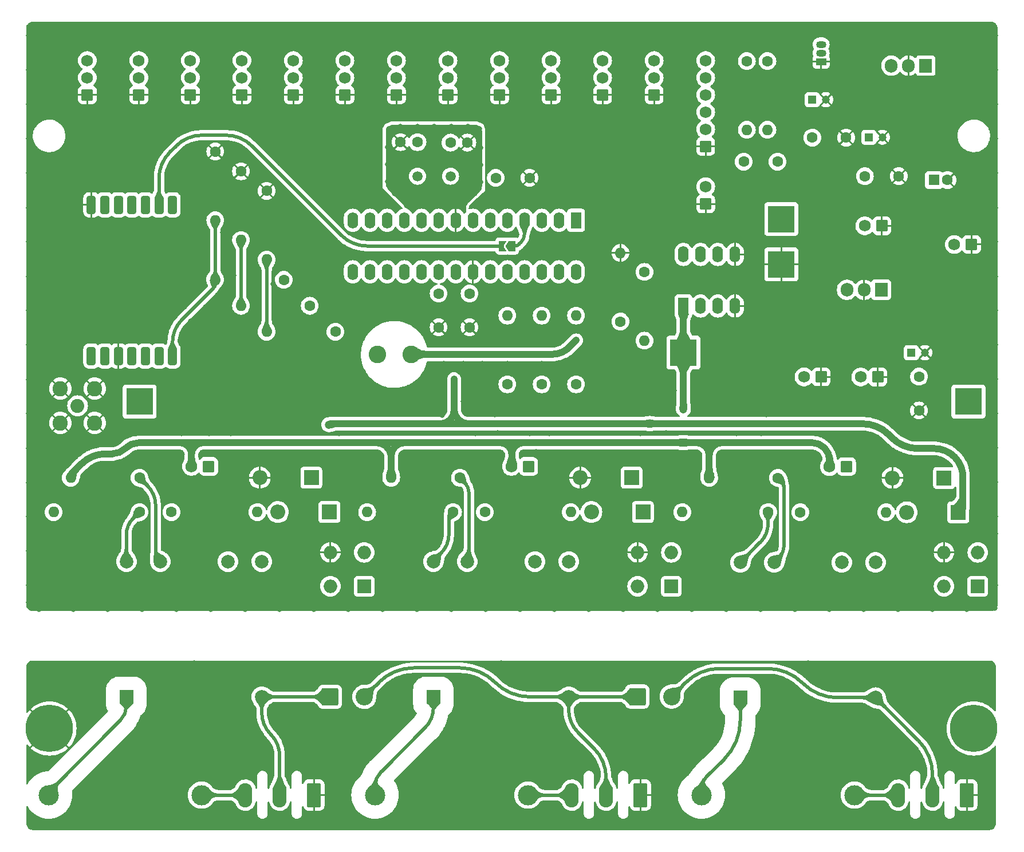
<source format=gbr>
%TF.GenerationSoftware,KiCad,Pcbnew,7.0.7*%
%TF.CreationDate,2023-08-26T16:48:08+02:00*%
%TF.ProjectId,3phaseDiverter-rounded,33706861-7365-4446-9976-65727465722d,3*%
%TF.SameCoordinates,Original*%
%TF.FileFunction,Copper,L2,Bot*%
%TF.FilePolarity,Positive*%
%FSLAX46Y46*%
G04 Gerber Fmt 4.6, Leading zero omitted, Abs format (unit mm)*
G04 Created by KiCad (PCBNEW 7.0.7) date 2023-08-26 16:48:08*
%MOMM*%
%LPD*%
G01*
G04 APERTURE LIST*
G04 Aperture macros list*
%AMRoundRect*
0 Rectangle with rounded corners*
0 $1 Rounding radius*
0 $2 $3 $4 $5 $6 $7 $8 $9 X,Y pos of 4 corners*
0 Add a 4 corners polygon primitive as box body*
4,1,4,$2,$3,$4,$5,$6,$7,$8,$9,$2,$3,0*
0 Add four circle primitives for the rounded corners*
1,1,$1+$1,$2,$3*
1,1,$1+$1,$4,$5*
1,1,$1+$1,$6,$7*
1,1,$1+$1,$8,$9*
0 Add four rect primitives between the rounded corners*
20,1,$1+$1,$2,$3,$4,$5,0*
20,1,$1+$1,$4,$5,$6,$7,0*
20,1,$1+$1,$6,$7,$8,$9,0*
20,1,$1+$1,$8,$9,$2,$3,0*%
%AMFreePoly0*
4,1,6,1.000000,0.000000,0.500000,-0.750000,-0.500000,-0.750000,-0.500000,0.750000,0.500000,0.750000,1.000000,0.000000,1.000000,0.000000,$1*%
%AMFreePoly1*
4,1,6,0.500000,-0.750000,-0.650000,-0.750000,-0.150000,0.000000,-0.650000,0.750000,0.500000,0.750000,0.500000,-0.750000,0.500000,-0.750000,$1*%
G04 Aperture macros list end*
%TA.AperFunction,ComponentPad*%
%ADD10C,3.000000*%
%TD*%
%TA.AperFunction,ComponentPad*%
%ADD11RoundRect,0.250000X0.620000X-0.620000X0.620000X0.620000X-0.620000X0.620000X-0.620000X-0.620000X0*%
%TD*%
%TA.AperFunction,ComponentPad*%
%ADD12C,1.740000*%
%TD*%
%TA.AperFunction,ComponentPad*%
%ADD13C,1.600000*%
%TD*%
%TA.AperFunction,ComponentPad*%
%ADD14R,4.000000X4.000000*%
%TD*%
%TA.AperFunction,ComponentPad*%
%ADD15R,1.200000X1.200000*%
%TD*%
%TA.AperFunction,ComponentPad*%
%ADD16C,1.200000*%
%TD*%
%TA.AperFunction,ComponentPad*%
%ADD17O,1.600000X1.600000*%
%TD*%
%TA.AperFunction,ComponentPad*%
%ADD18RoundRect,0.337500X-0.337500X1.012500X-0.337500X-1.012500X0.337500X-1.012500X0.337500X1.012500X0*%
%TD*%
%TA.AperFunction,ComponentPad*%
%ADD19R,1.600000X2.400000*%
%TD*%
%TA.AperFunction,ComponentPad*%
%ADD20O,1.600000X2.400000*%
%TD*%
%TA.AperFunction,ComponentPad*%
%ADD21R,2.200000X2.200000*%
%TD*%
%TA.AperFunction,ComponentPad*%
%ADD22O,2.200000X2.200000*%
%TD*%
%TA.AperFunction,ComponentPad*%
%ADD23C,4.700000*%
%TD*%
%TA.AperFunction,ConnectorPad*%
%ADD24C,7.000000*%
%TD*%
%TA.AperFunction,ComponentPad*%
%ADD25R,2.000000X2.000000*%
%TD*%
%TA.AperFunction,ComponentPad*%
%ADD26O,2.000000X2.000000*%
%TD*%
%TA.AperFunction,ComponentPad*%
%ADD27RoundRect,0.250000X0.620000X0.620000X-0.620000X0.620000X-0.620000X-0.620000X0.620000X-0.620000X0*%
%TD*%
%TA.AperFunction,ComponentPad*%
%ADD28R,1.500000X1.050000*%
%TD*%
%TA.AperFunction,ComponentPad*%
%ADD29O,1.500000X1.050000*%
%TD*%
%TA.AperFunction,ComponentPad*%
%ADD30C,1.500000*%
%TD*%
%TA.AperFunction,ComponentPad*%
%ADD31R,2.011600X2.011600*%
%TD*%
%TA.AperFunction,ComponentPad*%
%ADD32C,2.011598*%
%TD*%
%TA.AperFunction,ComponentPad*%
%ADD33R,1.905000X2.000000*%
%TD*%
%TA.AperFunction,ComponentPad*%
%ADD34O,1.905000X2.000000*%
%TD*%
%TA.AperFunction,ComponentPad*%
%ADD35RoundRect,0.249999X0.790001X1.550001X-0.790001X1.550001X-0.790001X-1.550001X0.790001X-1.550001X0*%
%TD*%
%TA.AperFunction,ComponentPad*%
%ADD36O,2.080000X3.600000*%
%TD*%
%TA.AperFunction,ComponentPad*%
%ADD37RoundRect,0.249999X-1.025001X-1.025001X1.025001X-1.025001X1.025001X1.025001X-1.025001X1.025001X0*%
%TD*%
%TA.AperFunction,ComponentPad*%
%ADD38C,2.550000*%
%TD*%
%TA.AperFunction,ComponentPad*%
%ADD39R,1.600000X1.600000*%
%TD*%
%TA.AperFunction,ComponentPad*%
%ADD40C,2.600000*%
%TD*%
%TA.AperFunction,ComponentPad*%
%ADD41C,2.050000*%
%TD*%
%TA.AperFunction,ComponentPad*%
%ADD42C,2.250000*%
%TD*%
%TA.AperFunction,SMDPad,CuDef*%
%ADD43FreePoly0,180.000000*%
%TD*%
%TA.AperFunction,SMDPad,CuDef*%
%ADD44FreePoly1,180.000000*%
%TD*%
%TA.AperFunction,ViaPad*%
%ADD45C,0.800000*%
%TD*%
%TA.AperFunction,ViaPad*%
%ADD46C,1.200000*%
%TD*%
%TA.AperFunction,Conductor*%
%ADD47C,1.000000*%
%TD*%
%TA.AperFunction,Conductor*%
%ADD48C,0.500000*%
%TD*%
G04 APERTURE END LIST*
D10*
%TO.P,FS3,1*%
%TO.N,Net-(FS3-Pad1)*%
X115700000Y-130087500D03*
%TO.P,FS3,2*%
%TO.N,Net-(PWR3-L)*%
X138300000Y-130087500D03*
%TD*%
D11*
%TO.P,J0,1,GND*%
%TO.N,GND*%
X116318596Y-34163000D03*
D12*
%TO.P,J0,2,CTS*%
%TO.N,unconnected-(J0-CTS-Pad2)*%
X116318596Y-31623000D03*
%TO.P,J0,3,VCC*%
%TO.N,unconnected-(J0-VCC-Pad3)*%
X116318596Y-29083000D03*
%TO.P,J0,4,TXO*%
%TO.N,RX*%
X116318596Y-26543000D03*
%TO.P,J0,5,RXI*%
%TO.N,TX*%
X116318596Y-24003000D03*
%TO.P,J0,6,DTR*%
%TO.N,Net-(J0-DTR)*%
X116318596Y-21463000D03*
%TD*%
D13*
%TO.P,C13,1*%
%TO.N,AVCC*%
X76835000Y-55920000D03*
%TO.P,C13,2*%
%TO.N,GND*%
X76835000Y-60920000D03*
%TD*%
D14*
%TO.P,TP3,1,1*%
%TO.N,GND*%
X127508000Y-51612800D03*
%TD*%
D15*
%TO.P,C2,1*%
%TO.N,VCC*%
X140443900Y-32809400D03*
D16*
%TO.P,C2,2*%
%TO.N,GND*%
X142443900Y-32809400D03*
%TD*%
D13*
%TO.P,R20,1*%
%TO.N,Net-(CT2-Pin_1)*%
X92075000Y-69342000D03*
D17*
%TO.P,R20,2*%
%TO.N,A3*%
X92075000Y-59182000D03*
%TD*%
D11*
%TO.P,J4,1,Pin_1*%
%TO.N,GND*%
X93464947Y-26543000D03*
D12*
%TO.P,J4,2,Pin_2*%
%TO.N,/D4*%
X93464947Y-24003000D03*
%TO.P,J4,3,Pin_3*%
%TO.N,VCC*%
X93464947Y-21463000D03*
%TD*%
D18*
%TO.P,RF1,ANT,ANT*%
%TO.N,Net-(CN9-Pad1)*%
X25496520Y-65151000D03*
%TO.P,RF1,CLK,DI05/CLK*%
%TO.N,unconnected-(RF1-DI05{slash}CLK-PadCLK)*%
X29497020Y-42799000D03*
%TO.P,RF1,FFIT,DI01/FFIT*%
%TO.N,unconnected-(RF1-DI01{slash}FFIT-PadFFIT)*%
X31496000Y-42799000D03*
%TO.P,RF1,FFS,DI02/FFS*%
%TO.N,unconnected-(RF1-DI02{slash}FFS-PadFFS)*%
X33494980Y-42799000D03*
%TO.P,RF1,GND,GND*%
%TO.N,GND*%
X29497020Y-65151000D03*
%TO.P,RF1,GND1,GND1*%
X25496520Y-42799000D03*
%TO.P,RF1,IRQ,DIO0/IRQ*%
%TO.N,Net-(JP3-B)*%
X35493960Y-42799000D03*
%TO.P,RF1,NINT,DI03/NINT*%
%TO.N,unconnected-(RF1-DI03{slash}NINT-PadNINT)*%
X31496000Y-65151000D03*
%TO.P,RF1,RST,RST*%
%TO.N,unconnected-(RF1-PadRST)*%
X27498040Y-42799000D03*
%TO.P,RF1,SCK,SCK*%
%TO.N,Net-(R13-Pad2)*%
X35493960Y-65151000D03*
%TO.P,RF1,SDI,SDI*%
%TO.N,Net-(R14-Pad2)*%
X33494980Y-65151000D03*
%TO.P,RF1,SDO,SDO*%
%TO.N,/D12*%
X37495480Y-42799000D03*
%TO.P,RF1,SEL,SEL*%
%TO.N,Net-(R15-Pad2)*%
X37495480Y-65151000D03*
%TO.P,RF1,VDD,VDD*%
%TO.N,+3.3V*%
X27498040Y-65151000D03*
%TD*%
D19*
%TO.P,IC1,1,PC6/~{RESET}*%
%TO.N,RESET*%
X97154995Y-45085000D03*
D20*
%TO.P,IC1,2,RXD/PD0*%
%TO.N,RX*%
X94614995Y-45085000D03*
%TO.P,IC1,3,TXD/PD1*%
%TO.N,TX*%
X92074995Y-45085000D03*
%TO.P,IC1,4,INT0/PD2*%
%TO.N,/D2*%
X89534995Y-45085000D03*
%TO.P,IC1,5,INT1/PD3*%
%TO.N,/D3*%
X86994995Y-45085000D03*
%TO.P,IC1,6,XCK/T0/PD4*%
%TO.N,/D4*%
X84454995Y-45085000D03*
%TO.P,IC1,7,VCC*%
%TO.N,VCC*%
X81914995Y-45085000D03*
%TO.P,IC1,8,GND*%
%TO.N,GND*%
X79374995Y-45085000D03*
%TO.P,IC1,9,PB6/XTAL1/TOSC1*%
%TO.N,Net-(IC1-PB6{slash}XTAL1{slash}TOSC1)*%
X76834995Y-45085000D03*
%TO.P,IC1,10,PB7/XTAL2/TOSC*%
%TO.N,Net-(IC1-PB7{slash}XTAL2{slash}TOSC)*%
X74294995Y-45085000D03*
%TO.P,IC1,11,T1/PD5*%
%TO.N,/D5*%
X71754995Y-45085000D03*
%TO.P,IC1,12,AIN0/PD6*%
%TO.N,/D6*%
X69214995Y-45085000D03*
%TO.P,IC1,13,AIN1/PD7*%
%TO.N,/D7*%
X66674995Y-45085000D03*
%TO.P,IC1,14,ICP/PB0*%
%TO.N,/D8*%
X64134995Y-45085000D03*
%TO.P,IC1,15,OC1A/PB1*%
%TO.N,/D9*%
X64134995Y-52705000D03*
%TO.P,IC1,16,SS/OC1B/PB2*%
%TO.N,/D10*%
X66674995Y-52705000D03*
%TO.P,IC1,17,MOSI/OC2/PB3*%
%TO.N,/D11*%
X69214995Y-52705000D03*
%TO.P,IC1,18,MISO/PB4*%
%TO.N,/D12*%
X71754995Y-52705000D03*
%TO.P,IC1,19,SCK/PB5*%
%TO.N,/D13*%
X74294995Y-52705000D03*
%TO.P,IC1,20,AVCC*%
%TO.N,AVCC*%
X76834995Y-52705000D03*
%TO.P,IC1,21,AREF*%
%TO.N,Net-(IC1-AREF)*%
X79374995Y-52705000D03*
%TO.P,IC1,22,AGND*%
%TO.N,GND*%
X81914995Y-52705000D03*
%TO.P,IC1,23,ADC0/PC0*%
%TO.N,A0*%
X84454995Y-52705000D03*
%TO.P,IC1,24,ADC1/PC1*%
%TO.N,A1*%
X86994995Y-52705000D03*
%TO.P,IC1,25,ADC2/PC2*%
%TO.N,A2*%
X89534995Y-52705000D03*
%TO.P,IC1,26,ADC3/PC3*%
%TO.N,A3*%
X92074995Y-52705000D03*
%TO.P,IC1,27,ADC4/SDA/PC4*%
%TO.N,A4*%
X94614995Y-52705000D03*
%TO.P,IC1,28,ADC5/SDL/PC5*%
%TO.N,A5*%
X97154995Y-52705000D03*
%TD*%
D10*
%TO.P,FS1,1*%
%TO.N,Net-(FS1-Pad1)*%
X19180000Y-130087500D03*
%TO.P,FS1,2*%
%TO.N,Net-(PWR1-L)*%
X41780000Y-130087500D03*
%TD*%
D21*
%TO.P,D6,1,K*%
%TO.N,Net-(CT3-Pin_1)*%
X151561800Y-83185000D03*
D22*
%TO.P,D6,2,A*%
%TO.N,GND*%
X143941800Y-83185000D03*
%TD*%
D13*
%TO.P,R1,1*%
%TO.N,VCC*%
X125450600Y-21539200D03*
D17*
%TO.P,R1,2*%
%TO.N,RESET*%
X125450600Y-31699200D03*
%TD*%
D23*
%TO.P,REF\u002A\u002A,1*%
%TO.N,Earth*%
X19304000Y-120243600D03*
D24*
X19304000Y-120243600D03*
%TD*%
D10*
%TO.P,FS2,1*%
%TO.N,Net-(FS2-Pad1)*%
X67440000Y-130087500D03*
%TO.P,FS2,2*%
%TO.N,Net-(PWR2-L)*%
X90040000Y-130087500D03*
%TD*%
D13*
%TO.P,R6,1*%
%TO.N,Net-(R6-Pad1)*%
X78968600Y-88239600D03*
D17*
%TO.P,R6,2*%
%TO.N,VREF*%
X66268600Y-88239600D03*
%TD*%
D11*
%TO.P,J6,1,Pin_1*%
%TO.N,GND*%
X78229181Y-26543000D03*
D12*
%TO.P,J6,2,Pin_2*%
%TO.N,/D6*%
X78229181Y-24003000D03*
%TO.P,J6,3,Pin_3*%
%TO.N,VCC*%
X78229181Y-21463000D03*
%TD*%
D14*
%TO.P,TP0,1,1*%
%TO.N,UnregDC+*%
X155168600Y-71907400D03*
%TD*%
D13*
%TO.P,C12,1*%
%TO.N,+5V*%
X147853400Y-68213600D03*
%TO.P,C12,2*%
%TO.N,GND*%
X147853400Y-73213600D03*
%TD*%
D25*
%TO.P,BR1,1,+*%
%TO.N,UnregDC+*%
X65836800Y-99208600D03*
D26*
%TO.P,BR1,2*%
%TO.N,Net-(BR1-Pad2)*%
X65836800Y-94208600D03*
%TO.P,BR1,3,-*%
%TO.N,GND*%
X60836800Y-94208600D03*
%TO.P,BR1,4*%
%TO.N,Net-(BR1-Pad4)*%
X60836800Y-99208600D03*
%TD*%
D27*
%TO.P,J15,1,Pin_1*%
%TO.N,GND*%
X141782800Y-68263200D03*
D12*
%TO.P,J15,2,Pin_2*%
%TO.N,+5V*%
X139242800Y-68263200D03*
%TD*%
D13*
%TO.P,R19,1*%
%TO.N,Net-(CT1-Pin_1)*%
X86995000Y-69342000D03*
D17*
%TO.P,R19,2*%
%TO.N,A1*%
X86995000Y-59182000D03*
%TD*%
D28*
%TO.P,VR2,1,GND*%
%TO.N,GND*%
X133379800Y-21640800D03*
D29*
%TO.P,VR2,2,VI*%
%TO.N,VCC*%
X133379800Y-20370800D03*
%TO.P,VR2,3,VO*%
%TO.N,+3.3V*%
X133379800Y-19100800D03*
%TD*%
D13*
%TO.P,R7,1*%
%TO.N,Net-(R7-Pad1)*%
X125552200Y-88239600D03*
D17*
%TO.P,R7,2*%
%TO.N,VREF*%
X112852200Y-88239600D03*
%TD*%
D30*
%TO.P,X1,1,1*%
%TO.N,Net-(IC1-PB6{slash}XTAL1{slash}TOSC1)*%
X78599200Y-38582600D03*
%TO.P,X1,2,2*%
%TO.N,Net-(IC1-PB7{slash}XTAL2{slash}TOSC)*%
X73719200Y-38582600D03*
%TD*%
D13*
%TO.P,R10,1*%
%TO.N,VREF*%
X130302000Y-88265000D03*
D17*
%TO.P,R10,2*%
%TO.N,Net-(CT3-Pin_1)*%
X143002000Y-88265000D03*
%TD*%
D23*
%TO.P,REF\u002A\u002A,1*%
%TO.N,N/C*%
X155956000Y-120243600D03*
D24*
X155956000Y-120243600D03*
%TD*%
D27*
%TO.P,CT2,1,Pin_1*%
%TO.N,Net-(CT2-Pin_1)*%
X90144600Y-81491600D03*
D12*
%TO.P,CT2,2,Pin_2*%
%TO.N,VREF*%
X87604600Y-81491600D03*
%TD*%
D13*
%TO.P,R4,1*%
%TO.N,A4*%
X127000000Y-83185000D03*
D17*
%TO.P,R4,2*%
%TO.N,VREF*%
X116840000Y-83185000D03*
%TD*%
D31*
%TO.P,TXFR3,1,1*%
%TO.N,Net-(FS3-Pad1)*%
X121437400Y-115681801D03*
D32*
%TO.P,TXFR3,5,5*%
%TO.N,Net-(JP2-B)*%
X141437401Y-115681801D03*
%TO.P,TXFR3,6,6*%
%TO.N,Net-(BR3-Pad2)*%
X141437401Y-95681800D03*
%TO.P,TXFR3,7,7*%
%TO.N,Net-(BR3-Pad4)*%
X136437401Y-95681800D03*
%TO.P,TXFR3,9,9*%
%TO.N,A4*%
X126437400Y-95681800D03*
%TO.P,TXFR3,10,10*%
%TO.N,Net-(R7-Pad1)*%
X121437400Y-95681800D03*
%TD*%
D11*
%TO.P,J11,1,Pin_1*%
%TO.N,GND*%
X40139766Y-26543000D03*
D12*
%TO.P,J11,2,Pin_2*%
%TO.N,/D11*%
X40139766Y-24003000D03*
%TO.P,J11,3,Pin_3*%
%TO.N,VCC*%
X40139766Y-21463000D03*
%TD*%
D13*
%TO.P,R5,1*%
%TO.N,Net-(R5-Pad1)*%
X32613600Y-88239600D03*
D17*
%TO.P,R5,2*%
%TO.N,VREF*%
X19913600Y-88239600D03*
%TD*%
D33*
%TO.P,VR1,1,IN*%
%TO.N,UnregDC+*%
X148835700Y-22225000D03*
D34*
%TO.P,VR1,2,GND*%
%TO.N,GND*%
X146295700Y-22225000D03*
%TO.P,VR1,3,OUT*%
%TO.N,VCC*%
X143755700Y-22225000D03*
%TD*%
D13*
%TO.P,C6,1*%
%TO.N,GND*%
X90282400Y-38811200D03*
%TO.P,C6,2*%
%TO.N,VCC*%
X85282400Y-38811200D03*
%TD*%
D31*
%TO.P,TXFR2,1,1*%
%TO.N,Net-(FS2-Pad1)*%
X76073000Y-115562400D03*
D32*
%TO.P,TXFR2,5,5*%
%TO.N,Net-(JP1-B)*%
X96073001Y-115562400D03*
%TO.P,TXFR2,6,6*%
%TO.N,Net-(BR2-Pad2)*%
X96073001Y-95562399D03*
%TO.P,TXFR2,7,7*%
%TO.N,Net-(BR2-Pad4)*%
X91073001Y-95562399D03*
%TO.P,TXFR2,9,9*%
%TO.N,A2*%
X81073000Y-95562399D03*
%TO.P,TXFR2,10,10*%
%TO.N,Net-(R6-Pad1)*%
X76073000Y-95562399D03*
%TD*%
D11*
%TO.P,J7,1,Pin_1*%
%TO.N,GND*%
X70611298Y-26543000D03*
D12*
%TO.P,J7,2,Pin_2*%
%TO.N,/D7*%
X70611298Y-24003000D03*
%TO.P,J7,3,Pin_3*%
%TO.N,VCC*%
X70611298Y-21463000D03*
%TD*%
D21*
%TO.P,D2,1,K*%
%TO.N,Net-(CT1-Pin_1)*%
X58013600Y-83159600D03*
D22*
%TO.P,D2,2,A*%
%TO.N,GND*%
X50393600Y-83159600D03*
%TD*%
D11*
%TO.P,J10,1,Pin_1*%
%TO.N,GND*%
X47757649Y-26543000D03*
D12*
%TO.P,J10,2,Pin_2*%
%TO.N,/D10*%
X47757649Y-24003000D03*
%TO.P,J10,3,Pin_3*%
%TO.N,VCC*%
X47757649Y-21463000D03*
%TD*%
D14*
%TO.P,TP4,1,1*%
%TO.N,+3.3V*%
X32639000Y-71907400D03*
%TD*%
D35*
%TO.P,PWR1,1,PE*%
%TO.N,Earth*%
X58420000Y-130087500D03*
D36*
%TO.P,PWR1,2,N*%
%TO.N,Net-(JP1-A)*%
X53340000Y-130087500D03*
%TO.P,PWR1,3,L*%
%TO.N,Net-(PWR1-L)*%
X48260000Y-130087500D03*
%TD*%
D11*
%TO.P,J13,1,Pin_1*%
%TO.N,GND*%
X24904000Y-26543000D03*
D12*
%TO.P,J13,2,Pin_2*%
%TO.N,/D13*%
X24904000Y-24003000D03*
%TO.P,J13,3,Pin_3*%
%TO.N,VCC*%
X24904000Y-21463000D03*
%TD*%
D13*
%TO.P,R17,1*%
%TO.N,GND*%
X47625000Y-37846000D03*
D17*
%TO.P,R17,2*%
%TO.N,Net-(R14-Pad2)*%
X47625000Y-48006000D03*
%TD*%
D21*
%TO.P,D4,1,K*%
%TO.N,Net-(CT2-Pin_1)*%
X105384600Y-83159600D03*
D22*
%TO.P,D4,2,A*%
%TO.N,GND*%
X97764600Y-83159600D03*
%TD*%
D13*
%TO.P,C7,1*%
%TO.N,GND*%
X81407000Y-60920000D03*
%TO.P,C7,2*%
%TO.N,Net-(IC1-AREF)*%
X81407000Y-55920000D03*
%TD*%
%TO.P,R8,1*%
%TO.N,VREF*%
X37338000Y-88239600D03*
D17*
%TO.P,R8,2*%
%TO.N,Net-(CT1-Pin_1)*%
X50038000Y-88239600D03*
%TD*%
D11*
%TO.P,J9,1,Pin_1*%
%TO.N,GND*%
X55375532Y-26543000D03*
D12*
%TO.P,J9,2,Pin_2*%
%TO.N,/D9*%
X55375532Y-24003000D03*
%TO.P,J9,3,Pin_3*%
%TO.N,VCC*%
X55375532Y-21463000D03*
%TD*%
D27*
%TO.P,J14,1,Pin_1*%
%TO.N,GND*%
X133400800Y-68251200D03*
D12*
%TO.P,J14,2,Pin_2*%
%TO.N,+5V*%
X130860800Y-68251200D03*
%TD*%
D15*
%TO.P,C11,1*%
%TO.N,+5V*%
X146728401Y-64668400D03*
D16*
%TO.P,C11,2*%
%TO.N,GND*%
X148728401Y-64668400D03*
%TD*%
D11*
%TO.P,J1,1,Pin_1*%
%TO.N,GND*%
X116332000Y-42672000D03*
D12*
%TO.P,J1,2,Pin_2*%
%TO.N,Net-(J0-DTR)*%
X116332000Y-40132000D03*
%TD*%
D13*
%TO.P,R18,1*%
%TO.N,GND*%
X43815000Y-34925000D03*
D17*
%TO.P,R18,2*%
%TO.N,Net-(R15-Pad2)*%
X43815000Y-45085000D03*
%TD*%
D13*
%TO.P,R16,1*%
%TO.N,GND*%
X51409600Y-40741600D03*
D17*
%TO.P,R16,2*%
%TO.N,Net-(R13-Pad2)*%
X51409600Y-50901600D03*
%TD*%
D33*
%TO.P,VR3,1,IN*%
%TO.N,UnregDC+*%
X142265400Y-55372000D03*
D34*
%TO.P,VR3,2,GND*%
%TO.N,GND*%
X139725400Y-55372000D03*
%TO.P,VR3,3,OUT*%
%TO.N,+5V*%
X137185400Y-55372000D03*
%TD*%
D35*
%TO.P,PWR2,1,PE*%
%TO.N,Earth*%
X106680000Y-130087500D03*
D36*
%TO.P,PWR2,2,N*%
%TO.N,Net-(JP1-B)*%
X101600000Y-130087500D03*
%TO.P,PWR2,3,L*%
%TO.N,Net-(PWR2-L)*%
X96520000Y-130087500D03*
%TD*%
D13*
%TO.P,C10,1*%
%TO.N,GND*%
X71219200Y-33528000D03*
%TO.P,C10,2*%
%TO.N,Net-(IC1-PB7{slash}XTAL2{slash}TOSC)*%
X73719200Y-33528000D03*
%TD*%
D14*
%TO.P,TP1,1,1*%
%TO.N,VREF*%
X113030000Y-64643000D03*
%TD*%
D35*
%TO.P,PWR3,1,PE*%
%TO.N,Earth*%
X154940000Y-130087500D03*
D36*
%TO.P,PWR3,2,N*%
%TO.N,Net-(JP2-B)*%
X149860000Y-130087500D03*
%TO.P,PWR3,3,L*%
%TO.N,Net-(PWR3-L)*%
X144780000Y-130087500D03*
%TD*%
D14*
%TO.P,TP2,1,1*%
%TO.N,VCC*%
X127508000Y-44907200D03*
%TD*%
D13*
%TO.P,R9,1*%
%TO.N,VREF*%
X83667600Y-88239600D03*
D17*
%TO.P,R9,2*%
%TO.N,Net-(CT2-Pin_1)*%
X96367600Y-88239600D03*
%TD*%
D11*
%TO.P,J2,1,Pin_1*%
%TO.N,GND*%
X108700713Y-26543000D03*
D12*
%TO.P,J2,2,Pin_2*%
%TO.N,/D2*%
X108700713Y-24003000D03*
%TO.P,J2,3,Pin_3*%
%TO.N,VCC*%
X108700713Y-21463000D03*
%TD*%
D13*
%TO.P,R22,1*%
%TO.N,VCC*%
X122402600Y-21539200D03*
D17*
%TO.P,R22,2*%
%TO.N,Net-(J0-DTR)*%
X122402600Y-31699200D03*
%TD*%
D21*
%TO.P,D5,1,K*%
%TO.N,AVCC*%
X153670000Y-88265000D03*
D22*
%TO.P,D5,2,A*%
%TO.N,Net-(CT3-Pin_1)*%
X146050000Y-88265000D03*
%TD*%
D37*
%TO.P,JP2,1,A*%
%TO.N,Net-(JP1-B)*%
X106195500Y-115519200D03*
D38*
%TO.P,JP2,2,B*%
%TO.N,Net-(JP2-B)*%
X111300900Y-115519200D03*
%TD*%
D27*
%TO.P,J30,1,Pin_1*%
%TO.N,GND*%
X142374200Y-45915800D03*
D12*
%TO.P,J30,2,Pin_2*%
%TO.N,VCC*%
X139834200Y-45915800D03*
%TD*%
D21*
%TO.P,D1,1,K*%
%TO.N,AVCC*%
X60706000Y-88239600D03*
D22*
%TO.P,D1,2,A*%
%TO.N,Net-(CT1-Pin_1)*%
X53086000Y-88239600D03*
%TD*%
D19*
%TO.P,IC2,1*%
%TO.N,VREF*%
X113030000Y-57775000D03*
D20*
%TO.P,IC2,2,-*%
X115570000Y-57775000D03*
%TO.P,IC2,3,+*%
%TO.N,Net-(IC2A-+)*%
X118110000Y-57775000D03*
%TO.P,IC2,4,V-*%
%TO.N,GND*%
X120650000Y-57775000D03*
%TO.P,IC2,5,+*%
X120650000Y-50155000D03*
%TO.P,IC2,6,-*%
%TO.N,Net-(IC2B--)*%
X118110000Y-50155000D03*
%TO.P,IC2,7*%
X115570000Y-50155000D03*
%TO.P,IC2,8,V+*%
%TO.N,VCC*%
X113030000Y-50155000D03*
%TD*%
D13*
%TO.P,C4,1*%
%TO.N,VCC*%
X139859600Y-38575200D03*
%TO.P,C4,2*%
%TO.N,GND*%
X144859600Y-38575200D03*
%TD*%
D27*
%TO.P,J20,1,Pin_1*%
%TO.N,GND*%
X155625800Y-48666400D03*
D12*
%TO.P,J20,2,Pin_2*%
%TO.N,UnregDC+*%
X153085800Y-48666400D03*
%TD*%
D11*
%TO.P,J3,1,Pin_1*%
%TO.N,GND*%
X101082830Y-26543000D03*
D12*
%TO.P,J3,2,Pin_2*%
%TO.N,/D3*%
X101082830Y-24003000D03*
%TO.P,J3,3,Pin_3*%
%TO.N,VCC*%
X101082830Y-21463000D03*
%TD*%
D27*
%TO.P,CT3,1,Pin_1*%
%TO.N,Net-(CT3-Pin_1)*%
X137160000Y-81517000D03*
D12*
%TO.P,CT3,2,Pin_2*%
%TO.N,VREF*%
X134620000Y-81517000D03*
%TD*%
D13*
%TO.P,R14,1*%
%TO.N,/D11*%
X57785000Y-57734200D03*
D17*
%TO.P,R14,2*%
%TO.N,Net-(R14-Pad2)*%
X47625000Y-57734200D03*
%TD*%
D13*
%TO.P,R2,1*%
%TO.N,A0*%
X32613600Y-83159600D03*
D17*
%TO.P,R2,2*%
%TO.N,VREF*%
X22453600Y-83159600D03*
%TD*%
D39*
%TO.P,C1,1*%
%TO.N,UnregDC+*%
X150073288Y-39141400D03*
D13*
%TO.P,C1,2*%
%TO.N,GND*%
X152073288Y-39141400D03*
%TD*%
D31*
%TO.P,TXFR1,1,1*%
%TO.N,Net-(FS1-Pad1)*%
X30690925Y-115562400D03*
D32*
%TO.P,TXFR1,5,5*%
%TO.N,Net-(JP1-A)*%
X50690926Y-115562400D03*
%TO.P,TXFR1,6,6*%
%TO.N,Net-(BR1-Pad2)*%
X50690926Y-95562399D03*
%TO.P,TXFR1,7,7*%
%TO.N,Net-(BR1-Pad4)*%
X45690926Y-95562399D03*
%TO.P,TXFR1,9,9*%
%TO.N,A0*%
X35690925Y-95562399D03*
%TO.P,TXFR1,10,10*%
%TO.N,Net-(R5-Pad1)*%
X30690925Y-95562399D03*
%TD*%
D13*
%TO.P,R11,1*%
%TO.N,Net-(IC2A-+)*%
X103708200Y-60071000D03*
D17*
%TO.P,R11,2*%
%TO.N,GND*%
X103708200Y-49911000D03*
%TD*%
D11*
%TO.P,J5,1,Pin_1*%
%TO.N,GND*%
X85847064Y-26543000D03*
D12*
%TO.P,J5,2,Pin_2*%
%TO.N,/D5*%
X85847064Y-24003000D03*
%TO.P,J5,3,Pin_3*%
%TO.N,VCC*%
X85847064Y-21463000D03*
%TD*%
D11*
%TO.P,J12,1,Pin_1*%
%TO.N,GND*%
X32521883Y-26543000D03*
D12*
%TO.P,J12,2,Pin_2*%
%TO.N,/D12*%
X32521883Y-24003000D03*
%TO.P,J12,3,Pin_3*%
%TO.N,VCC*%
X32521883Y-21463000D03*
%TD*%
D13*
%TO.P,C5,1*%
%TO.N,+3.3V*%
X132080000Y-32867600D03*
%TO.P,C5,2*%
%TO.N,GND*%
X137080000Y-32867600D03*
%TD*%
D15*
%TO.P,C3,1*%
%TO.N,+3.3V*%
X132080000Y-27254200D03*
D16*
%TO.P,C3,2*%
%TO.N,GND*%
X134080000Y-27254200D03*
%TD*%
D25*
%TO.P,BR3,1,+*%
%TO.N,UnregDC+*%
X156540200Y-99208600D03*
D26*
%TO.P,BR3,2*%
%TO.N,Net-(BR3-Pad2)*%
X156540200Y-94208600D03*
%TO.P,BR3,3,-*%
%TO.N,GND*%
X151540200Y-94208600D03*
%TO.P,BR3,4*%
%TO.N,Net-(BR3-Pad4)*%
X151540200Y-99208600D03*
%TD*%
D40*
%TO.P,L1,1,1*%
%TO.N,VCC*%
X72794253Y-64897000D03*
%TO.P,L1,2,2*%
%TO.N,AVCC*%
X67794253Y-64897000D03*
%TD*%
D37*
%TO.P,JP1,1,A*%
%TO.N,Net-(JP1-A)*%
X60754900Y-115562400D03*
D38*
%TO.P,JP1,2,B*%
%TO.N,Net-(JP1-B)*%
X65860300Y-115562400D03*
%TD*%
D13*
%TO.P,R12,1*%
%TO.N,VCC*%
X107264200Y-52730400D03*
D17*
%TO.P,R12,2*%
%TO.N,Net-(IC2A-+)*%
X107264200Y-62890400D03*
%TD*%
D11*
%TO.P,J8,1,Pin_1*%
%TO.N,GND*%
X62993415Y-26543000D03*
D12*
%TO.P,J8,2,Pin_2*%
%TO.N,/D8*%
X62993415Y-24003000D03*
%TO.P,J8,3,Pin_3*%
%TO.N,VCC*%
X62993415Y-21463000D03*
%TD*%
D13*
%TO.P,R13,1*%
%TO.N,/D13*%
X61569600Y-61569600D03*
D17*
%TO.P,R13,2*%
%TO.N,Net-(R13-Pad2)*%
X51409600Y-61569600D03*
%TD*%
D13*
%TO.P,C9,1*%
%TO.N,GND*%
X81099200Y-33604200D03*
%TO.P,C9,2*%
%TO.N,Net-(IC1-PB6{slash}XTAL1{slash}TOSC1)*%
X78599200Y-33604200D03*
%TD*%
D27*
%TO.P,CT1,1,Pin_1*%
%TO.N,Net-(CT1-Pin_1)*%
X42849800Y-81491600D03*
D12*
%TO.P,CT1,2,Pin_2*%
%TO.N,VREF*%
X40309800Y-81491600D03*
%TD*%
D13*
%TO.P,C8,1*%
%TO.N,RESET*%
X126934600Y-36423600D03*
%TO.P,C8,2*%
%TO.N,Net-(J0-DTR)*%
X121934600Y-36423600D03*
%TD*%
D25*
%TO.P,BR2,1,+*%
%TO.N,UnregDC+*%
X111248200Y-99208600D03*
D26*
%TO.P,BR2,2*%
%TO.N,Net-(BR2-Pad2)*%
X111248200Y-94208600D03*
%TO.P,BR2,3,-*%
%TO.N,GND*%
X106248200Y-94208600D03*
%TO.P,BR2,4*%
%TO.N,Net-(BR2-Pad4)*%
X106248200Y-99208600D03*
%TD*%
D41*
%TO.P,CN9,1,1*%
%TO.N,Net-(CN9-Pad1)*%
X23464520Y-72517000D03*
D42*
%TO.P,CN9,2,2*%
%TO.N,GND*%
X20924520Y-69977000D03*
X20924520Y-75057000D03*
X26004520Y-69977000D03*
X26004520Y-75057000D03*
%TD*%
D13*
%TO.P,R3,1*%
%TO.N,A2*%
X79984600Y-83159600D03*
D17*
%TO.P,R3,2*%
%TO.N,VREF*%
X69824600Y-83159600D03*
%TD*%
D13*
%TO.P,R15,1*%
%TO.N,/D10*%
X53949600Y-53898800D03*
D17*
%TO.P,R15,2*%
%TO.N,Net-(R15-Pad2)*%
X43789600Y-53898800D03*
%TD*%
D21*
%TO.P,D3,1,K*%
%TO.N,AVCC*%
X107035600Y-88239600D03*
D22*
%TO.P,D3,2,A*%
%TO.N,Net-(CT2-Pin_1)*%
X99415600Y-88239600D03*
%TD*%
D13*
%TO.P,R21,1*%
%TO.N,Net-(CT3-Pin_1)*%
X97155000Y-69342000D03*
D17*
%TO.P,R21,2*%
%TO.N,A5*%
X97155000Y-59182000D03*
%TD*%
D43*
%TO.P,JP3,1,A*%
%TO.N,/D2*%
X87719995Y-48895000D03*
D44*
%TO.P,JP3,2,B*%
%TO.N,Net-(JP3-B)*%
X86269995Y-48895000D03*
%TD*%
D45*
%TO.N,VCC*%
X97180400Y-62839600D03*
%TO.N,GND*%
X104140000Y-16129000D03*
X124460000Y-102616000D03*
X82854800Y-31597600D03*
X114300000Y-16129000D03*
X58420000Y-16129000D03*
X114300000Y-102616000D03*
X93980000Y-16129000D03*
X93218000Y-73736200D03*
X79476600Y-79375000D03*
X144780000Y-102616000D03*
X56667400Y-43154600D03*
X43180000Y-16129000D03*
X64922400Y-64897000D03*
X46151800Y-76606400D03*
X72136000Y-42926000D03*
X38100000Y-16129000D03*
X17780000Y-16129000D03*
X66116200Y-61518800D03*
X50647600Y-33883600D03*
X154940000Y-102616000D03*
X99060000Y-102616000D03*
X106654600Y-36322000D03*
X38836600Y-76606400D03*
X83820000Y-16129000D03*
X149860000Y-102616000D03*
X65836800Y-35433000D03*
X16230600Y-73685400D03*
X46228000Y-31369000D03*
X77597000Y-66294000D03*
X159181800Y-73660000D03*
X68580000Y-16129000D03*
X110490000Y-73761600D03*
X139700000Y-102616000D03*
X88900000Y-16129000D03*
X83312000Y-66294000D03*
X56743600Y-39954200D03*
X16230600Y-83870800D03*
X16230600Y-78790800D03*
X16230600Y-53390800D03*
X73702332Y-31242000D03*
X63627000Y-35433000D03*
X39217600Y-57861200D03*
X46507400Y-53213000D03*
X27940000Y-16129000D03*
X83007200Y-34323866D03*
X16230600Y-22834600D03*
X154254200Y-97942400D03*
X77393800Y-73914000D03*
X144780000Y-16129000D03*
X53340000Y-102616000D03*
X149860000Y-16129000D03*
X82194400Y-41173400D03*
X114401600Y-68224400D03*
X159181800Y-58445400D03*
X56540400Y-60274200D03*
X159181800Y-48285400D03*
X53340000Y-16129000D03*
X16230600Y-48285400D03*
X16230600Y-43230800D03*
X134620000Y-16129000D03*
X66116200Y-68326000D03*
X80518000Y-66294000D03*
X58420000Y-102616000D03*
X16230600Y-101600000D03*
X33020000Y-16129000D03*
X90271600Y-76581000D03*
X85115400Y-73812400D03*
X71204666Y-31242000D03*
X17780000Y-102616000D03*
X74472800Y-61518800D03*
X78740000Y-102616000D03*
X77393800Y-71907400D03*
X73660000Y-16129000D03*
X124460000Y-16129000D03*
X86073000Y-95681800D03*
X69291200Y-36830000D03*
X43180000Y-102616000D03*
X16230600Y-99060000D03*
X79375000Y-42926000D03*
X121666000Y-73761600D03*
X76199998Y-31242000D03*
X159181800Y-78740000D03*
X81195330Y-31242000D03*
X16230600Y-88925400D03*
X32791400Y-79375000D03*
X48260000Y-16129000D03*
X109220000Y-16129000D03*
X82270600Y-76606400D03*
X80772000Y-42595800D03*
X130556000Y-30226000D03*
X69291200Y-34290000D03*
X50139600Y-58597800D03*
X49022000Y-55499000D03*
X45034200Y-50266600D03*
X16230600Y-68630800D03*
X159181800Y-63500000D03*
X159181800Y-22834600D03*
X44907200Y-46913800D03*
X85598000Y-76555600D03*
X22860000Y-102616000D03*
X131437400Y-95681800D03*
X74472800Y-68326000D03*
X27940000Y-102616000D03*
X63500000Y-102616000D03*
X93980000Y-102616000D03*
X119380000Y-102616000D03*
X83820000Y-102616000D03*
X80518000Y-71907400D03*
X125247400Y-73812400D03*
X109220000Y-102616000D03*
X154940000Y-16129000D03*
X91236800Y-79324200D03*
X22860000Y-16129000D03*
X40690925Y-95681800D03*
X16230600Y-94005400D03*
X134620000Y-102616000D03*
X16230600Y-38100000D03*
X119380000Y-16129000D03*
X120853200Y-76581000D03*
X42418000Y-57886600D03*
X122682000Y-26670000D03*
X62052200Y-79375000D03*
X124510800Y-76581000D03*
X159181800Y-99060000D03*
X52349400Y-54533800D03*
X114401600Y-70231000D03*
X63500000Y-16129000D03*
X42926000Y-76581000D03*
X92075000Y-66294000D03*
X16230600Y-58445400D03*
X78697664Y-31242000D03*
X129540000Y-102616000D03*
X16230600Y-33045400D03*
X38100000Y-102616000D03*
X83210400Y-28752800D03*
X93218000Y-76606400D03*
X159181800Y-68605400D03*
X159181800Y-88900000D03*
X68580000Y-102616000D03*
X159080200Y-102438200D03*
X73660000Y-102616000D03*
X99060000Y-16129000D03*
X40097102Y-31355528D03*
X159181800Y-43230800D03*
X70358000Y-41148000D03*
X83007200Y-39471600D03*
X16230600Y-17780000D03*
X40208200Y-60045600D03*
X83007200Y-36897732D03*
X16230600Y-27940000D03*
X111683800Y-70231000D03*
X86995000Y-66294000D03*
X77419200Y-69900800D03*
X110490000Y-79375000D03*
X48260000Y-102616000D03*
X69469000Y-31572200D03*
X123698000Y-79375000D03*
X157480000Y-16129000D03*
X33020000Y-102616000D03*
X110490000Y-76568300D03*
X159181800Y-83820000D03*
X88900000Y-102616000D03*
X104140000Y-102616000D03*
X58953400Y-42164000D03*
X159181800Y-27940000D03*
X139700000Y-16129000D03*
X106654600Y-76581000D03*
X69291200Y-39370000D03*
X78740000Y-16129000D03*
X98983800Y-63474600D03*
X159181800Y-38100000D03*
X36017200Y-79375000D03*
X129540000Y-16129000D03*
X43891200Y-79400400D03*
X159181800Y-17780000D03*
X74168000Y-42926000D03*
X159181800Y-53390800D03*
X123901200Y-20015200D03*
X16230600Y-63500000D03*
X159181800Y-33045400D03*
X59258200Y-79375000D03*
X76962000Y-42926000D03*
X62077600Y-76581000D03*
X159156400Y-91414600D03*
D46*
%TO.N,VREF*%
X113030000Y-73025000D03*
X113030000Y-77978000D03*
D45*
%TO.N,Earth*%
X113334800Y-134645400D03*
X158724600Y-110794800D03*
X16433800Y-110794800D03*
X16433800Y-134645400D03*
X86073000Y-110566200D03*
X158699200Y-134645400D03*
X131437400Y-110566200D03*
X40690925Y-110566200D03*
X67952725Y-134645400D03*
%TO.N,AVCC*%
X79121000Y-68580000D03*
D46*
X108051600Y-75133200D03*
X60604400Y-75311000D03*
%TD*%
D47*
%TO.N,VCC*%
X93668198Y-64897000D02*
X72794253Y-64897000D01*
X96151700Y-63868300D02*
X97180400Y-62839600D01*
X93668198Y-64896999D02*
G75*
G03*
X96151700Y-63868300I2J3512199D01*
G01*
%TO.N,VREF*%
X67481456Y-77978000D02*
X71824598Y-77978000D01*
X113030000Y-64643000D02*
X113030000Y-57775000D01*
X113030000Y-64643000D02*
X113030000Y-73025000D01*
X87655400Y-79709400D02*
X87655400Y-81404878D01*
X85924000Y-77978000D02*
X71824598Y-77978000D01*
X42038500Y-77978000D02*
X67481456Y-77978000D01*
X28550566Y-79629000D02*
X27622500Y-79629000D01*
X38581100Y-77978000D02*
X42038500Y-77978000D01*
X40309800Y-79706700D02*
X40309800Y-81435400D01*
X85924000Y-77978000D02*
X89386800Y-77978000D01*
X87630000Y-81466200D02*
X87604600Y-81491600D01*
X114935000Y-77978000D02*
X118745000Y-77978000D01*
X114935000Y-77978000D02*
X113030000Y-77978000D01*
X89386800Y-77978000D02*
X113030000Y-77978000D01*
X22453600Y-82931000D02*
X22453600Y-83159600D01*
X116840000Y-79883000D02*
X116840000Y-83185000D01*
X38581100Y-77978000D02*
X32536433Y-77978000D01*
X133907589Y-78789589D02*
X133858000Y-78740000D01*
X118745000Y-77978000D02*
X132018369Y-77978000D01*
X69824600Y-79977998D02*
X69824600Y-83159600D01*
X22615244Y-82540755D02*
X24045257Y-81110742D01*
X134620000Y-80509500D02*
X134620000Y-81517000D01*
X87655400Y-79709400D02*
G75*
G03*
X85924000Y-77978000I-1731400J0D01*
G01*
X134620005Y-80509500D02*
G75*
G03*
X133907588Y-78789590I-2432305J0D01*
G01*
X133858009Y-78739991D02*
G75*
G03*
X132018369Y-77978000I-1839609J-1839609D01*
G01*
X32536433Y-77978014D02*
G75*
G03*
X30543500Y-78803500I-33J-2818386D01*
G01*
X89386800Y-77978000D02*
G75*
G03*
X87655400Y-79709400I0J-1731400D01*
G01*
X118745000Y-77978000D02*
G75*
G03*
X116840000Y-79883000I0J-1905000D01*
G01*
X87630006Y-81466206D02*
G75*
G03*
X87655400Y-81404878I-61306J61306D01*
G01*
X69824646Y-79977994D02*
G75*
G03*
X67481456Y-77978000I-2184146J-186306D01*
G01*
X116840000Y-79883000D02*
G75*
G03*
X114935000Y-77978000I-1905000J0D01*
G01*
X42038500Y-77978000D02*
G75*
G03*
X40309800Y-79706700I0J-1728700D01*
G01*
X28550566Y-79628986D02*
G75*
G03*
X30543500Y-78803500I34J2818386D01*
G01*
X71824598Y-77978000D02*
G75*
G03*
X69824600Y-79977998I2J-2000000D01*
G01*
X22615242Y-82540753D02*
G75*
G03*
X22453600Y-82931000I390258J-390247D01*
G01*
X40309800Y-79706700D02*
G75*
G03*
X38581100Y-77978000I-1728700J0D01*
G01*
X27622500Y-79629004D02*
G75*
G03*
X24045257Y-81110742I0J-5058996D01*
G01*
D48*
%TO.N,Net-(FS1-Pad1)*%
X19329729Y-129514270D02*
X29774983Y-119069016D01*
X30690925Y-116857737D02*
X30690925Y-115562400D01*
X19180000Y-129875750D02*
X19180000Y-130087500D01*
X19329707Y-129514248D02*
G75*
G03*
X19180000Y-129875750I361493J-361452D01*
G01*
X29774981Y-119069014D02*
G75*
G03*
X30690925Y-116857737I-2211281J2211284D01*
G01*
%TO.N,Net-(FS2-Pad1)*%
X68345538Y-126620711D02*
X74847778Y-120118471D01*
X67440000Y-128806875D02*
X67440000Y-130087500D01*
X76073000Y-117160525D02*
X76073000Y-115427801D01*
X74847773Y-120118466D02*
G75*
G03*
X76073000Y-117160525I-2957973J2957966D01*
G01*
X68345551Y-126620724D02*
G75*
G03*
X67440000Y-128806875I2186149J-2186176D01*
G01*
%TO.N,Net-(FS3-Pad1)*%
X119061238Y-124778761D02*
X116388545Y-127451454D01*
X115700000Y-129113750D02*
X115700000Y-130087500D01*
X121437400Y-119042200D02*
X121437400Y-115681801D01*
X116388529Y-127451438D02*
G75*
G03*
X115700000Y-129113750I1662271J-1662262D01*
G01*
X119061234Y-124778757D02*
G75*
G03*
X121437400Y-119042200I-5736534J5736557D01*
G01*
%TO.N,Net-(PWR1-L)*%
X41780000Y-130087500D02*
X48260000Y-130087500D01*
%TO.N,/D2*%
X89001597Y-48361602D02*
X88732730Y-48630469D01*
X89534995Y-47073867D02*
X89534995Y-45085000D01*
X88094097Y-48895000D02*
X87719995Y-48895000D01*
X89001606Y-48361611D02*
G75*
G03*
X89534995Y-47073867I-1287706J1287711D01*
G01*
X88094097Y-48894986D02*
G75*
G03*
X88732729Y-48630468I3J903186D01*
G01*
%TO.N,A0*%
X35346062Y-95217536D02*
X35690925Y-95562399D01*
X35001200Y-87235488D02*
X35001200Y-94384964D01*
X33807400Y-84353400D02*
X32613600Y-83159600D01*
X35001204Y-87235488D02*
G75*
G03*
X33807399Y-84353401I-4075904J-12D01*
G01*
X35001215Y-94384964D02*
G75*
G03*
X35346062Y-95217536I1177385J-36D01*
G01*
%TO.N,A2*%
X81073000Y-95495099D02*
X81073000Y-95427800D01*
X81120587Y-95514811D02*
X81201900Y-95433499D01*
X80670400Y-83845400D02*
X80010000Y-83185000D01*
X81330800Y-95122306D02*
X81330800Y-85439746D01*
X81073042Y-95495099D02*
G75*
G03*
X81120587Y-95514811I27858J-1D01*
G01*
X81330751Y-85439746D02*
G75*
G03*
X80670400Y-83845400I-2254751J46D01*
G01*
X81201898Y-95433497D02*
G75*
G03*
X81330800Y-95122306I-311198J311197D01*
G01*
%TO.N,A4*%
X127175900Y-94943300D02*
X126437400Y-95681800D01*
X127457200Y-83642200D02*
X127000000Y-83185000D01*
X127914400Y-93160403D02*
X127914400Y-84745978D01*
X127175899Y-94943299D02*
G75*
G03*
X127914400Y-93160403I-1782899J1782899D01*
G01*
X127914408Y-84745978D02*
G75*
G03*
X127457199Y-83642201I-1561008J-22D01*
G01*
%TO.N,Net-(PWR2-L)*%
X90302500Y-130087500D02*
X96520000Y-130087500D01*
%TO.N,Net-(PWR3-L)*%
X138300000Y-130087500D02*
X144780000Y-130087500D01*
%TO.N,Net-(R5-Pad1)*%
X31648400Y-89204800D02*
X32613600Y-88239600D01*
X30683200Y-91534998D02*
X30683200Y-95554674D01*
X31648400Y-89204800D02*
G75*
G03*
X30683200Y-91534998I2330200J-2330200D01*
G01*
%TO.N,Net-(R6-Pad1)*%
X77216000Y-94284800D02*
X76073000Y-95427800D01*
X78359000Y-89280252D02*
X78359000Y-91525353D01*
X78663800Y-88544400D02*
X78968600Y-88239600D01*
X77215984Y-94284784D02*
G75*
G03*
X78359000Y-91525353I-2759484J2759484D01*
G01*
X78663785Y-88544385D02*
G75*
G03*
X78359000Y-89280252I735815J-735815D01*
G01*
%TO.N,Net-(R7-Pad1)*%
X125552200Y-89903300D02*
X125552200Y-88239600D01*
X124375786Y-92743413D02*
X121437400Y-95681800D01*
X124375781Y-92743408D02*
G75*
G03*
X125552200Y-89903300I-2840081J2840108D01*
G01*
%TO.N,Net-(R13-Pad2)*%
X51409600Y-50901600D02*
X51409600Y-61569600D01*
%TO.N,Net-(R14-Pad2)*%
X47625000Y-48006000D02*
X47625000Y-57734200D01*
%TO.N,Net-(R15-Pad2)*%
X43789600Y-54394100D02*
X43789600Y-53916760D01*
X43815000Y-53855439D02*
X43815000Y-45085000D01*
X43439369Y-55239629D02*
X38898196Y-59780803D01*
X37495480Y-63167260D02*
X37495480Y-65151000D01*
X38898207Y-59780814D02*
G75*
G03*
X37495480Y-63167260I3386493J-3386486D01*
G01*
X43802312Y-53886112D02*
G75*
G03*
X43789600Y-53916760I30688J-30688D01*
G01*
X43802288Y-53886088D02*
G75*
G03*
X43815000Y-53855439I-30688J30688D01*
G01*
X43439378Y-55239638D02*
G75*
G03*
X43789600Y-54394100I-845578J845538D01*
G01*
%TO.N,Net-(JP1-A)*%
X53340000Y-124301178D02*
X53340000Y-130087500D01*
X50690926Y-115562400D02*
X60754900Y-115562400D01*
X50690926Y-115562400D02*
X50690926Y-117905747D01*
X53340001Y-124301178D02*
G75*
G03*
X52015463Y-121103463I-4522301J-22D01*
G01*
X50690926Y-117905747D02*
G75*
G03*
X52015464Y-121103462I4522244J-3D01*
G01*
%TO.N,Net-(JP1-B)*%
X96073001Y-115562400D02*
X106121752Y-115562400D01*
X106173900Y-115540800D02*
X106195500Y-115519200D01*
X97444293Y-120812293D02*
X99789983Y-123157983D01*
X68002800Y-113419900D02*
X65860300Y-115562400D01*
X101600000Y-127527750D02*
X101600000Y-130087500D01*
X96073001Y-115562400D02*
X96073001Y-117501700D01*
X80006581Y-111277400D02*
X73175252Y-111277400D01*
X96073001Y-115562400D02*
X90351486Y-115562400D01*
X85179032Y-113419902D02*
G75*
G03*
X80006581Y-111277400I-5172432J-5172398D01*
G01*
X106121752Y-115562421D02*
G75*
G03*
X106173899Y-115540799I-52J73821D01*
G01*
X96073005Y-117501700D02*
G75*
G03*
X97444293Y-120812293I4681895J0D01*
G01*
X85179031Y-113419903D02*
G75*
G03*
X90351486Y-115562400I5172469J5172503D01*
G01*
X101600030Y-127527750D02*
G75*
G03*
X99789983Y-123157983I-6179830J-50D01*
G01*
X73175252Y-111277422D02*
G75*
G03*
X68002800Y-113419900I-52J-7314878D01*
G01*
D47*
%TO.N,AVCC*%
X150106469Y-78841600D02*
X147694363Y-78841600D01*
X60821202Y-75184000D02*
X77121001Y-75184000D01*
X154012900Y-87922100D02*
X153670000Y-88265000D01*
X81464144Y-75184000D02*
X77121001Y-75184000D01*
X79121000Y-73184001D02*
X79121000Y-68580000D01*
X108077000Y-75158600D02*
X108051600Y-75133200D01*
X107964878Y-75184000D02*
X81464144Y-75184000D01*
X108026200Y-75158600D02*
X108051600Y-75133200D01*
X60604400Y-75311000D02*
X60667900Y-75247500D01*
X139528836Y-75184000D02*
X108138321Y-75184000D01*
X154355800Y-83090930D02*
X154355800Y-87094266D01*
X143376592Y-76777792D02*
X143846607Y-77247807D01*
X77121001Y-75184000D02*
G75*
G03*
X79121000Y-73184001I-1J2000000D01*
G01*
X143846615Y-77247799D02*
G75*
G03*
X147694363Y-78841600I3847785J3847799D01*
G01*
X154012910Y-87922110D02*
G75*
G03*
X154355800Y-87094266I-827810J827810D01*
G01*
X154355787Y-83090930D02*
G75*
G03*
X153111200Y-80086200I-4249287J30D01*
G01*
X108076994Y-75158606D02*
G75*
G03*
X108138321Y-75184000I61306J61306D01*
G01*
X143376584Y-76777800D02*
G75*
G03*
X139528836Y-75184000I-3847784J-3847800D01*
G01*
X60821202Y-75184002D02*
G75*
G03*
X60667901Y-75247501I-2J-216798D01*
G01*
X107964878Y-75183991D02*
G75*
G03*
X108026200Y-75158600I22J86691D01*
G01*
X153111209Y-80086191D02*
G75*
G03*
X150106469Y-78841600I-3004709J-3004709D01*
G01*
X79120954Y-73184005D02*
G75*
G03*
X81464144Y-75184000I2184146J186305D01*
G01*
D48*
%TO.N,Net-(JP2-B)*%
X147744654Y-121989054D02*
X141437401Y-115681801D01*
X149860000Y-127095950D02*
X149860000Y-130087500D01*
X125459994Y-111379000D02*
X118368663Y-111379000D01*
X113371000Y-113449100D02*
X111300900Y-115519200D01*
X141437401Y-115681801D02*
X135847874Y-115681801D01*
X130653928Y-113530406D02*
G75*
G03*
X125459994Y-111379000I-5193928J-5193894D01*
G01*
X149860047Y-127095950D02*
G75*
G03*
X147744654Y-121989054I-7222247J-50D01*
G01*
X130653955Y-113530379D02*
G75*
G03*
X135847874Y-115681801I5193945J5193879D01*
G01*
X118368663Y-111378985D02*
G75*
G03*
X113371000Y-113449100I37J-7067815D01*
G01*
%TO.N,Net-(JP3-B)*%
X49244192Y-34105792D02*
X62439607Y-47301207D01*
X38030206Y-34105792D02*
X37087752Y-35048247D01*
X45396436Y-32512000D02*
X41877963Y-32512000D01*
X35493960Y-38896003D02*
X35493960Y-42799000D01*
X66287363Y-48895000D02*
X86269995Y-48895000D01*
X49244184Y-34105800D02*
G75*
G03*
X45396436Y-32512000I-3847784J-3847800D01*
G01*
X41877963Y-32511988D02*
G75*
G03*
X38030206Y-34105792I37J-5441612D01*
G01*
X37087753Y-35048248D02*
G75*
G03*
X35493960Y-38896003I3847747J-3847752D01*
G01*
X62439615Y-47301199D02*
G75*
G03*
X66287363Y-48895000I3847785J3847799D01*
G01*
%TD*%
%TA.AperFunction,Conductor*%
%TO.N,Earth*%
G36*
X158261085Y-110185504D02*
G01*
X158318681Y-110191176D01*
X158440740Y-110203198D01*
X158464959Y-110208015D01*
X158628815Y-110257720D01*
X158651622Y-110267167D01*
X158777153Y-110334264D01*
X158802627Y-110347881D01*
X158823162Y-110361602D01*
X158955514Y-110470220D01*
X158972979Y-110487685D01*
X159081595Y-110620034D01*
X159095318Y-110640572D01*
X159176029Y-110791570D01*
X159185482Y-110814391D01*
X159235183Y-110978237D01*
X159240001Y-111002461D01*
X159257696Y-111182115D01*
X159258000Y-111188294D01*
X159258000Y-117591206D01*
X159237998Y-117659327D01*
X159184342Y-117705820D01*
X159114068Y-117715924D01*
X159049488Y-117686430D01*
X159038640Y-117675822D01*
X158793856Y-117405743D01*
X158596942Y-117227272D01*
X158502032Y-117141251D01*
X158502028Y-117141248D01*
X158502018Y-117141240D01*
X158185693Y-116906637D01*
X157847876Y-116704157D01*
X157847877Y-116704157D01*
X157847873Y-116704155D01*
X157491836Y-116535763D01*
X157460266Y-116524467D01*
X157121014Y-116403080D01*
X157025128Y-116379062D01*
X156738963Y-116307381D01*
X156698937Y-116301443D01*
X156349385Y-116249592D01*
X156349380Y-116249591D01*
X156349376Y-116249591D01*
X156152688Y-116239928D01*
X155956004Y-116230266D01*
X155955996Y-116230266D01*
X155731213Y-116241308D01*
X155562624Y-116249591D01*
X155562620Y-116249591D01*
X155562614Y-116249592D01*
X155173043Y-116307380D01*
X155173041Y-116307380D01*
X155173037Y-116307381D01*
X154986485Y-116354110D01*
X154790985Y-116403080D01*
X154420166Y-116535762D01*
X154420163Y-116535763D01*
X154420164Y-116535763D01*
X154085474Y-116694059D01*
X154064123Y-116704157D01*
X153726306Y-116906637D01*
X153409981Y-117141240D01*
X153409971Y-117141248D01*
X153118143Y-117405743D01*
X152853648Y-117697571D01*
X152853640Y-117697581D01*
X152619037Y-118013906D01*
X152416557Y-118351723D01*
X152248162Y-118707766D01*
X152115480Y-119078585D01*
X152086675Y-119193581D01*
X152019781Y-119460637D01*
X152019780Y-119460641D01*
X152019780Y-119460643D01*
X151962359Y-119847744D01*
X151961991Y-119850224D01*
X151942666Y-120243600D01*
X151961988Y-120636923D01*
X151961991Y-120636972D01*
X151961992Y-120636985D01*
X151981120Y-120765931D01*
X152019781Y-121026563D01*
X152063230Y-121200020D01*
X152115480Y-121408614D01*
X152223251Y-121709812D01*
X152248163Y-121779436D01*
X152416555Y-122135473D01*
X152449544Y-122190511D01*
X152619037Y-122473293D01*
X152853640Y-122789618D01*
X152853648Y-122789628D01*
X152853651Y-122789632D01*
X152938071Y-122882775D01*
X153118143Y-123081456D01*
X153235051Y-123187414D01*
X153409968Y-123345949D01*
X153409971Y-123345951D01*
X153409981Y-123345959D01*
X153726306Y-123580562D01*
X153726310Y-123580564D01*
X153726311Y-123580565D01*
X154064127Y-123783045D01*
X154420164Y-123951437D01*
X154727851Y-124061529D01*
X154789643Y-124083639D01*
X154790991Y-124084121D01*
X155173037Y-124179819D01*
X155562624Y-124237609D01*
X155898477Y-124254108D01*
X155955996Y-124256934D01*
X155956000Y-124256934D01*
X155956004Y-124256934D01*
X156011494Y-124254207D01*
X156349376Y-124237609D01*
X156738963Y-124179819D01*
X157121009Y-124084121D01*
X157491836Y-123951437D01*
X157847873Y-123783045D01*
X158185689Y-123580565D01*
X158502032Y-123345949D01*
X158793856Y-123081456D01*
X159038641Y-122811376D01*
X159099207Y-122774335D01*
X159170186Y-122775919D01*
X159229041Y-122815625D01*
X159257086Y-122880848D01*
X159258000Y-122895993D01*
X159258000Y-134251905D01*
X159257696Y-134258084D01*
X159240001Y-134437738D01*
X159235183Y-134461962D01*
X159185482Y-134625808D01*
X159176029Y-134648629D01*
X159095318Y-134799627D01*
X159081595Y-134820165D01*
X158972979Y-134952514D01*
X158955514Y-134969979D01*
X158823165Y-135078595D01*
X158802627Y-135092318D01*
X158651629Y-135173029D01*
X158628808Y-135182482D01*
X158464962Y-135232183D01*
X158440738Y-135237001D01*
X158261085Y-135254696D01*
X158254906Y-135255000D01*
X16877081Y-135255000D01*
X16870911Y-135254697D01*
X16809954Y-135248697D01*
X16691360Y-135237024D01*
X16667150Y-135232211D01*
X16503406Y-135182573D01*
X16480599Y-135173133D01*
X16392925Y-135126307D01*
X16329673Y-135092524D01*
X16309145Y-135078819D01*
X16176827Y-134970325D01*
X16159364Y-134952880D01*
X16050742Y-134820678D01*
X16037015Y-134800162D01*
X15956252Y-134649317D01*
X15946789Y-134626520D01*
X15946572Y-134625808D01*
X15896983Y-134462819D01*
X15892148Y-134438630D01*
X15874294Y-134259088D01*
X15873984Y-134252931D01*
X15871529Y-131829728D01*
X15891462Y-131761590D01*
X15945071Y-131715042D01*
X16015334Y-131704867D01*
X16079945Y-131734295D01*
X16109795Y-131772399D01*
X16144315Y-131840148D01*
X16344143Y-132147858D01*
X16344155Y-132147875D01*
X16575038Y-132432992D01*
X16575052Y-132433007D01*
X16834492Y-132692447D01*
X16834507Y-132692461D01*
X17119624Y-132923344D01*
X17119641Y-132923356D01*
X17293294Y-133036126D01*
X17427348Y-133123182D01*
X17754264Y-133289755D01*
X17754268Y-133289756D01*
X17754273Y-133289759D01*
X18096794Y-133421240D01*
X18096799Y-133421241D01*
X18096801Y-133421242D01*
X18451206Y-133516205D01*
X18813596Y-133573602D01*
X18813598Y-133573602D01*
X18813604Y-133573603D01*
X19179994Y-133592804D01*
X19180000Y-133592804D01*
X19180006Y-133592804D01*
X19546395Y-133573603D01*
X19546399Y-133573602D01*
X19546404Y-133573602D01*
X19908794Y-133516205D01*
X20263199Y-133421242D01*
X20263202Y-133421240D01*
X20263205Y-133421240D01*
X20605726Y-133289759D01*
X20605727Y-133289758D01*
X20605736Y-133289755D01*
X20932652Y-133123182D01*
X21240366Y-132923351D01*
X21240375Y-132923344D01*
X21525492Y-132692461D01*
X21525497Y-132692455D01*
X21525506Y-132692449D01*
X21784949Y-132433006D01*
X21784955Y-132432997D01*
X21784961Y-132432992D01*
X22015844Y-132147875D01*
X22015845Y-132147872D01*
X22015851Y-132147866D01*
X22215682Y-131840152D01*
X22382255Y-131513236D01*
X22441843Y-131358003D01*
X22513740Y-131170705D01*
X22523703Y-131133523D01*
X22608705Y-130816294D01*
X22666102Y-130453904D01*
X22666102Y-130453899D01*
X22666103Y-130453895D01*
X22685304Y-130087506D01*
X22685304Y-130087504D01*
X39766807Y-130087504D01*
X39785556Y-130361616D01*
X39785557Y-130361622D01*
X39785558Y-130361630D01*
X39804731Y-130453895D01*
X39841460Y-130630646D01*
X39841462Y-130630654D01*
X39931638Y-130884383D01*
X39933477Y-130889558D01*
X40055061Y-131124206D01*
X40059892Y-131133528D01*
X40120427Y-131219286D01*
X40218343Y-131358002D01*
X40405889Y-131558814D01*
X40619031Y-131732218D01*
X40853800Y-131874984D01*
X40853802Y-131874985D01*
X40860032Y-131877691D01*
X41105823Y-131984453D01*
X41370404Y-132058585D01*
X41465504Y-132071656D01*
X41642604Y-132095999D01*
X41642615Y-132096000D01*
X41917385Y-132096000D01*
X41917395Y-132095999D01*
X42046945Y-132078192D01*
X42189596Y-132058585D01*
X42454177Y-131984453D01*
X42706200Y-131874984D01*
X42940969Y-131732218D01*
X43154111Y-131558814D01*
X43341657Y-131358002D01*
X43405305Y-131267831D01*
X43410073Y-131261878D01*
X43434431Y-131234984D01*
X43437431Y-131231893D01*
X43593802Y-131081498D01*
X43610804Y-131067776D01*
X43755495Y-130970426D01*
X43782553Y-130956633D01*
X43961051Y-130891352D01*
X43991078Y-130884385D01*
X44300552Y-130851686D01*
X44323487Y-130849263D01*
X44326675Y-130848837D01*
X44343836Y-130846551D01*
X44352156Y-130846000D01*
X46097821Y-130846000D01*
X46139115Y-130852959D01*
X46214486Y-130879104D01*
X46232307Y-130886873D01*
X46363592Y-130956633D01*
X46364266Y-130956991D01*
X46371377Y-130961397D01*
X46523545Y-131070321D01*
X46529016Y-131074719D01*
X46689594Y-131219286D01*
X46694661Y-131223848D01*
X46698832Y-131227971D01*
X46759470Y-131293751D01*
X46783852Y-131335027D01*
X46784422Y-131334785D01*
X46786267Y-131339116D01*
X46786338Y-131339236D01*
X46786409Y-131339448D01*
X46860449Y-131513226D01*
X46884410Y-131569465D01*
X47018035Y-131780776D01*
X47183826Y-131967915D01*
X47377490Y-132126037D01*
X47493305Y-132192903D01*
X47594009Y-132251045D01*
X47594011Y-132251045D01*
X47827779Y-132339701D01*
X48072742Y-132389711D01*
X48322555Y-132399778D01*
X48570748Y-132369642D01*
X48810883Y-132300085D01*
X48810886Y-132300085D01*
X48810887Y-132300084D01*
X48810892Y-132300083D01*
X49036769Y-132192903D01*
X49242528Y-132050878D01*
X49422840Y-131877686D01*
X49573035Y-131677813D01*
X49689223Y-131456435D01*
X49768395Y-131219286D01*
X49787132Y-131103990D01*
X49817800Y-131039965D01*
X49878219Y-131002681D01*
X49949203Y-131003980D01*
X50008217Y-131043450D01*
X50036524Y-131108559D01*
X50037499Y-131124206D01*
X50037500Y-132679431D01*
X50035230Y-132687159D01*
X50037499Y-132768022D01*
X50037500Y-132795882D01*
X50034102Y-132807453D01*
X50037103Y-132834071D01*
X50037500Y-132841133D01*
X50037500Y-132922142D01*
X50051332Y-132987222D01*
X50052487Y-132995031D01*
X50052827Y-132999070D01*
X50055121Y-133005049D01*
X50070823Y-133078919D01*
X50136018Y-133225350D01*
X50230232Y-133355024D01*
X50349337Y-133462267D01*
X50349343Y-133462271D01*
X50349345Y-133462273D01*
X50488155Y-133542415D01*
X50640594Y-133591946D01*
X50800000Y-133608700D01*
X50959406Y-133591946D01*
X51111845Y-133542415D01*
X51250655Y-133462273D01*
X51296225Y-133421242D01*
X51369767Y-133355024D01*
X51369767Y-133355023D01*
X51369769Y-133355022D01*
X51463982Y-133225350D01*
X51529175Y-133078923D01*
X51544877Y-133005051D01*
X51546993Y-133001131D01*
X51547505Y-132995061D01*
X51548661Y-132987247D01*
X51548667Y-132987222D01*
X51562245Y-132923344D01*
X51562500Y-132922144D01*
X51562500Y-132841091D01*
X51562896Y-132834032D01*
X51565263Y-132813015D01*
X51562500Y-132795883D01*
X51562500Y-132768024D01*
X51564692Y-132689872D01*
X51562500Y-132679435D01*
X51562500Y-131144137D01*
X51582502Y-131076016D01*
X51636158Y-131029523D01*
X51706432Y-131019420D01*
X51771013Y-131048913D01*
X51809396Y-131108639D01*
X51810835Y-131113968D01*
X51836793Y-131219284D01*
X51866413Y-131339457D01*
X51940449Y-131513226D01*
X51964410Y-131569465D01*
X52098035Y-131780776D01*
X52263826Y-131967915D01*
X52457490Y-132126037D01*
X52573305Y-132192903D01*
X52674009Y-132251045D01*
X52674011Y-132251045D01*
X52907779Y-132339701D01*
X53152742Y-132389711D01*
X53402555Y-132399778D01*
X53650748Y-132369642D01*
X53890883Y-132300085D01*
X53890886Y-132300085D01*
X53890887Y-132300084D01*
X53890892Y-132300083D01*
X54116769Y-132192903D01*
X54322528Y-132050878D01*
X54502840Y-131877686D01*
X54653035Y-131677813D01*
X54769223Y-131456435D01*
X54848395Y-131219286D01*
X54863847Y-131124206D01*
X54867132Y-131103994D01*
X54897802Y-131039964D01*
X54958221Y-131002680D01*
X55029205Y-131003980D01*
X55088219Y-131043450D01*
X55116525Y-131108560D01*
X55117500Y-131124206D01*
X55117500Y-132679431D01*
X55115230Y-132687158D01*
X55117500Y-132768024D01*
X55117500Y-132795887D01*
X55114103Y-132807456D01*
X55117103Y-132834071D01*
X55117500Y-132841133D01*
X55117500Y-132922142D01*
X55131332Y-132987222D01*
X55132487Y-132995031D01*
X55132827Y-132999070D01*
X55135121Y-133005049D01*
X55150823Y-133078919D01*
X55216018Y-133225350D01*
X55310232Y-133355024D01*
X55429337Y-133462267D01*
X55429343Y-133462271D01*
X55429345Y-133462273D01*
X55568155Y-133542415D01*
X55720594Y-133591946D01*
X55880000Y-133608700D01*
X56039406Y-133591946D01*
X56191845Y-133542415D01*
X56330655Y-133462273D01*
X56376225Y-133421242D01*
X56449767Y-133355024D01*
X56449767Y-133355023D01*
X56449769Y-133355022D01*
X56543982Y-133225350D01*
X56609175Y-133078923D01*
X56624877Y-133005051D01*
X56626993Y-133001131D01*
X56627505Y-132995061D01*
X56628661Y-132987247D01*
X56628667Y-132987222D01*
X56642245Y-132923344D01*
X56642500Y-132922144D01*
X56642500Y-132841091D01*
X56642896Y-132834032D01*
X56645263Y-132813015D01*
X56642500Y-132795883D01*
X56642500Y-132768024D01*
X56644692Y-132689868D01*
X56642500Y-132679431D01*
X56642500Y-131848049D01*
X56662502Y-131779928D01*
X56716158Y-131733435D01*
X56786432Y-131723331D01*
X56851012Y-131752825D01*
X56888105Y-131808417D01*
X56938342Y-131960025D01*
X57031365Y-132110839D01*
X57031370Y-132110845D01*
X57156654Y-132236129D01*
X57156660Y-132236134D01*
X57307473Y-132329157D01*
X57475677Y-132384893D01*
X57475680Y-132384894D01*
X57579482Y-132395499D01*
X58293000Y-132395499D01*
X58293000Y-130913500D01*
X58313002Y-130845379D01*
X58366658Y-130798886D01*
X58419000Y-130787500D01*
X58421000Y-130787500D01*
X58489121Y-130807502D01*
X58535614Y-130861158D01*
X58547000Y-130913500D01*
X58547000Y-132395499D01*
X59260509Y-132395499D01*
X59364319Y-132384894D01*
X59532526Y-132329157D01*
X59683339Y-132236134D01*
X59683345Y-132236129D01*
X59808629Y-132110845D01*
X59808634Y-132110839D01*
X59901657Y-131960026D01*
X59957393Y-131791822D01*
X59957394Y-131791819D01*
X59967999Y-131688017D01*
X59968000Y-131688017D01*
X59968000Y-130214500D01*
X59246000Y-130214500D01*
X59177879Y-130194498D01*
X59131386Y-130140842D01*
X59120000Y-130088500D01*
X59120000Y-130087506D01*
X63934696Y-130087506D01*
X63953896Y-130453895D01*
X64011294Y-130816292D01*
X64106259Y-131170705D01*
X64237740Y-131513226D01*
X64237744Y-131513234D01*
X64404318Y-131840152D01*
X64604143Y-132147858D01*
X64604155Y-132147875D01*
X64835038Y-132432992D01*
X64835052Y-132433007D01*
X65094492Y-132692447D01*
X65094507Y-132692461D01*
X65379624Y-132923344D01*
X65379641Y-132923356D01*
X65553294Y-133036126D01*
X65687348Y-133123182D01*
X66014264Y-133289755D01*
X66014268Y-133289756D01*
X66014273Y-133289759D01*
X66356794Y-133421240D01*
X66356799Y-133421241D01*
X66356801Y-133421242D01*
X66711206Y-133516205D01*
X67073596Y-133573602D01*
X67073598Y-133573602D01*
X67073604Y-133573603D01*
X67439994Y-133592804D01*
X67440000Y-133592804D01*
X67440006Y-133592804D01*
X67806395Y-133573603D01*
X67806399Y-133573602D01*
X67806404Y-133573602D01*
X68168794Y-133516205D01*
X68523199Y-133421242D01*
X68523202Y-133421240D01*
X68523205Y-133421240D01*
X68865726Y-133289759D01*
X68865727Y-133289758D01*
X68865736Y-133289755D01*
X69192652Y-133123182D01*
X69500366Y-132923351D01*
X69500375Y-132923344D01*
X69785492Y-132692461D01*
X69785497Y-132692455D01*
X69785506Y-132692449D01*
X70044949Y-132433006D01*
X70044955Y-132432997D01*
X70044961Y-132432992D01*
X70275844Y-132147875D01*
X70275845Y-132147872D01*
X70275851Y-132147866D01*
X70475682Y-131840152D01*
X70642255Y-131513236D01*
X70701843Y-131358003D01*
X70773740Y-131170705D01*
X70783703Y-131133523D01*
X70868705Y-130816294D01*
X70926102Y-130453904D01*
X70926102Y-130453899D01*
X70926103Y-130453895D01*
X70945304Y-130087506D01*
X70945304Y-130087493D01*
X70926103Y-129721104D01*
X70898108Y-129544353D01*
X70868705Y-129358706D01*
X70773742Y-129004301D01*
X70773741Y-129004299D01*
X70773740Y-129004294D01*
X70642259Y-128661773D01*
X70642256Y-128661768D01*
X70642255Y-128661764D01*
X70475682Y-128334848D01*
X70275851Y-128027134D01*
X70275835Y-128027114D01*
X70274292Y-128024990D01*
X70274087Y-128024418D01*
X70274054Y-128024366D01*
X70274066Y-128024357D01*
X70250422Y-127958126D01*
X70266490Y-127888972D01*
X70287116Y-127861819D01*
X76333536Y-121815398D01*
X76333554Y-121815383D01*
X76476018Y-121672919D01*
X76476026Y-121672909D01*
X76492327Y-121656609D01*
X76492396Y-121656529D01*
X76601590Y-121547336D01*
X76601590Y-121547337D01*
X76902541Y-121200020D01*
X77177943Y-120832127D01*
X77274390Y-120682053D01*
X77426401Y-120445520D01*
X77634404Y-120064589D01*
X77646640Y-120042181D01*
X77656119Y-120021426D01*
X77837549Y-119624153D01*
X77998145Y-119193580D01*
X77998145Y-119193581D01*
X78127619Y-118752641D01*
X78134054Y-118723063D01*
X78162417Y-118592682D01*
X78225306Y-118303593D01*
X78225308Y-118303580D01*
X78233095Y-118249417D01*
X78262585Y-118184842D01*
X78278749Y-118169246D01*
X78285462Y-118163837D01*
X78392195Y-118083939D01*
X78594539Y-117881595D01*
X78766026Y-117652515D01*
X78766029Y-117652509D01*
X78766031Y-117652507D01*
X78903162Y-117401370D01*
X78903167Y-117401361D01*
X79003169Y-117133246D01*
X79063996Y-116853628D01*
X79079300Y-116639648D01*
X79079300Y-114485152D01*
X79063996Y-114271172D01*
X79003169Y-113991554D01*
X78903167Y-113723439D01*
X78894206Y-113707028D01*
X78766031Y-113472292D01*
X78766027Y-113472287D01*
X78751378Y-113452718D01*
X78594539Y-113243205D01*
X78594537Y-113243203D01*
X78594529Y-113243194D01*
X78392205Y-113040870D01*
X78392196Y-113040862D01*
X78322613Y-112988773D01*
X78163115Y-112869374D01*
X78163113Y-112869373D01*
X78163112Y-112869372D01*
X78163107Y-112869368D01*
X77911970Y-112732237D01*
X77911960Y-112732232D01*
X77643846Y-112632231D01*
X77364224Y-112571403D01*
X77230575Y-112561845D01*
X77150248Y-112556100D01*
X74995752Y-112556100D01*
X74920154Y-112561506D01*
X74781775Y-112571403D01*
X74502153Y-112632231D01*
X74234039Y-112732232D01*
X74234029Y-112732237D01*
X73982892Y-112869368D01*
X73982887Y-112869372D01*
X73753803Y-113040862D01*
X73753794Y-113040870D01*
X73551470Y-113243194D01*
X73551462Y-113243203D01*
X73379972Y-113472287D01*
X73379968Y-113472292D01*
X73242837Y-113723429D01*
X73242832Y-113723439D01*
X73142831Y-113991553D01*
X73082003Y-114271175D01*
X73073861Y-114385031D01*
X73066700Y-114485152D01*
X73066700Y-116639648D01*
X73070918Y-116698621D01*
X73082003Y-116853624D01*
X73142831Y-117133246D01*
X73242832Y-117401360D01*
X73242837Y-117401370D01*
X73379968Y-117652507D01*
X73379972Y-117652512D01*
X73379974Y-117652515D01*
X73543378Y-117870798D01*
X73551462Y-117881596D01*
X73551470Y-117881605D01*
X73576724Y-117906859D01*
X73610750Y-117969171D01*
X73605685Y-118039986D01*
X73600635Y-118051682D01*
X73565393Y-118123147D01*
X73561268Y-118130291D01*
X73425409Y-118333617D01*
X73420387Y-118340161D01*
X73257707Y-118525663D01*
X73254888Y-118528672D01*
X66754204Y-125029357D01*
X66700932Y-125082630D01*
X66700550Y-125083036D01*
X66605799Y-125177787D01*
X66333172Y-125496987D01*
X66333168Y-125496991D01*
X66333164Y-125496997D01*
X66086415Y-125836613D01*
X65984968Y-126002158D01*
X65867074Y-126194540D01*
X65676487Y-126568582D01*
X65658228Y-126612660D01*
X65654675Y-126619891D01*
X65644820Y-126637082D01*
X65640698Y-126644272D01*
X65463710Y-127011387D01*
X65363113Y-127207646D01*
X65346027Y-127240979D01*
X65343702Y-127245122D01*
X65316861Y-127288993D01*
X65292087Y-127318293D01*
X65242771Y-127361200D01*
X65233736Y-127369603D01*
X65230479Y-127372431D01*
X65094499Y-127482546D01*
X65094492Y-127482552D01*
X64835052Y-127741992D01*
X64835038Y-127742007D01*
X64604155Y-128027124D01*
X64604143Y-128027141D01*
X64404318Y-128334847D01*
X64237744Y-128661765D01*
X64237740Y-128661773D01*
X64106259Y-129004294D01*
X64011294Y-129358707D01*
X63953896Y-129721104D01*
X63934696Y-130087493D01*
X63934696Y-130087506D01*
X59120000Y-130087506D01*
X59120000Y-130086500D01*
X59140002Y-130018379D01*
X59193658Y-129971886D01*
X59246000Y-129960500D01*
X59967999Y-129960500D01*
X59967999Y-128486990D01*
X59957394Y-128383180D01*
X59901657Y-128214973D01*
X59808634Y-128064160D01*
X59808629Y-128064154D01*
X59683345Y-127938870D01*
X59683339Y-127938865D01*
X59532526Y-127845842D01*
X59364322Y-127790106D01*
X59364319Y-127790105D01*
X59260517Y-127779500D01*
X58547000Y-127779500D01*
X58547000Y-129261500D01*
X58526998Y-129329621D01*
X58473342Y-129376114D01*
X58421000Y-129387500D01*
X58419000Y-129387500D01*
X58350879Y-129367498D01*
X58304386Y-129313842D01*
X58293000Y-129261500D01*
X58293000Y-127779500D01*
X57579490Y-127779500D01*
X57475680Y-127790105D01*
X57307473Y-127845842D01*
X57156660Y-127938865D01*
X57156654Y-127938870D01*
X57031370Y-128064154D01*
X57031365Y-128064160D01*
X56938342Y-128214973D01*
X56888105Y-128366582D01*
X56847691Y-128424953D01*
X56782134Y-128452209D01*
X56712249Y-128439696D01*
X56660223Y-128391386D01*
X56642500Y-128326949D01*
X56642500Y-127416567D01*
X56644769Y-127408839D01*
X56642500Y-127327975D01*
X56642500Y-127300115D01*
X56645892Y-127288559D01*
X56642896Y-127261961D01*
X56642500Y-127254902D01*
X56642500Y-127173854D01*
X56628663Y-127108759D01*
X56627508Y-127100947D01*
X56627168Y-127096925D01*
X56624876Y-127090948D01*
X56609175Y-127017077D01*
X56543982Y-126870650D01*
X56449769Y-126740978D01*
X56449767Y-126740975D01*
X56330662Y-126633732D01*
X56330652Y-126633725D01*
X56233086Y-126577395D01*
X56191845Y-126553585D01*
X56117075Y-126529290D01*
X56039405Y-126504053D01*
X55880000Y-126487300D01*
X55720594Y-126504053D01*
X55605539Y-126541437D01*
X55568155Y-126553585D01*
X55568152Y-126553586D01*
X55568149Y-126553588D01*
X55429347Y-126633725D01*
X55429337Y-126633732D01*
X55310232Y-126740975D01*
X55216018Y-126870649D01*
X55150823Y-127017080D01*
X55135122Y-127090947D01*
X55132999Y-127094878D01*
X55132485Y-127100976D01*
X55131330Y-127108785D01*
X55117500Y-127173855D01*
X55117500Y-127254852D01*
X55117103Y-127261915D01*
X55114730Y-127282961D01*
X55117500Y-127300118D01*
X55117500Y-127327975D01*
X55115306Y-127406138D01*
X55117500Y-127416567D01*
X55117500Y-129030862D01*
X55097498Y-129098983D01*
X55043842Y-129145476D01*
X54973568Y-129155580D01*
X54908988Y-129126086D01*
X54870604Y-129066360D01*
X54869161Y-129061016D01*
X54843207Y-128955716D01*
X54813587Y-128835544D01*
X54715590Y-128605535D01*
X54612671Y-128442782D01*
X54594576Y-128414167D01*
X54591509Y-128408741D01*
X54482779Y-128191994D01*
X54481278Y-128188779D01*
X54350694Y-127887133D01*
X54349635Y-127884528D01*
X54340987Y-127861815D01*
X54215372Y-127531885D01*
X54198607Y-127482546D01*
X54105199Y-127207644D01*
X54098500Y-127167107D01*
X54098500Y-125795218D01*
X54098500Y-124301174D01*
X54098501Y-124301174D01*
X54098500Y-124093693D01*
X54097746Y-124084119D01*
X54075432Y-123800606D01*
X54065940Y-123680011D01*
X54065939Y-123680003D01*
X54001027Y-123270166D01*
X54001027Y-123270167D01*
X53981185Y-123187521D01*
X53904153Y-122866662D01*
X53775922Y-122472010D01*
X53773705Y-122466658D01*
X53636525Y-122135476D01*
X53617123Y-122088636D01*
X53451782Y-121764135D01*
X53428734Y-121718900D01*
X53323595Y-121547330D01*
X53211918Y-121365089D01*
X53211915Y-121365084D01*
X52968010Y-121029375D01*
X52968009Y-121029375D01*
X52965607Y-121026563D01*
X52892599Y-120941080D01*
X52698527Y-120713849D01*
X52698521Y-120713843D01*
X52698516Y-120713837D01*
X52612574Y-120627894D01*
X52612565Y-120627883D01*
X52551843Y-120567162D01*
X52331875Y-120327108D01*
X52328340Y-120322896D01*
X52131803Y-120066764D01*
X52128663Y-120062280D01*
X51955179Y-119789964D01*
X51952453Y-119785242D01*
X51803368Y-119498853D01*
X51801052Y-119493885D01*
X51677502Y-119195609D01*
X51675626Y-119190457D01*
X51578537Y-118882530D01*
X51577123Y-118877250D01*
X51516948Y-118605819D01*
X51507245Y-118562051D01*
X51506290Y-118556636D01*
X51477791Y-118340161D01*
X51464150Y-118236553D01*
X51463672Y-118231080D01*
X51459121Y-118126852D01*
X51449470Y-117905798D01*
X51449469Y-117905797D01*
X51449426Y-117904799D01*
X51449426Y-117634743D01*
X51452821Y-117605693D01*
X51453026Y-117604821D01*
X51453315Y-117603606D01*
X51459201Y-117538253D01*
X51483570Y-117267646D01*
X51490532Y-117236208D01*
X51504881Y-117196413D01*
X51542269Y-117092722D01*
X51554906Y-117067177D01*
X51665217Y-116896135D01*
X51796940Y-116701951D01*
X51830475Y-116668416D01*
X52024661Y-116536692D01*
X52195701Y-116426382D01*
X52221243Y-116413746D01*
X52364741Y-116362003D01*
X52396166Y-116355044D01*
X52706437Y-116327103D01*
X52732133Y-116324789D01*
X52742502Y-116323528D01*
X52760352Y-116321359D01*
X52767954Y-116320900D01*
X58350604Y-116320900D01*
X58394840Y-116328921D01*
X58453528Y-116350929D01*
X58471035Y-116359076D01*
X58549263Y-116403079D01*
X58595165Y-116428899D01*
X58602083Y-116433411D01*
X58746487Y-116541712D01*
X58751766Y-116546144D01*
X58909542Y-116694059D01*
X58913543Y-116698168D01*
X58982382Y-116775613D01*
X59007812Y-116819688D01*
X59036624Y-116906635D01*
X59037785Y-116910139D01*
X59118555Y-117041086D01*
X59130870Y-117061052D01*
X59130875Y-117061058D01*
X59256241Y-117186424D01*
X59256247Y-117186429D01*
X59256248Y-117186430D01*
X59407161Y-117279515D01*
X59575473Y-117335287D01*
X59615427Y-117339368D01*
X59679346Y-117345900D01*
X59679354Y-117345900D01*
X61830454Y-117345900D01*
X61889806Y-117339835D01*
X61934327Y-117335287D01*
X62102639Y-117279515D01*
X62253552Y-117186430D01*
X62378930Y-117061052D01*
X62472015Y-116910139D01*
X62527787Y-116741827D01*
X62533742Y-116683536D01*
X62538400Y-116637954D01*
X62538400Y-115562400D01*
X64071799Y-115562400D01*
X64074278Y-115595474D01*
X64091775Y-115828965D01*
X64151257Y-116089571D01*
X64151258Y-116089573D01*
X64248912Y-116338395D01*
X64248914Y-116338399D01*
X64382568Y-116569894D01*
X64382570Y-116569897D01*
X64382571Y-116569898D01*
X64395461Y-116586061D01*
X64549239Y-116778894D01*
X64675597Y-116896135D01*
X64745188Y-116960706D01*
X64745194Y-116960710D01*
X64966040Y-117111281D01*
X64966044Y-117111283D01*
X64966050Y-117111287D01*
X65206887Y-117227269D01*
X65375702Y-117279341D01*
X65462310Y-117306057D01*
X65462312Y-117306057D01*
X65462321Y-117306060D01*
X65726645Y-117345900D01*
X65726649Y-117345900D01*
X65993951Y-117345900D01*
X65993955Y-117345900D01*
X66258279Y-117306060D01*
X66269172Y-117302700D01*
X66513704Y-117227272D01*
X66513706Y-117227271D01*
X66513713Y-117227269D01*
X66754551Y-117111287D01*
X66975412Y-116960706D01*
X67171364Y-116778890D01*
X67338029Y-116569898D01*
X67471684Y-116338402D01*
X67472494Y-116336340D01*
X67496255Y-116275795D01*
X67569343Y-116089570D01*
X67628825Y-115828962D01*
X67648801Y-115562400D01*
X67643463Y-115491173D01*
X67643584Y-115470863D01*
X67646884Y-115432920D01*
X67666151Y-115155882D01*
X67667221Y-115147909D01*
X67684313Y-115062388D01*
X67704616Y-114960793D01*
X67714076Y-114932031D01*
X67734317Y-114888831D01*
X67791650Y-114766462D01*
X67808281Y-114740070D01*
X68025917Y-114474461D01*
X68040417Y-114455685D01*
X68045708Y-114449671D01*
X68539135Y-113956245D01*
X68539140Y-113956240D01*
X68539141Y-113956241D01*
X68835769Y-113680070D01*
X68880046Y-113638847D01*
X68883427Y-113635915D01*
X69244383Y-113345040D01*
X69247951Y-113342369D01*
X69628731Y-113077990D01*
X69632494Y-113075572D01*
X70031161Y-112839033D01*
X70035063Y-112836902D01*
X70294995Y-112706791D01*
X70449595Y-112629405D01*
X70453687Y-112627536D01*
X70464111Y-112623218D01*
X70881965Y-112450139D01*
X70886101Y-112448597D01*
X71325977Y-112302193D01*
X71330247Y-112300940D01*
X71779417Y-112186299D01*
X71783768Y-112185353D01*
X72239973Y-112103046D01*
X72244367Y-112102414D01*
X72705304Y-112052861D01*
X72709760Y-112052544D01*
X72961551Y-112043552D01*
X73175247Y-112035922D01*
X73175247Y-112035921D01*
X73175859Y-112035900D01*
X73254968Y-112035901D01*
X73254973Y-112035900D01*
X79926861Y-112035900D01*
X80006583Y-112035900D01*
X80472071Y-112052524D01*
X80476526Y-112052841D01*
X80937451Y-112102395D01*
X80941872Y-112103031D01*
X81398069Y-112185338D01*
X81402429Y-112186287D01*
X81851571Y-112300923D01*
X81855879Y-112302189D01*
X82075335Y-112375230D01*
X82295708Y-112448577D01*
X82299887Y-112450136D01*
X82728155Y-112627530D01*
X82732243Y-112629397D01*
X82886856Y-112706791D01*
X83146737Y-112836879D01*
X83150686Y-112839035D01*
X83316925Y-112937669D01*
X83549337Y-113075566D01*
X83553115Y-113077994D01*
X83933868Y-113342357D01*
X83937469Y-113345053D01*
X84298394Y-113635906D01*
X84301788Y-113638847D01*
X84436457Y-113764229D01*
X84642647Y-113956200D01*
X84642692Y-113956244D01*
X84642692Y-113956245D01*
X84829579Y-114143131D01*
X84862098Y-114171649D01*
X85226996Y-114491655D01*
X85226997Y-114491655D01*
X85226999Y-114491657D01*
X85646362Y-114813444D01*
X86085872Y-115107114D01*
X86543649Y-115371411D01*
X86543654Y-115371413D01*
X86543655Y-115371414D01*
X87017733Y-115605203D01*
X87506084Y-115807484D01*
X87506083Y-115807484D01*
X87506089Y-115807486D01*
X88006631Y-115977397D01*
X88517215Y-116114207D01*
X88517217Y-116114207D01*
X88517223Y-116114209D01*
X88869083Y-116184198D01*
X89035652Y-116217331D01*
X89035654Y-116217331D01*
X89035658Y-116217332D01*
X89035657Y-116217332D01*
X89224815Y-116242235D01*
X89559725Y-116286327D01*
X90087187Y-116320900D01*
X90262830Y-116320900D01*
X94000658Y-116320900D01*
X94029708Y-116324295D01*
X94030850Y-116324565D01*
X94031795Y-116324789D01*
X94031800Y-116324789D01*
X94031803Y-116324790D01*
X94367751Y-116355044D01*
X94399188Y-116362006D01*
X94477144Y-116390114D01*
X94542677Y-116413744D01*
X94568223Y-116426382D01*
X94739265Y-116536690D01*
X94891040Y-116639648D01*
X94945375Y-116676506D01*
X94977874Y-116708536D01*
X95096701Y-116878341D01*
X95206916Y-117041086D01*
X95220153Y-117066411D01*
X95270276Y-117196413D01*
X95278034Y-117228688D01*
X95311174Y-117546875D01*
X95313940Y-117567400D01*
X95314505Y-117575823D01*
X95314505Y-117715457D01*
X95329406Y-117904799D01*
X95346590Y-118123147D01*
X95348047Y-118141651D01*
X95414921Y-118563877D01*
X95514723Y-118979583D01*
X95646827Y-119386161D01*
X95703063Y-119521926D01*
X95810427Y-119781126D01*
X95877915Y-119913578D01*
X96004512Y-120162039D01*
X96227885Y-120526552D01*
X96363964Y-120713849D01*
X96479163Y-120872407D01*
X96739815Y-121177593D01*
X96756806Y-121197487D01*
X96838077Y-121278757D01*
X96838090Y-121278772D01*
X98025955Y-122466636D01*
X99197273Y-123637954D01*
X99253626Y-123694307D01*
X99540917Y-124005094D01*
X99544119Y-124008842D01*
X99760422Y-124283217D01*
X99804595Y-124339250D01*
X99807504Y-124343253D01*
X100041253Y-124693080D01*
X100043838Y-124697299D01*
X100249414Y-125064375D01*
X100251661Y-125068784D01*
X100427808Y-125450872D01*
X100429701Y-125455444D01*
X100575322Y-125850160D01*
X100576851Y-125854866D01*
X100691057Y-126259795D01*
X100692212Y-126264607D01*
X100774296Y-126677257D01*
X100775070Y-126682144D01*
X100824523Y-127099938D01*
X100824911Y-127104869D01*
X100827623Y-127173855D01*
X100836731Y-127405661D01*
X100828439Y-127455814D01*
X100733236Y-127703503D01*
X100732146Y-127706157D01*
X100601891Y-128003811D01*
X100600344Y-128007086D01*
X100477600Y-128248727D01*
X100452548Y-128282533D01*
X100437160Y-128297313D01*
X100437157Y-128297317D01*
X100286965Y-128497186D01*
X100170776Y-128718567D01*
X100091604Y-128955716D01*
X100072868Y-129071005D01*
X100042198Y-129135035D01*
X99981779Y-129172319D01*
X99910795Y-129171019D01*
X99851781Y-129131548D01*
X99823475Y-129066439D01*
X99822500Y-129050793D01*
X99822500Y-127416567D01*
X99824769Y-127408839D01*
X99822500Y-127327975D01*
X99822500Y-127300115D01*
X99825892Y-127288559D01*
X99822896Y-127261961D01*
X99822500Y-127254902D01*
X99822500Y-127173854D01*
X99808663Y-127108759D01*
X99807508Y-127100947D01*
X99807168Y-127096925D01*
X99804876Y-127090948D01*
X99789175Y-127017077D01*
X99723982Y-126870650D01*
X99629769Y-126740978D01*
X99629767Y-126740975D01*
X99510662Y-126633732D01*
X99510652Y-126633725D01*
X99413086Y-126577395D01*
X99371845Y-126553585D01*
X99297075Y-126529290D01*
X99219405Y-126504053D01*
X99060000Y-126487300D01*
X98900594Y-126504053D01*
X98785539Y-126541437D01*
X98748155Y-126553585D01*
X98748152Y-126553586D01*
X98748149Y-126553588D01*
X98609347Y-126633725D01*
X98609337Y-126633732D01*
X98490232Y-126740975D01*
X98396018Y-126870649D01*
X98330823Y-127017081D01*
X98315122Y-127090948D01*
X98313000Y-127094876D01*
X98312487Y-127100968D01*
X98311332Y-127108777D01*
X98297500Y-127173856D01*
X98297500Y-127254860D01*
X98297103Y-127261922D01*
X98294731Y-127282959D01*
X98297500Y-127300111D01*
X98297500Y-127327975D01*
X98295306Y-127406138D01*
X98297500Y-127416567D01*
X98297500Y-129030862D01*
X98277498Y-129098983D01*
X98223842Y-129145476D01*
X98153568Y-129155580D01*
X98088988Y-129126086D01*
X98050604Y-129066360D01*
X98049161Y-129061016D01*
X98023207Y-128955716D01*
X97993587Y-128835544D01*
X97895590Y-128605535D01*
X97761965Y-128394224D01*
X97596174Y-128207085D01*
X97402510Y-128048963D01*
X97329977Y-128007086D01*
X97185990Y-127923954D01*
X97185986Y-127923953D01*
X96952224Y-127835300D01*
X96952223Y-127835299D01*
X96952221Y-127835299D01*
X96707258Y-127785289D01*
X96563604Y-127779500D01*
X96457446Y-127775222D01*
X96457439Y-127775222D01*
X96209250Y-127805358D01*
X96209249Y-127805358D01*
X95969118Y-127874913D01*
X95969113Y-127874914D01*
X95743233Y-127982095D01*
X95537480Y-128124115D01*
X95537463Y-128124129D01*
X95357165Y-128297308D01*
X95357163Y-128297310D01*
X95357161Y-128297313D01*
X95357160Y-128297314D01*
X95206965Y-128497187D01*
X95206963Y-128497189D01*
X95206964Y-128497189D01*
X95090777Y-128718564D01*
X95090776Y-128718568D01*
X95054671Y-128826711D01*
X95027798Y-128872210D01*
X94958831Y-128947025D01*
X94954660Y-128951147D01*
X94789024Y-129100269D01*
X94783538Y-129104680D01*
X94631391Y-129213590D01*
X94624274Y-129218001D01*
X94492306Y-129288123D01*
X94474480Y-129295896D01*
X94451598Y-129303833D01*
X94399109Y-129322041D01*
X94357817Y-129329000D01*
X92612082Y-129329000D01*
X92588005Y-129325997D01*
X92587911Y-129326526D01*
X92583475Y-129325733D01*
X92251088Y-129290613D01*
X92221050Y-129283645D01*
X92042555Y-129218365D01*
X92015496Y-129204572D01*
X91870806Y-129107222D01*
X91853800Y-129093495D01*
X91697442Y-128943113D01*
X91694418Y-128939997D01*
X91670068Y-128913112D01*
X91665289Y-128907145D01*
X91601657Y-128816998D01*
X91507884Y-128716591D01*
X91414113Y-128616188D01*
X91401018Y-128605534D01*
X91200969Y-128442782D01*
X91009181Y-128326153D01*
X90966197Y-128300014D01*
X90714180Y-128190548D01*
X90714178Y-128190547D01*
X90714177Y-128190547D01*
X90477078Y-128124115D01*
X90449593Y-128116414D01*
X90177395Y-128079000D01*
X90177385Y-128079000D01*
X89902615Y-128079000D01*
X89902604Y-128079000D01*
X89630406Y-128116414D01*
X89365819Y-128190548D01*
X89113802Y-128300014D01*
X88958888Y-128394220D01*
X88887604Y-128437569D01*
X88879028Y-128442784D01*
X88665886Y-128616188D01*
X88478343Y-128816998D01*
X88319892Y-129041471D01*
X88193477Y-129285441D01*
X88101462Y-129544345D01*
X88101460Y-129544353D01*
X88045557Y-129813377D01*
X88045556Y-129813383D01*
X88026807Y-130087495D01*
X88026807Y-130087504D01*
X88045556Y-130361616D01*
X88045557Y-130361622D01*
X88045558Y-130361630D01*
X88064731Y-130453895D01*
X88101460Y-130630646D01*
X88101462Y-130630654D01*
X88191638Y-130884383D01*
X88193477Y-130889558D01*
X88315061Y-131124206D01*
X88319892Y-131133528D01*
X88380427Y-131219286D01*
X88478343Y-131358002D01*
X88665889Y-131558814D01*
X88879031Y-131732218D01*
X89113800Y-131874984D01*
X89113802Y-131874985D01*
X89120032Y-131877691D01*
X89365823Y-131984453D01*
X89630404Y-132058585D01*
X89725504Y-132071656D01*
X89902604Y-132095999D01*
X89902615Y-132096000D01*
X90177385Y-132096000D01*
X90177395Y-132095999D01*
X90306945Y-132078192D01*
X90449596Y-132058585D01*
X90714177Y-131984453D01*
X90966200Y-131874984D01*
X91200969Y-131732218D01*
X91414111Y-131558814D01*
X91601657Y-131358002D01*
X91665305Y-131267831D01*
X91670073Y-131261878D01*
X91694431Y-131234984D01*
X91697431Y-131231893D01*
X91853802Y-131081498D01*
X91870804Y-131067776D01*
X92015495Y-130970426D01*
X92042553Y-130956633D01*
X92221051Y-130891352D01*
X92251078Y-130884385D01*
X92560552Y-130851686D01*
X92583487Y-130849263D01*
X92586675Y-130848837D01*
X92603836Y-130846551D01*
X92612156Y-130846000D01*
X94357821Y-130846000D01*
X94399115Y-130852959D01*
X94474486Y-130879104D01*
X94492307Y-130886873D01*
X94623592Y-130956633D01*
X94624266Y-130956991D01*
X94631377Y-130961397D01*
X94783545Y-131070321D01*
X94789016Y-131074719D01*
X94949594Y-131219286D01*
X94954661Y-131223848D01*
X94958832Y-131227971D01*
X95019470Y-131293751D01*
X95043852Y-131335027D01*
X95044422Y-131334785D01*
X95046267Y-131339116D01*
X95046338Y-131339236D01*
X95046409Y-131339448D01*
X95120449Y-131513226D01*
X95144410Y-131569465D01*
X95278035Y-131780776D01*
X95443826Y-131967915D01*
X95637490Y-132126037D01*
X95753305Y-132192903D01*
X95854009Y-132251045D01*
X95854011Y-132251045D01*
X96087779Y-132339701D01*
X96332742Y-132389711D01*
X96582555Y-132399778D01*
X96830748Y-132369642D01*
X97070883Y-132300085D01*
X97070886Y-132300085D01*
X97070887Y-132300084D01*
X97070892Y-132300083D01*
X97296769Y-132192903D01*
X97502528Y-132050878D01*
X97682840Y-131877686D01*
X97833035Y-131677813D01*
X97949223Y-131456435D01*
X98028395Y-131219286D01*
X98043847Y-131124206D01*
X98047132Y-131103994D01*
X98077802Y-131039964D01*
X98138221Y-131002680D01*
X98209205Y-131003980D01*
X98268219Y-131043450D01*
X98296525Y-131108560D01*
X98297500Y-131124206D01*
X98297500Y-132679431D01*
X98295230Y-132687158D01*
X98297500Y-132768024D01*
X98297500Y-132795887D01*
X98294103Y-132807456D01*
X98297103Y-132834071D01*
X98297500Y-132841133D01*
X98297500Y-132922142D01*
X98311332Y-132987222D01*
X98312487Y-132995031D01*
X98312827Y-132999070D01*
X98315121Y-133005049D01*
X98330823Y-133078919D01*
X98396018Y-133225350D01*
X98490232Y-133355024D01*
X98609337Y-133462267D01*
X98609343Y-133462271D01*
X98609345Y-133462273D01*
X98748155Y-133542415D01*
X98900594Y-133591946D01*
X99060000Y-133608700D01*
X99219406Y-133591946D01*
X99371845Y-133542415D01*
X99510655Y-133462273D01*
X99556225Y-133421242D01*
X99629767Y-133355024D01*
X99629767Y-133355023D01*
X99629769Y-133355022D01*
X99723982Y-133225350D01*
X99789175Y-133078923D01*
X99804877Y-133005051D01*
X99806993Y-133001131D01*
X99807505Y-132995061D01*
X99808661Y-132987247D01*
X99808667Y-132987222D01*
X99822245Y-132923344D01*
X99822500Y-132922144D01*
X99822500Y-132841091D01*
X99822896Y-132834032D01*
X99825263Y-132813015D01*
X99822500Y-132795883D01*
X99822500Y-132768024D01*
X99824692Y-132689868D01*
X99822500Y-132679431D01*
X99822500Y-131144137D01*
X99842502Y-131076016D01*
X99896158Y-131029523D01*
X99966432Y-131019419D01*
X100031012Y-131048913D01*
X100069396Y-131108639D01*
X100070835Y-131113968D01*
X100096793Y-131219284D01*
X100126413Y-131339457D01*
X100200449Y-131513226D01*
X100224410Y-131569465D01*
X100358035Y-131780776D01*
X100523826Y-131967915D01*
X100717490Y-132126037D01*
X100833305Y-132192903D01*
X100934009Y-132251045D01*
X100934011Y-132251045D01*
X101167779Y-132339701D01*
X101412742Y-132389711D01*
X101662555Y-132399778D01*
X101910748Y-132369642D01*
X102150883Y-132300085D01*
X102150886Y-132300085D01*
X102150887Y-132300084D01*
X102150892Y-132300083D01*
X102376769Y-132192903D01*
X102582528Y-132050878D01*
X102762840Y-131877686D01*
X102913035Y-131677813D01*
X103029223Y-131456435D01*
X103108395Y-131219286D01*
X103123847Y-131124206D01*
X103127132Y-131103994D01*
X103157802Y-131039964D01*
X103218221Y-131002680D01*
X103289205Y-131003980D01*
X103348219Y-131043450D01*
X103376525Y-131108560D01*
X103377500Y-131124206D01*
X103377500Y-132679431D01*
X103375230Y-132687158D01*
X103377500Y-132768024D01*
X103377500Y-132795887D01*
X103374102Y-132807457D01*
X103377102Y-132834073D01*
X103377499Y-132841133D01*
X103377499Y-132922142D01*
X103391332Y-132987222D01*
X103392487Y-132995031D01*
X103392827Y-132999070D01*
X103395121Y-133005049D01*
X103410823Y-133078919D01*
X103476018Y-133225350D01*
X103570232Y-133355024D01*
X103689337Y-133462267D01*
X103689343Y-133462271D01*
X103689345Y-133462273D01*
X103828155Y-133542415D01*
X103980594Y-133591946D01*
X104140000Y-133608700D01*
X104299406Y-133591946D01*
X104451845Y-133542415D01*
X104590655Y-133462273D01*
X104636225Y-133421242D01*
X104709767Y-133355024D01*
X104709767Y-133355023D01*
X104709769Y-133355022D01*
X104803982Y-133225350D01*
X104869175Y-133078923D01*
X104884877Y-133005051D01*
X104886993Y-133001131D01*
X104887505Y-132995061D01*
X104888661Y-132987247D01*
X104888667Y-132987222D01*
X104902500Y-132922142D01*
X104902500Y-132842000D01*
X104902500Y-132841500D01*
X104902500Y-132841074D01*
X104902895Y-132834031D01*
X104905263Y-132813012D01*
X104902500Y-132795883D01*
X104902500Y-132768024D01*
X104904692Y-132689868D01*
X104902500Y-132679431D01*
X104902500Y-131848049D01*
X104922502Y-131779928D01*
X104976158Y-131733435D01*
X105046432Y-131723331D01*
X105111012Y-131752825D01*
X105148105Y-131808417D01*
X105198342Y-131960025D01*
X105291365Y-132110839D01*
X105291370Y-132110845D01*
X105416654Y-132236129D01*
X105416660Y-132236134D01*
X105567473Y-132329157D01*
X105735677Y-132384893D01*
X105735680Y-132384894D01*
X105839482Y-132395499D01*
X106553000Y-132395499D01*
X106553000Y-130913500D01*
X106573002Y-130845379D01*
X106626658Y-130798886D01*
X106679000Y-130787500D01*
X106681000Y-130787500D01*
X106749121Y-130807502D01*
X106795614Y-130861158D01*
X106807000Y-130913500D01*
X106807000Y-132395499D01*
X107520509Y-132395499D01*
X107624319Y-132384894D01*
X107792526Y-132329157D01*
X107943339Y-132236134D01*
X107943345Y-132236129D01*
X108068629Y-132110845D01*
X108068634Y-132110839D01*
X108161657Y-131960026D01*
X108217393Y-131791822D01*
X108217394Y-131791819D01*
X108227999Y-131688017D01*
X108228000Y-131688017D01*
X108228000Y-130214500D01*
X107506000Y-130214500D01*
X107437879Y-130194498D01*
X107391386Y-130140842D01*
X107380000Y-130088500D01*
X107380000Y-130087506D01*
X112194696Y-130087506D01*
X112213896Y-130453895D01*
X112271294Y-130816292D01*
X112366259Y-131170705D01*
X112497740Y-131513226D01*
X112497744Y-131513234D01*
X112664318Y-131840152D01*
X112864143Y-132147858D01*
X112864155Y-132147875D01*
X113095038Y-132432992D01*
X113095052Y-132433007D01*
X113354492Y-132692447D01*
X113354507Y-132692461D01*
X113639624Y-132923344D01*
X113639641Y-132923356D01*
X113813294Y-133036126D01*
X113947348Y-133123182D01*
X114274264Y-133289755D01*
X114274268Y-133289756D01*
X114274273Y-133289759D01*
X114616794Y-133421240D01*
X114616799Y-133421241D01*
X114616801Y-133421242D01*
X114971206Y-133516205D01*
X115333596Y-133573602D01*
X115333598Y-133573602D01*
X115333604Y-133573603D01*
X115699994Y-133592804D01*
X115700000Y-133592804D01*
X115700006Y-133592804D01*
X116066395Y-133573603D01*
X116066399Y-133573602D01*
X116066404Y-133573602D01*
X116428794Y-133516205D01*
X116783199Y-133421242D01*
X116783202Y-133421240D01*
X116783205Y-133421240D01*
X117125726Y-133289759D01*
X117125727Y-133289758D01*
X117125736Y-133289755D01*
X117452652Y-133123182D01*
X117760366Y-132923351D01*
X117760375Y-132923344D01*
X118045492Y-132692461D01*
X118045497Y-132692455D01*
X118045506Y-132692449D01*
X118304949Y-132433006D01*
X118304955Y-132432997D01*
X118304961Y-132432992D01*
X118535844Y-132147875D01*
X118535845Y-132147872D01*
X118535851Y-132147866D01*
X118735682Y-131840152D01*
X118902255Y-131513236D01*
X118961843Y-131358003D01*
X119033740Y-131170705D01*
X119043703Y-131133523D01*
X119128705Y-130816294D01*
X119186102Y-130453904D01*
X119186102Y-130453899D01*
X119186103Y-130453895D01*
X119205304Y-130087506D01*
X119205304Y-130087493D01*
X119186103Y-129721104D01*
X119158108Y-129544353D01*
X119128705Y-129358706D01*
X119033742Y-129004301D01*
X119033741Y-129004299D01*
X119033740Y-129004294D01*
X118902259Y-128661773D01*
X118902256Y-128661766D01*
X118873604Y-128605534D01*
X118761091Y-128384716D01*
X118747988Y-128314943D01*
X118774688Y-128249158D01*
X118784247Y-128238438D01*
X120705788Y-126316899D01*
X120705848Y-126316829D01*
X120858176Y-126164503D01*
X121245676Y-125730891D01*
X121254519Y-125719803D01*
X121465339Y-125455444D01*
X121608254Y-125276235D01*
X121609199Y-125274904D01*
X121944770Y-124801961D01*
X122083351Y-124581409D01*
X122254160Y-124309570D01*
X122258801Y-124301174D01*
X122535456Y-123800606D01*
X122535456Y-123800607D01*
X122754407Y-123345951D01*
X122787773Y-123276665D01*
X122989510Y-122789632D01*
X123010316Y-122739402D01*
X123010316Y-122739401D01*
X123019524Y-122713085D01*
X123202382Y-122190509D01*
X123281676Y-121915276D01*
X123363372Y-121631704D01*
X123363371Y-121631705D01*
X123492773Y-121064761D01*
X123590182Y-120491449D01*
X123655293Y-119913578D01*
X123687900Y-119332966D01*
X123687900Y-118317835D01*
X123707902Y-118249714D01*
X123738391Y-118216966D01*
X123756595Y-118203340D01*
X123958939Y-118000996D01*
X124130426Y-117771916D01*
X124130429Y-117771910D01*
X124130431Y-117771908D01*
X124267562Y-117520771D01*
X124267567Y-117520762D01*
X124367569Y-117252647D01*
X124428396Y-116973029D01*
X124443700Y-116759049D01*
X124443700Y-114604553D01*
X124428396Y-114390573D01*
X124367569Y-114110955D01*
X124267567Y-113842840D01*
X124267562Y-113842830D01*
X124130431Y-113591693D01*
X124130427Y-113591688D01*
X124059878Y-113497445D01*
X123958939Y-113362606D01*
X123958937Y-113362604D01*
X123958929Y-113362595D01*
X123756605Y-113160271D01*
X123756596Y-113160263D01*
X123646705Y-113078000D01*
X123527515Y-112988775D01*
X123527513Y-112988774D01*
X123527512Y-112988773D01*
X123527507Y-112988769D01*
X123276370Y-112851638D01*
X123276360Y-112851633D01*
X123008246Y-112751632D01*
X122728624Y-112690804D01*
X122594975Y-112681246D01*
X122514648Y-112675501D01*
X120360152Y-112675501D01*
X120284554Y-112680907D01*
X120146175Y-112690804D01*
X119866553Y-112751632D01*
X119598439Y-112851633D01*
X119598429Y-112851638D01*
X119347292Y-112988769D01*
X119347287Y-112988773D01*
X119118203Y-113160263D01*
X119118194Y-113160271D01*
X118915870Y-113362595D01*
X118915862Y-113362604D01*
X118744372Y-113591688D01*
X118744368Y-113591693D01*
X118607237Y-113842830D01*
X118607232Y-113842840D01*
X118507231Y-114110954D01*
X118446403Y-114390576D01*
X118437636Y-114513164D01*
X118431100Y-114604553D01*
X118431100Y-116759049D01*
X118435387Y-116818984D01*
X118446403Y-116973025D01*
X118507231Y-117252647D01*
X118607232Y-117520761D01*
X118607237Y-117520771D01*
X118744368Y-117771908D01*
X118744372Y-117771913D01*
X118744374Y-117771916D01*
X118877631Y-117949927D01*
X118915862Y-118000997D01*
X118915870Y-118001006D01*
X119118198Y-118203334D01*
X119118202Y-118203337D01*
X119118205Y-118203340D01*
X119136408Y-118216966D01*
X119178955Y-118273800D01*
X119186900Y-118317835D01*
X119186900Y-119042200D01*
X119172043Y-119458160D01*
X119171722Y-119462647D01*
X119136530Y-119789983D01*
X119130321Y-119847744D01*
X119127472Y-119874240D01*
X119126831Y-119878693D01*
X119053329Y-120286088D01*
X119052372Y-120290484D01*
X118949995Y-120691595D01*
X118948727Y-120695912D01*
X118817996Y-121088696D01*
X118816424Y-121092911D01*
X118658001Y-121475376D01*
X118656132Y-121479469D01*
X118470835Y-121849642D01*
X118468680Y-121853591D01*
X118257440Y-122209616D01*
X118255008Y-122213400D01*
X118018909Y-122553445D01*
X118016213Y-122557046D01*
X117756463Y-122879376D01*
X117753517Y-122882775D01*
X117469789Y-123187521D01*
X117372256Y-123285052D01*
X117372245Y-123285064D01*
X117369778Y-123287532D01*
X117369774Y-123287536D01*
X115964231Y-124693080D01*
X114898098Y-125759213D01*
X114898068Y-125759242D01*
X114897315Y-125759994D01*
X114897315Y-125759995D01*
X114862090Y-125795221D01*
X114834118Y-125823193D01*
X114834047Y-125823231D01*
X114655120Y-126002159D01*
X114396849Y-126309957D01*
X114396849Y-126309958D01*
X114360135Y-126362390D01*
X114088873Y-126736317D01*
X113879912Y-127045623D01*
X113827372Y-127119277D01*
X113793420Y-127151778D01*
X113639634Y-127251648D01*
X113639624Y-127251656D01*
X113354507Y-127482538D01*
X113354492Y-127482552D01*
X113095052Y-127741992D01*
X113095038Y-127742007D01*
X112864155Y-128027124D01*
X112864143Y-128027141D01*
X112664318Y-128334847D01*
X112497744Y-128661765D01*
X112497740Y-128661773D01*
X112366259Y-129004294D01*
X112271294Y-129358707D01*
X112213896Y-129721104D01*
X112194696Y-130087493D01*
X112194696Y-130087506D01*
X107380000Y-130087506D01*
X107380000Y-130086500D01*
X107400002Y-130018379D01*
X107453658Y-129971886D01*
X107506000Y-129960500D01*
X108227999Y-129960500D01*
X108227999Y-128486990D01*
X108217394Y-128383180D01*
X108161657Y-128214973D01*
X108068634Y-128064160D01*
X108068629Y-128064154D01*
X107943345Y-127938870D01*
X107943339Y-127938865D01*
X107792526Y-127845842D01*
X107624322Y-127790106D01*
X107624319Y-127790105D01*
X107520517Y-127779500D01*
X106807000Y-127779500D01*
X106807000Y-129261500D01*
X106786998Y-129329621D01*
X106733342Y-129376114D01*
X106681000Y-129387500D01*
X106679000Y-129387500D01*
X106610879Y-129367498D01*
X106564386Y-129313842D01*
X106553000Y-129261500D01*
X106553000Y-127779500D01*
X105839490Y-127779500D01*
X105735680Y-127790105D01*
X105567473Y-127845842D01*
X105416660Y-127938865D01*
X105416654Y-127938870D01*
X105291370Y-128064154D01*
X105291365Y-128064160D01*
X105198342Y-128214973D01*
X105148105Y-128366582D01*
X105107691Y-128424953D01*
X105042134Y-128452209D01*
X104972249Y-128439696D01*
X104920223Y-128391386D01*
X104902500Y-128326949D01*
X104902500Y-127416567D01*
X104904769Y-127408839D01*
X104902500Y-127327975D01*
X104902500Y-127300115D01*
X104905892Y-127288559D01*
X104902896Y-127261961D01*
X104902500Y-127254902D01*
X104902500Y-127173854D01*
X104888663Y-127108759D01*
X104887508Y-127100947D01*
X104887168Y-127096925D01*
X104884876Y-127090948D01*
X104869175Y-127017077D01*
X104803982Y-126870650D01*
X104709769Y-126740978D01*
X104709767Y-126740975D01*
X104590662Y-126633732D01*
X104590652Y-126633725D01*
X104493086Y-126577395D01*
X104451845Y-126553585D01*
X104377075Y-126529290D01*
X104299405Y-126504053D01*
X104156753Y-126489060D01*
X104140000Y-126487300D01*
X104139999Y-126487300D01*
X103980594Y-126504053D01*
X103865539Y-126541437D01*
X103828155Y-126553585D01*
X103828152Y-126553586D01*
X103828149Y-126553588D01*
X103689347Y-126633725D01*
X103689337Y-126633732D01*
X103570232Y-126740975D01*
X103476018Y-126870649D01*
X103410823Y-127017080D01*
X103395122Y-127090947D01*
X103392999Y-127094878D01*
X103392485Y-127100976D01*
X103391330Y-127108785D01*
X103377500Y-127173855D01*
X103377500Y-127254852D01*
X103377103Y-127261915D01*
X103374730Y-127282961D01*
X103377500Y-127300118D01*
X103377500Y-127327975D01*
X103375306Y-127406138D01*
X103377500Y-127416567D01*
X103377500Y-129030862D01*
X103357498Y-129098983D01*
X103303842Y-129145476D01*
X103233568Y-129155580D01*
X103168988Y-129126086D01*
X103130604Y-129066360D01*
X103129161Y-129061016D01*
X103115180Y-129004294D01*
X103073587Y-128835544D01*
X103044527Y-128767338D01*
X103042327Y-128761348D01*
X103036871Y-128743782D01*
X103027252Y-128726069D01*
X103024656Y-128720696D01*
X102996001Y-128653442D01*
X102975590Y-128605535D01*
X102841965Y-128394224D01*
X102841963Y-128394222D01*
X102841962Y-128394220D01*
X102841961Y-128394219D01*
X102751435Y-128292036D01*
X102737840Y-128273538D01*
X102727262Y-128255992D01*
X102725008Y-128251919D01*
X102629949Y-128064154D01*
X102599896Y-128004791D01*
X102598369Y-128001546D01*
X102499615Y-127775222D01*
X102468032Y-127702842D01*
X102466967Y-127700243D01*
X102366877Y-127439177D01*
X102358528Y-127394078D01*
X102358528Y-127279942D01*
X102323169Y-126785602D01*
X102252633Y-126295043D01*
X102147282Y-125810766D01*
X102142717Y-125795221D01*
X102095225Y-125633482D01*
X102007651Y-125335239D01*
X101834452Y-124870885D01*
X101834449Y-124870879D01*
X101834450Y-124870879D01*
X101628570Y-124420071D01*
X101592145Y-124353365D01*
X101391049Y-123985089D01*
X101123103Y-123568163D01*
X101123099Y-123568158D01*
X101123100Y-123568158D01*
X100826098Y-123171414D01*
X100826097Y-123171413D01*
X100501544Y-122796862D01*
X100501545Y-122796862D01*
X100389013Y-122684332D01*
X99191041Y-121486360D01*
X97980642Y-120275961D01*
X97950992Y-120243604D01*
X97751264Y-120025638D01*
X97747729Y-120021426D01*
X97542711Y-119754240D01*
X97539557Y-119749735D01*
X97459552Y-119624153D01*
X97358610Y-119465705D01*
X97355869Y-119460957D01*
X97200364Y-119162231D01*
X97198040Y-119157248D01*
X97178845Y-119110908D01*
X97069164Y-118846114D01*
X97067288Y-118840962D01*
X96966016Y-118519763D01*
X96964595Y-118514459D01*
X96921174Y-118318600D01*
X96891705Y-118185674D01*
X96890751Y-118180263D01*
X96846793Y-117846369D01*
X96846315Y-117840896D01*
X96843303Y-117771908D01*
X96834002Y-117558906D01*
X96835203Y-117538253D01*
X96835030Y-117538238D01*
X96847123Y-117401360D01*
X96862998Y-117221670D01*
X96870903Y-117187543D01*
X96871331Y-117186430D01*
X96917527Y-117066283D01*
X96931497Y-117039841D01*
X97041716Y-116880480D01*
X97162167Y-116712033D01*
X97193923Y-116681052D01*
X97406736Y-116536692D01*
X97577776Y-116426382D01*
X97603318Y-116413746D01*
X97746816Y-116362003D01*
X97778241Y-116355044D01*
X98088512Y-116327103D01*
X98114208Y-116324789D01*
X98124577Y-116323528D01*
X98142427Y-116321359D01*
X98150029Y-116320900D01*
X103795119Y-116320900D01*
X103837750Y-116328331D01*
X103900295Y-116350819D01*
X103917980Y-116358763D01*
X104041168Y-116425947D01*
X104048183Y-116430397D01*
X104191606Y-116535268D01*
X104196986Y-116539679D01*
X104353868Y-116683543D01*
X104357953Y-116687652D01*
X104422687Y-116759043D01*
X104436231Y-116773979D01*
X104462493Y-116818981D01*
X104478385Y-116866939D01*
X104509578Y-116917510D01*
X104571470Y-117017852D01*
X104571475Y-117017858D01*
X104696841Y-117143224D01*
X104696847Y-117143229D01*
X104696848Y-117143230D01*
X104847761Y-117236315D01*
X105016073Y-117292087D01*
X105056027Y-117296168D01*
X105119946Y-117302700D01*
X105119954Y-117302700D01*
X107271054Y-117302700D01*
X107330406Y-117296635D01*
X107374927Y-117292087D01*
X107543239Y-117236315D01*
X107694152Y-117143230D01*
X107819530Y-117017852D01*
X107912615Y-116866939D01*
X107968387Y-116698627D01*
X107974586Y-116637954D01*
X107979000Y-116594754D01*
X107979000Y-115519199D01*
X109512399Y-115519199D01*
X109532375Y-115785765D01*
X109591857Y-116046371D01*
X109591858Y-116046373D01*
X109689512Y-116295195D01*
X109689514Y-116295199D01*
X109823168Y-116526694D01*
X109823170Y-116526697D01*
X109823171Y-116526698D01*
X109876692Y-116593811D01*
X109989839Y-116735694D01*
X110122846Y-116859105D01*
X110185788Y-116917506D01*
X110185794Y-116917510D01*
X110406640Y-117068081D01*
X110406644Y-117068083D01*
X110406650Y-117068087D01*
X110647487Y-117184069D01*
X110816302Y-117236141D01*
X110902910Y-117262857D01*
X110902912Y-117262857D01*
X110902921Y-117262860D01*
X111167245Y-117302700D01*
X111167249Y-117302700D01*
X111434551Y-117302700D01*
X111434555Y-117302700D01*
X111698879Y-117262860D01*
X111731989Y-117252647D01*
X111954304Y-117184072D01*
X111954306Y-117184071D01*
X111954313Y-117184069D01*
X112195151Y-117068087D01*
X112416012Y-116917506D01*
X112605350Y-116741827D01*
X112611960Y-116735694D01*
X112611960Y-116735692D01*
X112611964Y-116735690D01*
X112778629Y-116526698D01*
X112912284Y-116295202D01*
X112929990Y-116250089D01*
X112940480Y-116223359D01*
X113009943Y-116046370D01*
X113069425Y-115785762D01*
X113089401Y-115519200D01*
X113084063Y-115447973D01*
X113084184Y-115427663D01*
X113087484Y-115389720D01*
X113106751Y-115112682D01*
X113107821Y-115104709D01*
X113121707Y-115035228D01*
X113145216Y-114917593D01*
X113154676Y-114888831D01*
X113182028Y-114830453D01*
X113232250Y-114723262D01*
X113248881Y-114696870D01*
X113466517Y-114431261D01*
X113481017Y-114412485D01*
X113486308Y-114406471D01*
X113907329Y-113985450D01*
X113907340Y-113985440D01*
X113907341Y-113985441D01*
X114199387Y-113713536D01*
X114235332Y-113680070D01*
X114238713Y-113677138D01*
X114585918Y-113397343D01*
X114589500Y-113394662D01*
X114955785Y-113140344D01*
X114959548Y-113137926D01*
X115343041Y-112910389D01*
X115346966Y-112908247D01*
X115745710Y-112708648D01*
X115749754Y-112706800D01*
X116161743Y-112536148D01*
X116165922Y-112534589D01*
X116589002Y-112393774D01*
X116593312Y-112392508D01*
X117000470Y-112288586D01*
X117025353Y-112282235D01*
X117029734Y-112281281D01*
X117468566Y-112202105D01*
X117472964Y-112201472D01*
X117916330Y-112153803D01*
X117920813Y-112153483D01*
X118368247Y-112137500D01*
X118368667Y-112137500D01*
X118448389Y-112137500D01*
X125380273Y-112137500D01*
X125459995Y-112137500D01*
X125927648Y-112154202D01*
X125932109Y-112154520D01*
X126395191Y-112204306D01*
X126399604Y-112204941D01*
X126857921Y-112287631D01*
X126862308Y-112288586D01*
X127313538Y-112403756D01*
X127317855Y-112405024D01*
X127472925Y-112456636D01*
X127759729Y-112552093D01*
X127763926Y-112553659D01*
X128109191Y-112696673D01*
X128194188Y-112731880D01*
X128198266Y-112733742D01*
X128404306Y-112836879D01*
X128614709Y-112942200D01*
X128618658Y-112944356D01*
X128841731Y-113076711D01*
X129019175Y-113181994D01*
X129022953Y-113184422D01*
X129405487Y-113450022D01*
X129409088Y-113452718D01*
X129771702Y-113744932D01*
X129775102Y-113747878D01*
X130117748Y-114066896D01*
X130176140Y-114125288D01*
X130176561Y-114125668D01*
X130246029Y-114195136D01*
X130305200Y-114254307D01*
X130670215Y-114574421D01*
X130704109Y-114604145D01*
X130704109Y-114604146D01*
X130843430Y-114711052D01*
X131125050Y-114927149D01*
X131566213Y-115221928D01*
X131957749Y-115447985D01*
X132025710Y-115487223D01*
X132501577Y-115721897D01*
X132991759Y-115924940D01*
X132991766Y-115924942D01*
X132991770Y-115924944D01*
X133130476Y-115972029D01*
X133494190Y-116095496D01*
X133494191Y-116095496D01*
X133494196Y-116095497D01*
X133494195Y-116095497D01*
X134006699Y-116232825D01*
X134006704Y-116232826D01*
X134006708Y-116232827D01*
X134103111Y-116252003D01*
X134527087Y-116336339D01*
X134527089Y-116336339D01*
X134527090Y-116336340D01*
X134822219Y-116375194D01*
X135053132Y-116405596D01*
X135582579Y-116440300D01*
X135744543Y-116440300D01*
X135744551Y-116440301D01*
X135759218Y-116440301D01*
X135847871Y-116440301D01*
X135927593Y-116440301D01*
X139365058Y-116440301D01*
X139394108Y-116443696D01*
X139395250Y-116443966D01*
X139396195Y-116444190D01*
X139396200Y-116444190D01*
X139396203Y-116444191D01*
X139732151Y-116474445D01*
X139763588Y-116481407D01*
X139841576Y-116509527D01*
X139907074Y-116533144D01*
X139932620Y-116545782D01*
X140103664Y-116656091D01*
X140377125Y-116841595D01*
X140390981Y-116850362D01*
X140405829Y-116859106D01*
X140420363Y-116867045D01*
X140719495Y-117018128D01*
X140724006Y-117020644D01*
X140747798Y-117035224D01*
X140758928Y-117039834D01*
X140776438Y-117047087D01*
X140780730Y-117049055D01*
X140792171Y-117054834D01*
X140818484Y-117068125D01*
X140828159Y-117072557D01*
X140828157Y-117072556D01*
X140828160Y-117072557D01*
X140828167Y-117072560D01*
X140886141Y-117094256D01*
X140892042Y-117096815D01*
X140904052Y-117102773D01*
X140904053Y-117102773D01*
X140904056Y-117102775D01*
X140915544Y-117106552D01*
X140934930Y-117112928D01*
X140939356Y-117114570D01*
X140968010Y-117126439D01*
X140968011Y-117126439D01*
X140968013Y-117126440D01*
X140974040Y-117127886D01*
X140995178Y-117132961D01*
X141000120Y-117134365D01*
X141318464Y-117239051D01*
X141323138Y-117240422D01*
X141334394Y-117243725D01*
X141351072Y-117248038D01*
X141359862Y-117250014D01*
X141367035Y-117251627D01*
X141691563Y-117313820D01*
X141890500Y-117356764D01*
X141917504Y-117365892D01*
X142055552Y-117430768D01*
X142082703Y-117448073D01*
X142341661Y-117664242D01*
X142364047Y-117681777D01*
X142369735Y-117686816D01*
X147149566Y-122466647D01*
X147149576Y-122466658D01*
X147151945Y-122469027D01*
X147151946Y-122469028D01*
X147208318Y-122525399D01*
X147461063Y-122796862D01*
X147521201Y-122861453D01*
X147524147Y-122864853D01*
X147535806Y-122879320D01*
X147810867Y-123220643D01*
X147813537Y-123224212D01*
X147898070Y-123345959D01*
X148074133Y-123599534D01*
X148076566Y-123603319D01*
X148309717Y-123996268D01*
X148311873Y-124000216D01*
X148516405Y-124408810D01*
X148518268Y-124412889D01*
X148632632Y-124688981D01*
X148693122Y-124835014D01*
X148694694Y-124839229D01*
X148838995Y-125272769D01*
X148840263Y-125277086D01*
X148953263Y-125719803D01*
X148954219Y-125724199D01*
X149035349Y-126173853D01*
X149035990Y-126178306D01*
X149084833Y-126632595D01*
X149085154Y-126637082D01*
X149101500Y-127094639D01*
X149101500Y-127167102D01*
X149094801Y-127207639D01*
X148984626Y-127531886D01*
X148850363Y-127884528D01*
X148849301Y-127887140D01*
X148718723Y-128188774D01*
X148717219Y-128191995D01*
X148603655Y-128418375D01*
X148591763Y-128437569D01*
X148546966Y-128497184D01*
X148546962Y-128497190D01*
X148430782Y-128718553D01*
X148430773Y-128718572D01*
X148418793Y-128754454D01*
X148416404Y-128760539D01*
X148415220Y-128763145D01*
X148415210Y-128763172D01*
X148413612Y-128768072D01*
X148407525Y-128788212D01*
X148351604Y-128955715D01*
X148332868Y-129071005D01*
X148302198Y-129135035D01*
X148241779Y-129172319D01*
X148170795Y-129171019D01*
X148111781Y-129131548D01*
X148083475Y-129066439D01*
X148082500Y-129050793D01*
X148082500Y-127416567D01*
X148084769Y-127408839D01*
X148082500Y-127327975D01*
X148082500Y-127300115D01*
X148085892Y-127288559D01*
X148082896Y-127261961D01*
X148082500Y-127254902D01*
X148082500Y-127173854D01*
X148068663Y-127108759D01*
X148067508Y-127100947D01*
X148067168Y-127096925D01*
X148064876Y-127090948D01*
X148049175Y-127017077D01*
X147983982Y-126870650D01*
X147889769Y-126740978D01*
X147889767Y-126740975D01*
X147770662Y-126633732D01*
X147770652Y-126633725D01*
X147673086Y-126577395D01*
X147631845Y-126553585D01*
X147557075Y-126529290D01*
X147479405Y-126504053D01*
X147336753Y-126489060D01*
X147320000Y-126487300D01*
X147319999Y-126487300D01*
X147160594Y-126504053D01*
X147045539Y-126541437D01*
X147008155Y-126553585D01*
X147008152Y-126553586D01*
X147008149Y-126553588D01*
X146869347Y-126633725D01*
X146869337Y-126633732D01*
X146750232Y-126740975D01*
X146656018Y-126870649D01*
X146590823Y-127017080D01*
X146575122Y-127090947D01*
X146572999Y-127094878D01*
X146572485Y-127100976D01*
X146571330Y-127108785D01*
X146557500Y-127173855D01*
X146557500Y-127254852D01*
X146557103Y-127261915D01*
X146554730Y-127282961D01*
X146557500Y-127300118D01*
X146557500Y-127327975D01*
X146555306Y-127406138D01*
X146557500Y-127416567D01*
X146557500Y-129030862D01*
X146537498Y-129098983D01*
X146483842Y-129145476D01*
X146413568Y-129155580D01*
X146348988Y-129126086D01*
X146310604Y-129066360D01*
X146309161Y-129061016D01*
X146283207Y-128955716D01*
X146253587Y-128835544D01*
X146155590Y-128605535D01*
X146021965Y-128394224D01*
X145856174Y-128207085D01*
X145662510Y-128048963D01*
X145589977Y-128007086D01*
X145445990Y-127923954D01*
X145445986Y-127923953D01*
X145212224Y-127835300D01*
X145212223Y-127835299D01*
X145212221Y-127835299D01*
X144967258Y-127785289D01*
X144823604Y-127779500D01*
X144717446Y-127775222D01*
X144717439Y-127775222D01*
X144469250Y-127805358D01*
X144469249Y-127805358D01*
X144229118Y-127874913D01*
X144229113Y-127874914D01*
X144003233Y-127982095D01*
X143797480Y-128124115D01*
X143797463Y-128124129D01*
X143617165Y-128297308D01*
X143617163Y-128297310D01*
X143617161Y-128297313D01*
X143617160Y-128297314D01*
X143466965Y-128497187D01*
X143466963Y-128497189D01*
X143466964Y-128497189D01*
X143350777Y-128718564D01*
X143350776Y-128718568D01*
X143314671Y-128826711D01*
X143287798Y-128872210D01*
X143218831Y-128947025D01*
X143214660Y-128951147D01*
X143049024Y-129100269D01*
X143043538Y-129104680D01*
X142891391Y-129213590D01*
X142884274Y-129218001D01*
X142752306Y-129288123D01*
X142734480Y-129295896D01*
X142711598Y-129303833D01*
X142659109Y-129322041D01*
X142617817Y-129329000D01*
X140872082Y-129329000D01*
X140848005Y-129325997D01*
X140847911Y-129326526D01*
X140843475Y-129325733D01*
X140511088Y-129290613D01*
X140481050Y-129283645D01*
X140302555Y-129218365D01*
X140275496Y-129204572D01*
X140130806Y-129107222D01*
X140113800Y-129093495D01*
X139957442Y-128943113D01*
X139954418Y-128939997D01*
X139930068Y-128913112D01*
X139925289Y-128907145D01*
X139861657Y-128816998D01*
X139767884Y-128716592D01*
X139674113Y-128616188D01*
X139661018Y-128605534D01*
X139460969Y-128442782D01*
X139269181Y-128326153D01*
X139226197Y-128300014D01*
X138974180Y-128190548D01*
X138974178Y-128190547D01*
X138974177Y-128190547D01*
X138737078Y-128124115D01*
X138709593Y-128116414D01*
X138437395Y-128079000D01*
X138437385Y-128079000D01*
X138162615Y-128079000D01*
X138162604Y-128079000D01*
X137890406Y-128116414D01*
X137625819Y-128190548D01*
X137373802Y-128300014D01*
X137218888Y-128394220D01*
X137147604Y-128437569D01*
X137139028Y-128442784D01*
X136925886Y-128616188D01*
X136738343Y-128816998D01*
X136579892Y-129041471D01*
X136453477Y-129285441D01*
X136361462Y-129544345D01*
X136361460Y-129544353D01*
X136305557Y-129813377D01*
X136305556Y-129813383D01*
X136286807Y-130087495D01*
X136286807Y-130087504D01*
X136305556Y-130361616D01*
X136305557Y-130361622D01*
X136305558Y-130361630D01*
X136324731Y-130453895D01*
X136361460Y-130630646D01*
X136361462Y-130630654D01*
X136451638Y-130884383D01*
X136453477Y-130889558D01*
X136575061Y-131124206D01*
X136579892Y-131133528D01*
X136640427Y-131219286D01*
X136738343Y-131358002D01*
X136925889Y-131558814D01*
X137139031Y-131732218D01*
X137373800Y-131874984D01*
X137373802Y-131874985D01*
X137380032Y-131877691D01*
X137625823Y-131984453D01*
X137890404Y-132058585D01*
X137985504Y-132071656D01*
X138162604Y-132095999D01*
X138162615Y-132096000D01*
X138437385Y-132096000D01*
X138437395Y-132095999D01*
X138566945Y-132078192D01*
X138709596Y-132058585D01*
X138974177Y-131984453D01*
X139226200Y-131874984D01*
X139460969Y-131732218D01*
X139674111Y-131558814D01*
X139861657Y-131358002D01*
X139925305Y-131267831D01*
X139930073Y-131261878D01*
X139954431Y-131234984D01*
X139957431Y-131231893D01*
X140113802Y-131081498D01*
X140130804Y-131067776D01*
X140275495Y-130970426D01*
X140302553Y-130956633D01*
X140481051Y-130891352D01*
X140511078Y-130884385D01*
X140820552Y-130851686D01*
X140843487Y-130849263D01*
X140846675Y-130848837D01*
X140863836Y-130846551D01*
X140872156Y-130846000D01*
X142617821Y-130846000D01*
X142659115Y-130852959D01*
X142734486Y-130879104D01*
X142752307Y-130886873D01*
X142883592Y-130956633D01*
X142884266Y-130956991D01*
X142891377Y-130961397D01*
X143043545Y-131070321D01*
X143049016Y-131074719D01*
X143209594Y-131219286D01*
X143214661Y-131223848D01*
X143218832Y-131227971D01*
X143279470Y-131293751D01*
X143303852Y-131335027D01*
X143304422Y-131334785D01*
X143306267Y-131339116D01*
X143306338Y-131339236D01*
X143306409Y-131339448D01*
X143380449Y-131513226D01*
X143404410Y-131569465D01*
X143538035Y-131780776D01*
X143703826Y-131967915D01*
X143897490Y-132126037D01*
X144013305Y-132192903D01*
X144114009Y-132251045D01*
X144114011Y-132251045D01*
X144347779Y-132339701D01*
X144592742Y-132389711D01*
X144842555Y-132399778D01*
X145090748Y-132369642D01*
X145330883Y-132300085D01*
X145330886Y-132300085D01*
X145330887Y-132300084D01*
X145330892Y-132300083D01*
X145556769Y-132192903D01*
X145762528Y-132050878D01*
X145942840Y-131877686D01*
X146093035Y-131677813D01*
X146209223Y-131456435D01*
X146288395Y-131219286D01*
X146303847Y-131124206D01*
X146307132Y-131103994D01*
X146337802Y-131039964D01*
X146398221Y-131002680D01*
X146469205Y-131003980D01*
X146528219Y-131043450D01*
X146556525Y-131108560D01*
X146557500Y-131124206D01*
X146557500Y-132679431D01*
X146555230Y-132687158D01*
X146557500Y-132768024D01*
X146557500Y-132795887D01*
X146554103Y-132807456D01*
X146557103Y-132834071D01*
X146557500Y-132841133D01*
X146557500Y-132922142D01*
X146571332Y-132987222D01*
X146572487Y-132995031D01*
X146572827Y-132999070D01*
X146575121Y-133005049D01*
X146590823Y-133078919D01*
X146656018Y-133225350D01*
X146750232Y-133355024D01*
X146869337Y-133462267D01*
X146869343Y-133462271D01*
X146869345Y-133462273D01*
X147008155Y-133542415D01*
X147160594Y-133591946D01*
X147320000Y-133608700D01*
X147479406Y-133591946D01*
X147631845Y-133542415D01*
X147770655Y-133462273D01*
X147816225Y-133421242D01*
X147889767Y-133355024D01*
X147889767Y-133355023D01*
X147889769Y-133355022D01*
X147983982Y-133225350D01*
X148049175Y-133078923D01*
X148064877Y-133005051D01*
X148066993Y-133001131D01*
X148067505Y-132995061D01*
X148068661Y-132987247D01*
X148068667Y-132987222D01*
X148082245Y-132923344D01*
X148082500Y-132922144D01*
X148082500Y-132841091D01*
X148082896Y-132834032D01*
X148085263Y-132813015D01*
X148082500Y-132795883D01*
X148082500Y-132768024D01*
X148084692Y-132689868D01*
X148082500Y-132679431D01*
X148082500Y-131144137D01*
X148102502Y-131076016D01*
X148156158Y-131029523D01*
X148226432Y-131019419D01*
X148291012Y-131048913D01*
X148329396Y-131108639D01*
X148330835Y-131113968D01*
X148356793Y-131219284D01*
X148386413Y-131339457D01*
X148460449Y-131513226D01*
X148484410Y-131569465D01*
X148618035Y-131780776D01*
X148783826Y-131967915D01*
X148977490Y-132126037D01*
X149093305Y-132192903D01*
X149194009Y-132251045D01*
X149194011Y-132251045D01*
X149427779Y-132339701D01*
X149672742Y-132389711D01*
X149922555Y-132399778D01*
X150170748Y-132369642D01*
X150410883Y-132300085D01*
X150410886Y-132300085D01*
X150410887Y-132300084D01*
X150410892Y-132300083D01*
X150636769Y-132192903D01*
X150842528Y-132050878D01*
X151022840Y-131877686D01*
X151173035Y-131677813D01*
X151289223Y-131456435D01*
X151368395Y-131219286D01*
X151383847Y-131124206D01*
X151387132Y-131103994D01*
X151417802Y-131039964D01*
X151478221Y-131002680D01*
X151549205Y-131003980D01*
X151608219Y-131043450D01*
X151636525Y-131108560D01*
X151637500Y-131124206D01*
X151637500Y-132679431D01*
X151635230Y-132687158D01*
X151637500Y-132768024D01*
X151637500Y-132795887D01*
X151634103Y-132807456D01*
X151637103Y-132834071D01*
X151637500Y-132841133D01*
X151637500Y-132922142D01*
X151651332Y-132987222D01*
X151652487Y-132995031D01*
X151652827Y-132999070D01*
X151655121Y-133005049D01*
X151670823Y-133078919D01*
X151736018Y-133225350D01*
X151830232Y-133355024D01*
X151949337Y-133462267D01*
X151949343Y-133462271D01*
X151949345Y-133462273D01*
X152088155Y-133542415D01*
X152240594Y-133591946D01*
X152400000Y-133608700D01*
X152559406Y-133591946D01*
X152711845Y-133542415D01*
X152850655Y-133462273D01*
X152896225Y-133421242D01*
X152969767Y-133355024D01*
X152969767Y-133355023D01*
X152969769Y-133355022D01*
X153063982Y-133225350D01*
X153129175Y-133078923D01*
X153144877Y-133005051D01*
X153146993Y-133001131D01*
X153147505Y-132995061D01*
X153148661Y-132987247D01*
X153148667Y-132987222D01*
X153162245Y-132923344D01*
X153162500Y-132922144D01*
X153162500Y-132841091D01*
X153162896Y-132834032D01*
X153165263Y-132813015D01*
X153162500Y-132795883D01*
X153162500Y-132768024D01*
X153164692Y-132689868D01*
X153162500Y-132679431D01*
X153162500Y-131848049D01*
X153182502Y-131779928D01*
X153236158Y-131733435D01*
X153306432Y-131723331D01*
X153371012Y-131752825D01*
X153408105Y-131808417D01*
X153458342Y-131960025D01*
X153551365Y-132110839D01*
X153551370Y-132110845D01*
X153676654Y-132236129D01*
X153676660Y-132236134D01*
X153827473Y-132329157D01*
X153995677Y-132384893D01*
X153995680Y-132384894D01*
X154099482Y-132395499D01*
X154813000Y-132395499D01*
X154813000Y-130913500D01*
X154833002Y-130845379D01*
X154886658Y-130798886D01*
X154939000Y-130787500D01*
X154941000Y-130787500D01*
X155009121Y-130807502D01*
X155055614Y-130861158D01*
X155067000Y-130913500D01*
X155067000Y-132395499D01*
X155780509Y-132395499D01*
X155884319Y-132384894D01*
X156052526Y-132329157D01*
X156203339Y-132236134D01*
X156203345Y-132236129D01*
X156328629Y-132110845D01*
X156328634Y-132110839D01*
X156421657Y-131960026D01*
X156477393Y-131791822D01*
X156477394Y-131791819D01*
X156487999Y-131688017D01*
X156488000Y-131688017D01*
X156488000Y-130214500D01*
X155766000Y-130214500D01*
X155697879Y-130194498D01*
X155651386Y-130140842D01*
X155640000Y-130088500D01*
X155640000Y-130086500D01*
X155660002Y-130018379D01*
X155713658Y-129971886D01*
X155766000Y-129960500D01*
X156487999Y-129960500D01*
X156487999Y-128486990D01*
X156477394Y-128383180D01*
X156421657Y-128214973D01*
X156328634Y-128064160D01*
X156328629Y-128064154D01*
X156203345Y-127938870D01*
X156203339Y-127938865D01*
X156052526Y-127845842D01*
X155884322Y-127790106D01*
X155884319Y-127790105D01*
X155780517Y-127779500D01*
X155067000Y-127779500D01*
X155067000Y-129261500D01*
X155046998Y-129329621D01*
X154993342Y-129376114D01*
X154941000Y-129387500D01*
X154939000Y-129387500D01*
X154870879Y-129367498D01*
X154824386Y-129313842D01*
X154813000Y-129261500D01*
X154813000Y-127779500D01*
X154099490Y-127779500D01*
X153995680Y-127790105D01*
X153827473Y-127845842D01*
X153676660Y-127938865D01*
X153676654Y-127938870D01*
X153551370Y-128064154D01*
X153551365Y-128064160D01*
X153458342Y-128214973D01*
X153408105Y-128366582D01*
X153367691Y-128424953D01*
X153302134Y-128452209D01*
X153232249Y-128439696D01*
X153180223Y-128391386D01*
X153162500Y-128326949D01*
X153162500Y-127416567D01*
X153164769Y-127408839D01*
X153162500Y-127327975D01*
X153162500Y-127300115D01*
X153165892Y-127288559D01*
X153162896Y-127261961D01*
X153162500Y-127254902D01*
X153162500Y-127173854D01*
X153148663Y-127108759D01*
X153147508Y-127100947D01*
X153147168Y-127096925D01*
X153144876Y-127090948D01*
X153129175Y-127017077D01*
X153063982Y-126870650D01*
X152969769Y-126740978D01*
X152969767Y-126740975D01*
X152850662Y-126633732D01*
X152850652Y-126633725D01*
X152753086Y-126577395D01*
X152711845Y-126553585D01*
X152637075Y-126529290D01*
X152559405Y-126504053D01*
X152400000Y-126487300D01*
X152240594Y-126504053D01*
X152125539Y-126541437D01*
X152088155Y-126553585D01*
X152088152Y-126553586D01*
X152088149Y-126553588D01*
X151949347Y-126633725D01*
X151949337Y-126633732D01*
X151830232Y-126740975D01*
X151736018Y-126870649D01*
X151670823Y-127017081D01*
X151655122Y-127090948D01*
X151653000Y-127094876D01*
X151652487Y-127100968D01*
X151651332Y-127108777D01*
X151637500Y-127173856D01*
X151637500Y-127254860D01*
X151637103Y-127261922D01*
X151634731Y-127282959D01*
X151637500Y-127300111D01*
X151637500Y-127327975D01*
X151635306Y-127406138D01*
X151637500Y-127416567D01*
X151637500Y-129030862D01*
X151617498Y-129098983D01*
X151563842Y-129145476D01*
X151493568Y-129155580D01*
X151428988Y-129126086D01*
X151390604Y-129066360D01*
X151389161Y-129061016D01*
X151363207Y-128955716D01*
X151333587Y-128835544D01*
X151235590Y-128605535D01*
X151132671Y-128442782D01*
X151114576Y-128414167D01*
X151111509Y-128408741D01*
X151002782Y-128192000D01*
X151001278Y-128188779D01*
X151001275Y-128188773D01*
X150870695Y-127887136D01*
X150869636Y-127884531D01*
X150839492Y-127805358D01*
X150735373Y-127531886D01*
X150625198Y-127207642D01*
X150618500Y-127167114D01*
X150618500Y-127148178D01*
X150618546Y-127148020D01*
X150618546Y-127095945D01*
X150618547Y-127095945D01*
X150618545Y-126834681D01*
X150584366Y-126313274D01*
X150543405Y-126002158D01*
X150516160Y-125795221D01*
X150516159Y-125795221D01*
X150516159Y-125795218D01*
X150414215Y-125282732D01*
X150303856Y-124870879D01*
X150278972Y-124778011D01*
X150153641Y-124408810D01*
X150111007Y-124283217D01*
X149911041Y-123800467D01*
X149679930Y-123331829D01*
X149418663Y-122879310D01*
X149128359Y-122444847D01*
X149031569Y-122318710D01*
X148810265Y-122030306D01*
X148465738Y-121637453D01*
X148465738Y-121637454D01*
X148305733Y-121477452D01*
X143439112Y-116610831D01*
X143420972Y-116587892D01*
X143419843Y-116586063D01*
X143419842Y-116586061D01*
X143203672Y-116327102D01*
X143186366Y-116299950D01*
X143184135Y-116295202D01*
X143121491Y-116161906D01*
X143112366Y-116134909D01*
X143069421Y-115935963D01*
X143007227Y-115611433D01*
X143003638Y-115595475D01*
X142999324Y-115578793D01*
X142994651Y-115562864D01*
X142889966Y-115244524D01*
X142888557Y-115239561D01*
X142882039Y-115212410D01*
X142870164Y-115183740D01*
X142868526Y-115179328D01*
X142855384Y-115139362D01*
X142851756Y-115129574D01*
X142851753Y-115129567D01*
X142851753Y-115129566D01*
X142820829Y-115061588D01*
X142813455Y-115046835D01*
X142808647Y-115035228D01*
X142790824Y-114992198D01*
X142666283Y-114788966D01*
X142664095Y-114786404D01*
X142511483Y-114607718D01*
X142330239Y-114452921D01*
X142330237Y-114452920D01*
X142330236Y-114452919D01*
X142127004Y-114328378D01*
X142123772Y-114327039D01*
X141906790Y-114237162D01*
X141731737Y-114195136D01*
X141675022Y-114181520D01*
X141437401Y-114162819D01*
X141437400Y-114162819D01*
X141199780Y-114181520D01*
X140968010Y-114237163D01*
X140968008Y-114237163D01*
X140848275Y-114286758D01*
X140844277Y-114288257D01*
X140809756Y-114299886D01*
X140809745Y-114299890D01*
X140780727Y-114314546D01*
X140776436Y-114316515D01*
X140747804Y-114328375D01*
X140747796Y-114328379D01*
X140724006Y-114342955D01*
X140719493Y-114345472D01*
X140549641Y-114431261D01*
X140420402Y-114496536D01*
X140407157Y-114503767D01*
X140405939Y-114504433D01*
X140391100Y-114513164D01*
X140383005Y-114518284D01*
X140377169Y-114521975D01*
X140127427Y-114691389D01*
X140103665Y-114707508D01*
X139932627Y-114817812D01*
X139907078Y-114830453D01*
X139763591Y-114882192D01*
X139732153Y-114889154D01*
X139506629Y-114909464D01*
X139396191Y-114919411D01*
X139367986Y-114922840D01*
X139360380Y-114923301D01*
X135847877Y-114923301D01*
X135380222Y-114906596D01*
X135375735Y-114906275D01*
X135056640Y-114871968D01*
X134912701Y-114856492D01*
X134908259Y-114855853D01*
X134449961Y-114773165D01*
X134445565Y-114772208D01*
X134099133Y-114683786D01*
X133994327Y-114657035D01*
X133990019Y-114655770D01*
X133548160Y-114508702D01*
X133543945Y-114507130D01*
X133113683Y-114328908D01*
X133109605Y-114327045D01*
X132880304Y-114212264D01*
X132693164Y-114118587D01*
X132689216Y-114116431D01*
X132288716Y-113878801D01*
X132284932Y-113876369D01*
X131902391Y-113610764D01*
X131898790Y-113608068D01*
X131878461Y-113591686D01*
X131758172Y-113494749D01*
X131536182Y-113315856D01*
X131532782Y-113312910D01*
X131189688Y-112993473D01*
X131131594Y-112935378D01*
X131131475Y-112935271D01*
X131002683Y-112806478D01*
X131002682Y-112806477D01*
X130918024Y-112732233D01*
X130603768Y-112456636D01*
X130182827Y-112133636D01*
X130061465Y-112052544D01*
X129741671Y-111838862D01*
X129741671Y-111838863D01*
X129741667Y-111838860D01*
X129741663Y-111838858D01*
X129557767Y-111732685D01*
X129282165Y-111573565D01*
X129282164Y-111573565D01*
X128806297Y-111338892D01*
X128746883Y-111314282D01*
X128316106Y-111135848D01*
X128316107Y-111135848D01*
X127813675Y-110965295D01*
X127429659Y-110862398D01*
X127301169Y-110827969D01*
X127301166Y-110827968D01*
X127301161Y-110827967D01*
X127089630Y-110785891D01*
X126780780Y-110724457D01*
X126254734Y-110655202D01*
X125725286Y-110620500D01*
X125725284Y-110620500D01*
X118420865Y-110620500D01*
X118420813Y-110620485D01*
X118368659Y-110620485D01*
X118112454Y-110620486D01*
X117601140Y-110654002D01*
X117378137Y-110683361D01*
X117093117Y-110720886D01*
X117093116Y-110720886D01*
X117093114Y-110720887D01*
X116764057Y-110786341D01*
X116590558Y-110820853D01*
X116590557Y-110820853D01*
X116590551Y-110820854D01*
X116590549Y-110820855D01*
X116095599Y-110953478D01*
X115610382Y-111118189D01*
X115610378Y-111118190D01*
X115610371Y-111118193D01*
X115136974Y-111314282D01*
X115136973Y-111314282D01*
X114677411Y-111540916D01*
X114677410Y-111540916D01*
X114620861Y-111573565D01*
X114233650Y-111797122D01*
X114233645Y-111797124D01*
X114233642Y-111797127D01*
X114233642Y-111797126D01*
X113807597Y-112081803D01*
X113401079Y-112393735D01*
X113401074Y-112393739D01*
X113015824Y-112731595D01*
X113015822Y-112731597D01*
X113015822Y-112731596D01*
X112890164Y-112857254D01*
X112412278Y-113335139D01*
X112392315Y-113350780D01*
X112392479Y-113351012D01*
X112388807Y-113353605D01*
X112126375Y-113568667D01*
X112099850Y-113585364D01*
X111938312Y-113660844D01*
X111909219Y-113670336D01*
X111726140Y-113706236D01*
X111718005Y-113707288D01*
X111443871Y-113724713D01*
X111306918Y-113735505D01*
X111301967Y-113735700D01*
X111167245Y-113735700D01*
X110902921Y-113775540D01*
X110902919Y-113775540D01*
X110902910Y-113775542D01*
X110647483Y-113854332D01*
X110406648Y-113970314D01*
X110406640Y-113970318D01*
X110185794Y-114120889D01*
X110185782Y-114120899D01*
X109989839Y-114302705D01*
X109823168Y-114511705D01*
X109689514Y-114743200D01*
X109689512Y-114743204D01*
X109591858Y-114992026D01*
X109591857Y-114992028D01*
X109532375Y-115252634D01*
X109512399Y-115519199D01*
X107979000Y-115519199D01*
X107979000Y-114443645D01*
X107968712Y-114342955D01*
X107968387Y-114339773D01*
X107912615Y-114171461D01*
X107819530Y-114020548D01*
X107819529Y-114020547D01*
X107819524Y-114020541D01*
X107694158Y-113895175D01*
X107694152Y-113895170D01*
X107663671Y-113876369D01*
X107543239Y-113802085D01*
X107387527Y-113750488D01*
X107374928Y-113746313D01*
X107374921Y-113746312D01*
X107271054Y-113735700D01*
X107271046Y-113735700D01*
X105119954Y-113735700D01*
X105119946Y-113735700D01*
X105016078Y-113746312D01*
X105016071Y-113746313D01*
X104847761Y-113802085D01*
X104696847Y-113895170D01*
X104696841Y-113895175D01*
X104571475Y-114020541D01*
X104571470Y-114020547D01*
X104478383Y-114171464D01*
X104434208Y-114304776D01*
X104409600Y-114347918D01*
X104350392Y-114415868D01*
X104346483Y-114419967D01*
X104187798Y-114572049D01*
X104182612Y-114576506D01*
X104037201Y-114688351D01*
X104030390Y-114692917D01*
X103905318Y-114765449D01*
X103887962Y-114773812D01*
X103833067Y-114795260D01*
X103787213Y-114803900D01*
X98145350Y-114803900D01*
X98116299Y-114800505D01*
X98114220Y-114800012D01*
X98114214Y-114800011D01*
X98114209Y-114800010D01*
X97847681Y-114776006D01*
X97778246Y-114769753D01*
X97746808Y-114762791D01*
X97603321Y-114711052D01*
X97577771Y-114698411D01*
X97406736Y-114588107D01*
X97133223Y-114402568D01*
X97119263Y-114393740D01*
X97104412Y-114385005D01*
X97100686Y-114382971D01*
X97089982Y-114377127D01*
X96790915Y-114226077D01*
X96786399Y-114223558D01*
X96762606Y-114208978D01*
X96762601Y-114208976D01*
X96752966Y-114204984D01*
X96733946Y-114197106D01*
X96729653Y-114195136D01*
X96691916Y-114176076D01*
X96682253Y-114171649D01*
X96653490Y-114160886D01*
X96612576Y-114145576D01*
X96597024Y-114140390D01*
X96542400Y-114117764D01*
X96542396Y-114117763D01*
X96514039Y-114110955D01*
X96310622Y-114062119D01*
X96073001Y-114043418D01*
X96073000Y-114043418D01*
X95835380Y-114062119D01*
X95603610Y-114117762D01*
X95603608Y-114117762D01*
X95483875Y-114167357D01*
X95479877Y-114168856D01*
X95445356Y-114180485D01*
X95445345Y-114180489D01*
X95416327Y-114195145D01*
X95412036Y-114197114D01*
X95383404Y-114208974D01*
X95383396Y-114208978D01*
X95359606Y-114223554D01*
X95355093Y-114226071D01*
X95166174Y-114321489D01*
X95056002Y-114377135D01*
X95045314Y-114382971D01*
X95041539Y-114385032D01*
X95026700Y-114393763D01*
X95018605Y-114398882D01*
X95012769Y-114402574D01*
X94849741Y-114513165D01*
X94739265Y-114588107D01*
X94568227Y-114698411D01*
X94542678Y-114711052D01*
X94399191Y-114762791D01*
X94367753Y-114769753D01*
X94154464Y-114788962D01*
X94031791Y-114800010D01*
X94003586Y-114803439D01*
X93995980Y-114803900D01*
X90351487Y-114803900D01*
X90337452Y-114803398D01*
X89885999Y-114787273D01*
X89881512Y-114786952D01*
X89534582Y-114749653D01*
X89420637Y-114737402D01*
X89416192Y-114736763D01*
X88960027Y-114654462D01*
X88955631Y-114653505D01*
X88506501Y-114538872D01*
X88502185Y-114537604D01*
X88070009Y-114393763D01*
X88062375Y-114391222D01*
X88058162Y-114389651D01*
X88047008Y-114385031D01*
X87690020Y-114237162D01*
X87629911Y-114212264D01*
X87625819Y-114210395D01*
X87597471Y-114196205D01*
X87211320Y-114002912D01*
X87207386Y-114000764D01*
X86900604Y-113818742D01*
X86808728Y-113764229D01*
X86804955Y-113761804D01*
X86424192Y-113497438D01*
X86420606Y-113494754D01*
X86337138Y-113427491D01*
X86059669Y-113203892D01*
X86056269Y-113200947D01*
X85715456Y-112883641D01*
X85656431Y-112824615D01*
X85656394Y-112824582D01*
X85528491Y-112696678D01*
X85528491Y-112696677D01*
X85247385Y-112450153D01*
X85131070Y-112348147D01*
X84811655Y-112103050D01*
X84711718Y-112026365D01*
X84272206Y-111732689D01*
X84272206Y-111732690D01*
X84272202Y-111732687D01*
X84272198Y-111732685D01*
X83814421Y-111468387D01*
X83501928Y-111314282D01*
X83340336Y-111234593D01*
X82851985Y-111032312D01*
X82851986Y-111032312D01*
X82351437Y-110862398D01*
X82351436Y-110862397D01*
X81840853Y-110725588D01*
X81840847Y-110725586D01*
X81840844Y-110725586D01*
X81705983Y-110698761D01*
X81322414Y-110622465D01*
X80798341Y-110553470D01*
X80270877Y-110518899D01*
X80270876Y-110518899D01*
X80270875Y-110518899D01*
X80006579Y-110518900D01*
X73129594Y-110518900D01*
X73128844Y-110518920D01*
X72910961Y-110518920D01*
X72910960Y-110518920D01*
X72383497Y-110553488D01*
X71975728Y-110607169D01*
X71859430Y-110622480D01*
X71859426Y-110622480D01*
X71859424Y-110622481D01*
X71700953Y-110654002D01*
X71340994Y-110725600D01*
X71340990Y-110725600D01*
X71340985Y-110725602D01*
X70830401Y-110862410D01*
X70329858Y-111032319D01*
X70122548Y-111118189D01*
X69841521Y-111234593D01*
X69841499Y-111234602D01*
X69367416Y-111468392D01*
X68909639Y-111732688D01*
X68470128Y-112026359D01*
X68050765Y-112348147D01*
X67818212Y-112552090D01*
X67653352Y-112696667D01*
X67521968Y-112828050D01*
X67521965Y-112828052D01*
X66971678Y-113378339D01*
X66951715Y-113393980D01*
X66951879Y-113394212D01*
X66948207Y-113396805D01*
X66685775Y-113611867D01*
X66659250Y-113628564D01*
X66497712Y-113704044D01*
X66468619Y-113713536D01*
X66285540Y-113749436D01*
X66277405Y-113750488D01*
X66003271Y-113767913D01*
X65866318Y-113778705D01*
X65861367Y-113778900D01*
X65726645Y-113778900D01*
X65462321Y-113818740D01*
X65462319Y-113818740D01*
X65462310Y-113818742D01*
X65206883Y-113897532D01*
X64966048Y-114013514D01*
X64966040Y-114013518D01*
X64745194Y-114164089D01*
X64745182Y-114164099D01*
X64549239Y-114345905D01*
X64382568Y-114554905D01*
X64248914Y-114786400D01*
X64248912Y-114786404D01*
X64151258Y-115035226D01*
X64151257Y-115035228D01*
X64091775Y-115295834D01*
X64081897Y-115427649D01*
X64071799Y-115562400D01*
X62538400Y-115562400D01*
X62538400Y-114486845D01*
X62530186Y-114406455D01*
X62527787Y-114382973D01*
X62472015Y-114214661D01*
X62378930Y-114063748D01*
X62378929Y-114063747D01*
X62378924Y-114063741D01*
X62253558Y-113938375D01*
X62253552Y-113938370D01*
X62253551Y-113938370D01*
X62102639Y-113845285D01*
X61972268Y-113802085D01*
X61934328Y-113789513D01*
X61934321Y-113789512D01*
X61830454Y-113778900D01*
X61830446Y-113778900D01*
X59679354Y-113778900D01*
X59679346Y-113778900D01*
X59575478Y-113789512D01*
X59575471Y-113789513D01*
X59407161Y-113845285D01*
X59256247Y-113938370D01*
X59256241Y-113938375D01*
X59130875Y-114063741D01*
X59130870Y-114063747D01*
X59037783Y-114214664D01*
X59007814Y-114305106D01*
X58982384Y-114349183D01*
X58913542Y-114426630D01*
X58909541Y-114430738D01*
X58751781Y-114578638D01*
X58746489Y-114583080D01*
X58602077Y-114691389D01*
X58595156Y-114695903D01*
X58471046Y-114765716D01*
X58453516Y-114773874D01*
X58394843Y-114795877D01*
X58350603Y-114803900D01*
X52763275Y-114803900D01*
X52734224Y-114800505D01*
X52732145Y-114800012D01*
X52732139Y-114800011D01*
X52732134Y-114800010D01*
X52465606Y-114776006D01*
X52396171Y-114769753D01*
X52364733Y-114762791D01*
X52221246Y-114711052D01*
X52195696Y-114698411D01*
X52024661Y-114588107D01*
X51751148Y-114402568D01*
X51737188Y-114393740D01*
X51722337Y-114385005D01*
X51718611Y-114382971D01*
X51707907Y-114377127D01*
X51408840Y-114226077D01*
X51404324Y-114223558D01*
X51380531Y-114208978D01*
X51380526Y-114208976D01*
X51370891Y-114204984D01*
X51351871Y-114197106D01*
X51347578Y-114195136D01*
X51309841Y-114176076D01*
X51300178Y-114171649D01*
X51271415Y-114160886D01*
X51230501Y-114145576D01*
X51214949Y-114140390D01*
X51160325Y-114117764D01*
X51160321Y-114117763D01*
X51131964Y-114110955D01*
X50928547Y-114062119D01*
X50690926Y-114043418D01*
X50690925Y-114043418D01*
X50453305Y-114062119D01*
X50221536Y-114117761D01*
X50001324Y-114208976D01*
X49798089Y-114333519D01*
X49798087Y-114333520D01*
X49616843Y-114488317D01*
X49462046Y-114669561D01*
X49462045Y-114669563D01*
X49337502Y-114872798D01*
X49246287Y-115093010D01*
X49190645Y-115324779D01*
X49177861Y-115487223D01*
X49171944Y-115562400D01*
X49184497Y-115721896D01*
X49190645Y-115800020D01*
X49246287Y-116031789D01*
X49295886Y-116151533D01*
X49297386Y-116155532D01*
X49309013Y-116190050D01*
X49309014Y-116190053D01*
X49323667Y-116219066D01*
X49325637Y-116223359D01*
X49337503Y-116252004D01*
X49352082Y-116275795D01*
X49354600Y-116280311D01*
X49505652Y-116579380D01*
X49513531Y-116593811D01*
X49522266Y-116608662D01*
X49531094Y-116622622D01*
X49687798Y-116853628D01*
X49716633Y-116896135D01*
X49826368Y-117066288D01*
X49826938Y-117067171D01*
X49839579Y-117092722D01*
X49888605Y-117228688D01*
X49891316Y-117236205D01*
X49898278Y-117267641D01*
X49928537Y-117603610D01*
X49931966Y-117631824D01*
X49932426Y-117639430D01*
X49932426Y-117950966D01*
X49932469Y-117952477D01*
X49932470Y-118113280D01*
X49943710Y-118256091D01*
X49964462Y-118519771D01*
X49965029Y-118526968D01*
X50029940Y-118936805D01*
X50126814Y-119340313D01*
X50255042Y-119734959D01*
X50255042Y-119734960D01*
X50367329Y-120006046D01*
X50413842Y-120118336D01*
X50602229Y-120488066D01*
X50819047Y-120841882D01*
X50819047Y-120841881D01*
X50999922Y-121090834D01*
X51062956Y-121177593D01*
X51332453Y-121493132D01*
X51422747Y-121583426D01*
X51422749Y-121583429D01*
X51471023Y-121631704D01*
X51479110Y-121639791D01*
X51479120Y-121639801D01*
X51479120Y-121639802D01*
X51699089Y-121879858D01*
X51702616Y-121884061D01*
X51899155Y-122140198D01*
X51902309Y-122144702D01*
X52075774Y-122416988D01*
X52078521Y-122421746D01*
X52215214Y-122684332D01*
X52227588Y-122708101D01*
X52229912Y-122713085D01*
X52353463Y-123011363D01*
X52355343Y-123016530D01*
X52409257Y-123187521D01*
X52435315Y-123270166D01*
X52452423Y-123324423D01*
X52453846Y-123329734D01*
X52514071Y-123601389D01*
X52523723Y-123644923D01*
X52524678Y-123650339D01*
X52566817Y-123970419D01*
X52567296Y-123975897D01*
X52581500Y-124301159D01*
X52581500Y-127167102D01*
X52574801Y-127207639D01*
X52464626Y-127531886D01*
X52330363Y-127884528D01*
X52329301Y-127887140D01*
X52198723Y-128188774D01*
X52197219Y-128191995D01*
X52083655Y-128418375D01*
X52071763Y-128437569D01*
X52026966Y-128497184D01*
X52026962Y-128497190D01*
X51910782Y-128718553D01*
X51910773Y-128718572D01*
X51898793Y-128754454D01*
X51896404Y-128760539D01*
X51895220Y-128763145D01*
X51895210Y-128763172D01*
X51893612Y-128768072D01*
X51887525Y-128788212D01*
X51831604Y-128955715D01*
X51812868Y-129071005D01*
X51782198Y-129135035D01*
X51721779Y-129172319D01*
X51650795Y-129171019D01*
X51591781Y-129131548D01*
X51563475Y-129066439D01*
X51562500Y-129050793D01*
X51562500Y-128238420D01*
X51562500Y-127416563D01*
X51564768Y-127408836D01*
X51562500Y-127327975D01*
X51562500Y-127300115D01*
X51565892Y-127288559D01*
X51562896Y-127261961D01*
X51562500Y-127254902D01*
X51562500Y-127173854D01*
X51548663Y-127108759D01*
X51547508Y-127100947D01*
X51547168Y-127096925D01*
X51544876Y-127090948D01*
X51529175Y-127017077D01*
X51463982Y-126870650D01*
X51369769Y-126740978D01*
X51369767Y-126740975D01*
X51250662Y-126633732D01*
X51250652Y-126633725D01*
X51153086Y-126577395D01*
X51111845Y-126553585D01*
X51037075Y-126529290D01*
X50959405Y-126504053D01*
X50800000Y-126487300D01*
X50640594Y-126504053D01*
X50525539Y-126541437D01*
X50488155Y-126553585D01*
X50488152Y-126553586D01*
X50488149Y-126553588D01*
X50349347Y-126633725D01*
X50349337Y-126633732D01*
X50230232Y-126740975D01*
X50136018Y-126870649D01*
X50070823Y-127017080D01*
X50055122Y-127090947D01*
X50052999Y-127094878D01*
X50052485Y-127100976D01*
X50051330Y-127108785D01*
X50037500Y-127173855D01*
X50037500Y-127254852D01*
X50037103Y-127261915D01*
X50034730Y-127282963D01*
X50037500Y-127300123D01*
X50037499Y-127327977D01*
X50035306Y-127406137D01*
X50037500Y-127416567D01*
X50037500Y-129030862D01*
X50017498Y-129098983D01*
X49963842Y-129145476D01*
X49893568Y-129155580D01*
X49828988Y-129126086D01*
X49790604Y-129066360D01*
X49789161Y-129061016D01*
X49763207Y-128955716D01*
X49733587Y-128835544D01*
X49635590Y-128605535D01*
X49501965Y-128394224D01*
X49336174Y-128207085D01*
X49142510Y-128048963D01*
X49069977Y-128007086D01*
X48925990Y-127923954D01*
X48925986Y-127923953D01*
X48692224Y-127835300D01*
X48692223Y-127835299D01*
X48692221Y-127835299D01*
X48447258Y-127785289D01*
X48303604Y-127779500D01*
X48197446Y-127775222D01*
X48197439Y-127775222D01*
X47949250Y-127805358D01*
X47949249Y-127805358D01*
X47709118Y-127874913D01*
X47709113Y-127874914D01*
X47483233Y-127982095D01*
X47277480Y-128124115D01*
X47277463Y-128124129D01*
X47097165Y-128297308D01*
X47097163Y-128297310D01*
X47097161Y-128297313D01*
X47097160Y-128297314D01*
X46946965Y-128497187D01*
X46946963Y-128497189D01*
X46946964Y-128497189D01*
X46830777Y-128718564D01*
X46830776Y-128718568D01*
X46794671Y-128826711D01*
X46767798Y-128872210D01*
X46698831Y-128947025D01*
X46694660Y-128951147D01*
X46529024Y-129100269D01*
X46523538Y-129104680D01*
X46371391Y-129213590D01*
X46364274Y-129218001D01*
X46232306Y-129288123D01*
X46214480Y-129295896D01*
X46191598Y-129303833D01*
X46139109Y-129322041D01*
X46097817Y-129329000D01*
X44352082Y-129329000D01*
X44328005Y-129325997D01*
X44327911Y-129326526D01*
X44323475Y-129325733D01*
X43991088Y-129290613D01*
X43961050Y-129283645D01*
X43782555Y-129218365D01*
X43755496Y-129204572D01*
X43610806Y-129107222D01*
X43593800Y-129093495D01*
X43437442Y-128943113D01*
X43434418Y-128939997D01*
X43410068Y-128913112D01*
X43405289Y-128907145D01*
X43341657Y-128816998D01*
X43247884Y-128716591D01*
X43154113Y-128616188D01*
X43141018Y-128605534D01*
X42940969Y-128442782D01*
X42749181Y-128326153D01*
X42706197Y-128300014D01*
X42454180Y-128190548D01*
X42454178Y-128190547D01*
X42454177Y-128190547D01*
X42217078Y-128124115D01*
X42189593Y-128116414D01*
X41917395Y-128079000D01*
X41917385Y-128079000D01*
X41642615Y-128079000D01*
X41642604Y-128079000D01*
X41370406Y-128116414D01*
X41105819Y-128190548D01*
X40853802Y-128300014D01*
X40698888Y-128394220D01*
X40627604Y-128437569D01*
X40619028Y-128442784D01*
X40405886Y-128616188D01*
X40218343Y-128816998D01*
X40059892Y-129041471D01*
X39933477Y-129285441D01*
X39841462Y-129544345D01*
X39841460Y-129544353D01*
X39785557Y-129813377D01*
X39785556Y-129813383D01*
X39766807Y-130087495D01*
X39766807Y-130087504D01*
X22685304Y-130087504D01*
X22685304Y-130087493D01*
X22666103Y-129721104D01*
X22626852Y-129473285D01*
X22635952Y-129402874D01*
X22662203Y-129364482D01*
X31260738Y-120765946D01*
X31260756Y-120765931D01*
X31403220Y-120623467D01*
X31403228Y-120623457D01*
X31419532Y-120607154D01*
X31419537Y-120607147D01*
X31420201Y-120606484D01*
X31420319Y-120606360D01*
X31515728Y-120510953D01*
X31790174Y-120189619D01*
X32038561Y-119847744D01*
X32259360Y-119487434D01*
X32451209Y-119110911D01*
X32591309Y-118772682D01*
X32612921Y-118720506D01*
X32612921Y-118720504D01*
X32612925Y-118720496D01*
X32743509Y-118318600D01*
X32743501Y-118318629D01*
X32743149Y-118320100D01*
X32778472Y-118258515D01*
X32790163Y-118248596D01*
X33010120Y-118083939D01*
X33212464Y-117881595D01*
X33383951Y-117652515D01*
X33383954Y-117652509D01*
X33383956Y-117652507D01*
X33521087Y-117401370D01*
X33521092Y-117401361D01*
X33621094Y-117133246D01*
X33681921Y-116853628D01*
X33697225Y-116639648D01*
X33697225Y-114485152D01*
X33681921Y-114271172D01*
X33621094Y-113991554D01*
X33521092Y-113723439D01*
X33512131Y-113707028D01*
X33383956Y-113472292D01*
X33383952Y-113472287D01*
X33369303Y-113452718D01*
X33212464Y-113243205D01*
X33212462Y-113243203D01*
X33212454Y-113243194D01*
X33010130Y-113040870D01*
X33010121Y-113040862D01*
X32940538Y-112988773D01*
X32781040Y-112869374D01*
X32781038Y-112869373D01*
X32781037Y-112869372D01*
X32781032Y-112869368D01*
X32529895Y-112732237D01*
X32529885Y-112732232D01*
X32261771Y-112632231D01*
X31982149Y-112571403D01*
X31848500Y-112561845D01*
X31768173Y-112556100D01*
X29613677Y-112556100D01*
X29538079Y-112561506D01*
X29399700Y-112571403D01*
X29120078Y-112632231D01*
X28851964Y-112732232D01*
X28851954Y-112732237D01*
X28600817Y-112869368D01*
X28600812Y-112869372D01*
X28371728Y-113040862D01*
X28371719Y-113040870D01*
X28169395Y-113243194D01*
X28169387Y-113243203D01*
X27997897Y-113472287D01*
X27997893Y-113472292D01*
X27860762Y-113723429D01*
X27860757Y-113723439D01*
X27760756Y-113991553D01*
X27699928Y-114271175D01*
X27691786Y-114385031D01*
X27684625Y-114485152D01*
X27684625Y-116639648D01*
X27688843Y-116698621D01*
X27699928Y-116853624D01*
X27760756Y-117133246D01*
X27860757Y-117401360D01*
X27956543Y-117576779D01*
X27971634Y-117646153D01*
X27946823Y-117712673D01*
X27935050Y-117726259D01*
X19216514Y-126444797D01*
X19211553Y-126449259D01*
X19208371Y-126451829D01*
X19083093Y-126560580D01*
X19018538Y-126590130D01*
X19007090Y-126591256D01*
X18813603Y-126601396D01*
X18451207Y-126658794D01*
X18096794Y-126753759D01*
X17754273Y-126885240D01*
X17754265Y-126885244D01*
X17427347Y-127051818D01*
X17119641Y-127251643D01*
X17119624Y-127251655D01*
X16834507Y-127482538D01*
X16834492Y-127482552D01*
X16575052Y-127741992D01*
X16575038Y-127742007D01*
X16344155Y-128027124D01*
X16344143Y-128027141D01*
X16144315Y-128334851D01*
X16106271Y-128409516D01*
X16057522Y-128461131D01*
X15988607Y-128478196D01*
X15921406Y-128455294D01*
X15877254Y-128399696D01*
X15868006Y-128352448D01*
X15862292Y-122712756D01*
X15882225Y-122644617D01*
X15935834Y-122598069D01*
X16006097Y-122587894D01*
X16070708Y-122617322D01*
X16089496Y-122637572D01*
X16202032Y-122789309D01*
X16202036Y-122789315D01*
X16381106Y-122986887D01*
X17603858Y-121764135D01*
X17666170Y-121730110D01*
X17736985Y-121735174D01*
X17778912Y-121761104D01*
X17779284Y-121761451D01*
X17780377Y-121762472D01*
X17816537Y-121823568D01*
X17813926Y-121894516D01*
X17783512Y-121943691D01*
X16560711Y-123166491D01*
X16560711Y-123166492D01*
X16758284Y-123345563D01*
X16758290Y-123345567D01*
X17074584Y-123580147D01*
X17412359Y-123782601D01*
X17768354Y-123950974D01*
X18139124Y-124083639D01*
X18521131Y-124179328D01*
X18910662Y-124237109D01*
X18910676Y-124237110D01*
X19303996Y-124256434D01*
X19304004Y-124256434D01*
X19697323Y-124237110D01*
X19697337Y-124237109D01*
X20086868Y-124179328D01*
X20468874Y-124083639D01*
X20468875Y-124083639D01*
X20839645Y-123950974D01*
X21195640Y-123782601D01*
X21533415Y-123580147D01*
X21849713Y-123345563D01*
X21849723Y-123345556D01*
X22047287Y-123166492D01*
X22047287Y-123166491D01*
X20824487Y-121943692D01*
X20790462Y-121881380D01*
X20795526Y-121810565D01*
X20827556Y-121762533D01*
X20829023Y-121761163D01*
X20892451Y-121729272D01*
X20963055Y-121736735D01*
X21004140Y-121764135D01*
X22226891Y-122986887D01*
X22226892Y-122986887D01*
X22405956Y-122789323D01*
X22405963Y-122789313D01*
X22640547Y-122473015D01*
X22843001Y-122135240D01*
X23011374Y-121779245D01*
X23144039Y-121408475D01*
X23144039Y-121408474D01*
X23239728Y-121026468D01*
X23297509Y-120636937D01*
X23297510Y-120636923D01*
X23316834Y-120243603D01*
X23316834Y-120243596D01*
X23297510Y-119850276D01*
X23297509Y-119850262D01*
X23239728Y-119460731D01*
X23144039Y-119078725D01*
X23144039Y-119078724D01*
X23011374Y-118707954D01*
X22843001Y-118351959D01*
X22640547Y-118014184D01*
X22405967Y-117697890D01*
X22405963Y-117697884D01*
X22226892Y-117500311D01*
X22226891Y-117500311D01*
X21004140Y-118723063D01*
X20941828Y-118757089D01*
X20871012Y-118752024D01*
X20829086Y-118726094D01*
X20828562Y-118725605D01*
X20827620Y-118724726D01*
X20791461Y-118663630D01*
X20794072Y-118592682D01*
X20824486Y-118543507D01*
X22047287Y-117320706D01*
X21849715Y-117141636D01*
X21849709Y-117141632D01*
X21533415Y-116907052D01*
X21195640Y-116704598D01*
X20839645Y-116536225D01*
X20468875Y-116403560D01*
X20086868Y-116307871D01*
X19697337Y-116250090D01*
X19697323Y-116250089D01*
X19304004Y-116230766D01*
X19303996Y-116230766D01*
X18910676Y-116250089D01*
X18910662Y-116250090D01*
X18521131Y-116307871D01*
X18139125Y-116403560D01*
X18139124Y-116403560D01*
X17768354Y-116536225D01*
X17412359Y-116704598D01*
X17074584Y-116907052D01*
X16758290Y-117141632D01*
X16758285Y-117141636D01*
X16560711Y-117320706D01*
X16560711Y-117320707D01*
X17783512Y-118543507D01*
X17817537Y-118605819D01*
X17812473Y-118676634D01*
X17780441Y-118724667D01*
X17778978Y-118726034D01*
X17715548Y-118757927D01*
X17644944Y-118750464D01*
X17603859Y-118723064D01*
X16381107Y-117500311D01*
X16381106Y-117500311D01*
X16202038Y-117697883D01*
X16084499Y-117856365D01*
X16027853Y-117899164D01*
X15957061Y-117904545D01*
X15894598Y-117870798D01*
X15860295Y-117808638D01*
X15857296Y-117781444D01*
X15850617Y-111189309D01*
X15850915Y-111183129D01*
X15857248Y-111118193D01*
X15868451Y-111003328D01*
X15873249Y-110979097D01*
X15922849Y-110815102D01*
X15932285Y-110792271D01*
X16012947Y-110641108D01*
X16026666Y-110620550D01*
X16026719Y-110620486D01*
X16135277Y-110488054D01*
X16152743Y-110470571D01*
X16285140Y-110361817D01*
X16305673Y-110348086D01*
X16456744Y-110267275D01*
X16479572Y-110257811D01*
X16643517Y-110208045D01*
X16667756Y-110203221D01*
X16691251Y-110200905D01*
X16847535Y-110185504D01*
X16853718Y-110185200D01*
X158254906Y-110185200D01*
X158261085Y-110185504D01*
G37*
%TD.AperFunction*%
%TD*%
%TA.AperFunction,Conductor*%
%TO.N,GND*%
G36*
X158515085Y-15748304D02*
G01*
X158572681Y-15753976D01*
X158694740Y-15765998D01*
X158718959Y-15770815D01*
X158882815Y-15820520D01*
X158905622Y-15829967D01*
X159031153Y-15897064D01*
X159056627Y-15910681D01*
X159077165Y-15924404D01*
X159209514Y-16033020D01*
X159226979Y-16050485D01*
X159335595Y-16182834D01*
X159349318Y-16203372D01*
X159430029Y-16354370D01*
X159439482Y-16377191D01*
X159489183Y-16541037D01*
X159494001Y-16565261D01*
X159511696Y-16744915D01*
X159512000Y-16751094D01*
X159512000Y-101892305D01*
X159511696Y-101898484D01*
X159494001Y-102078138D01*
X159489183Y-102102362D01*
X159439482Y-102266208D01*
X159430029Y-102289029D01*
X159349318Y-102440027D01*
X159335595Y-102460565D01*
X159226979Y-102592914D01*
X159209514Y-102610379D01*
X159077165Y-102718995D01*
X159056627Y-102732718D01*
X158905629Y-102813429D01*
X158882808Y-102822882D01*
X158718962Y-102872583D01*
X158694738Y-102877401D01*
X158515085Y-102895096D01*
X158508906Y-102895400D01*
X16852694Y-102895400D01*
X16846515Y-102895096D01*
X16666861Y-102877401D01*
X16642637Y-102872583D01*
X16478791Y-102822882D01*
X16455972Y-102813430D01*
X16407611Y-102787580D01*
X16304972Y-102732718D01*
X16284434Y-102718995D01*
X16152085Y-102610379D01*
X16134620Y-102592914D01*
X16026004Y-102460565D01*
X16012281Y-102440027D01*
X15998664Y-102414553D01*
X15931567Y-102289022D01*
X15922120Y-102266215D01*
X15872415Y-102102359D01*
X15867598Y-102078137D01*
X15849904Y-101898484D01*
X15849600Y-101892305D01*
X15849600Y-99208600D01*
X59323635Y-99208600D01*
X59342265Y-99445310D01*
X59397694Y-99676192D01*
X59488559Y-99895561D01*
X59612625Y-100098017D01*
X59612626Y-100098019D01*
X59766830Y-100278569D01*
X59947380Y-100432773D01*
X59947384Y-100432776D01*
X60149837Y-100556840D01*
X60369206Y-100647705D01*
X60600089Y-100703135D01*
X60836800Y-100721765D01*
X61073511Y-100703135D01*
X61304394Y-100647705D01*
X61523763Y-100556840D01*
X61726216Y-100432776D01*
X61906769Y-100278569D01*
X61924978Y-100257249D01*
X64328300Y-100257249D01*
X64334809Y-100317796D01*
X64334811Y-100317804D01*
X64385910Y-100454802D01*
X64385912Y-100454807D01*
X64473538Y-100571861D01*
X64590592Y-100659487D01*
X64590594Y-100659488D01*
X64590596Y-100659489D01*
X64649675Y-100681524D01*
X64727595Y-100710588D01*
X64727603Y-100710590D01*
X64788150Y-100717099D01*
X64788155Y-100717099D01*
X64788162Y-100717100D01*
X64788168Y-100717100D01*
X66885432Y-100717100D01*
X66885438Y-100717100D01*
X66885445Y-100717099D01*
X66885449Y-100717099D01*
X66945996Y-100710590D01*
X66945999Y-100710589D01*
X66946001Y-100710589D01*
X67083004Y-100659489D01*
X67200061Y-100571861D01*
X67287689Y-100454804D01*
X67338789Y-100317801D01*
X67345300Y-100257238D01*
X67345300Y-99208599D01*
X104735035Y-99208599D01*
X104753665Y-99445310D01*
X104809094Y-99676192D01*
X104899959Y-99895561D01*
X105024025Y-100098017D01*
X105024026Y-100098019D01*
X105178230Y-100278569D01*
X105358780Y-100432773D01*
X105358784Y-100432776D01*
X105561237Y-100556840D01*
X105780606Y-100647705D01*
X106011489Y-100703135D01*
X106248200Y-100721765D01*
X106484911Y-100703135D01*
X106715794Y-100647705D01*
X106935163Y-100556840D01*
X107137616Y-100432776D01*
X107318169Y-100278569D01*
X107336378Y-100257249D01*
X109739700Y-100257249D01*
X109746209Y-100317796D01*
X109746211Y-100317804D01*
X109797310Y-100454802D01*
X109797312Y-100454807D01*
X109884938Y-100571861D01*
X110001992Y-100659487D01*
X110001994Y-100659488D01*
X110001996Y-100659489D01*
X110061075Y-100681524D01*
X110138995Y-100710588D01*
X110139003Y-100710590D01*
X110199550Y-100717099D01*
X110199555Y-100717099D01*
X110199562Y-100717100D01*
X110199568Y-100717100D01*
X112296832Y-100717100D01*
X112296838Y-100717100D01*
X112296845Y-100717099D01*
X112296849Y-100717099D01*
X112357396Y-100710590D01*
X112357399Y-100710589D01*
X112357401Y-100710589D01*
X112494404Y-100659489D01*
X112611461Y-100571861D01*
X112699089Y-100454804D01*
X112750189Y-100317801D01*
X112756700Y-100257238D01*
X112756700Y-99208600D01*
X150027035Y-99208600D01*
X150045665Y-99445310D01*
X150101094Y-99676192D01*
X150191959Y-99895561D01*
X150316025Y-100098017D01*
X150316026Y-100098019D01*
X150470230Y-100278569D01*
X150650780Y-100432773D01*
X150650784Y-100432776D01*
X150853237Y-100556840D01*
X151072606Y-100647705D01*
X151303489Y-100703135D01*
X151540200Y-100721765D01*
X151776911Y-100703135D01*
X152007794Y-100647705D01*
X152227163Y-100556840D01*
X152429616Y-100432776D01*
X152610169Y-100278569D01*
X152628378Y-100257249D01*
X155031700Y-100257249D01*
X155038209Y-100317796D01*
X155038211Y-100317804D01*
X155089310Y-100454802D01*
X155089312Y-100454807D01*
X155176938Y-100571861D01*
X155293992Y-100659487D01*
X155293994Y-100659488D01*
X155293996Y-100659489D01*
X155353075Y-100681524D01*
X155430995Y-100710588D01*
X155431003Y-100710590D01*
X155491550Y-100717099D01*
X155491555Y-100717099D01*
X155491562Y-100717100D01*
X155491568Y-100717100D01*
X157588832Y-100717100D01*
X157588838Y-100717100D01*
X157588845Y-100717099D01*
X157588849Y-100717099D01*
X157649396Y-100710590D01*
X157649399Y-100710589D01*
X157649401Y-100710589D01*
X157786404Y-100659489D01*
X157903461Y-100571861D01*
X157991089Y-100454804D01*
X158042189Y-100317801D01*
X158048700Y-100257238D01*
X158048700Y-98159962D01*
X158046407Y-98138630D01*
X158042190Y-98099403D01*
X158042188Y-98099395D01*
X157991089Y-97962397D01*
X157991087Y-97962392D01*
X157903461Y-97845338D01*
X157786407Y-97757712D01*
X157786402Y-97757710D01*
X157649404Y-97706611D01*
X157649396Y-97706609D01*
X157588849Y-97700100D01*
X157588838Y-97700100D01*
X155491562Y-97700100D01*
X155491550Y-97700100D01*
X155431003Y-97706609D01*
X155430995Y-97706611D01*
X155293997Y-97757710D01*
X155293992Y-97757712D01*
X155176938Y-97845338D01*
X155089312Y-97962392D01*
X155089310Y-97962397D01*
X155038211Y-98099395D01*
X155038209Y-98099403D01*
X155031700Y-98159950D01*
X155031700Y-100257249D01*
X152628378Y-100257249D01*
X152764376Y-100098016D01*
X152888440Y-99895563D01*
X152979305Y-99676194D01*
X153034735Y-99445311D01*
X153053365Y-99208600D01*
X153034735Y-98971889D01*
X152979305Y-98741006D01*
X152888440Y-98521637D01*
X152764376Y-98319184D01*
X152628392Y-98159967D01*
X152610169Y-98138630D01*
X152429619Y-97984426D01*
X152429617Y-97984425D01*
X152429616Y-97984424D01*
X152227163Y-97860360D01*
X152190897Y-97845338D01*
X152007792Y-97769494D01*
X151849851Y-97731576D01*
X151776911Y-97714065D01*
X151540200Y-97695435D01*
X151303489Y-97714065D01*
X151072607Y-97769494D01*
X150853238Y-97860359D01*
X150650782Y-97984425D01*
X150650780Y-97984426D01*
X150470230Y-98138630D01*
X150316026Y-98319180D01*
X150316025Y-98319182D01*
X150191959Y-98521638D01*
X150101094Y-98741007D01*
X150045665Y-98971889D01*
X150027035Y-99208600D01*
X112756700Y-99208600D01*
X112756700Y-98159962D01*
X112754407Y-98138630D01*
X112750190Y-98099403D01*
X112750188Y-98099395D01*
X112699089Y-97962397D01*
X112699087Y-97962392D01*
X112611461Y-97845338D01*
X112494407Y-97757712D01*
X112494402Y-97757710D01*
X112357404Y-97706611D01*
X112357396Y-97706609D01*
X112296849Y-97700100D01*
X112296838Y-97700100D01*
X110199562Y-97700100D01*
X110199550Y-97700100D01*
X110139003Y-97706609D01*
X110138995Y-97706611D01*
X110001997Y-97757710D01*
X110001992Y-97757712D01*
X109884938Y-97845338D01*
X109797312Y-97962392D01*
X109797310Y-97962397D01*
X109746211Y-98099395D01*
X109746209Y-98099403D01*
X109739700Y-98159950D01*
X109739700Y-100257249D01*
X107336378Y-100257249D01*
X107472376Y-100098016D01*
X107596440Y-99895563D01*
X107687305Y-99676194D01*
X107742735Y-99445311D01*
X107761365Y-99208600D01*
X107742735Y-98971889D01*
X107687305Y-98741006D01*
X107596440Y-98521637D01*
X107472376Y-98319184D01*
X107336392Y-98159967D01*
X107318169Y-98138630D01*
X107137619Y-97984426D01*
X107137617Y-97984425D01*
X107137616Y-97984424D01*
X106935163Y-97860360D01*
X106898897Y-97845338D01*
X106715792Y-97769494D01*
X106557851Y-97731576D01*
X106484911Y-97714065D01*
X106248200Y-97695435D01*
X106248199Y-97695435D01*
X106011489Y-97714065D01*
X105780607Y-97769494D01*
X105561238Y-97860359D01*
X105358782Y-97984425D01*
X105358780Y-97984426D01*
X105178230Y-98138630D01*
X105024026Y-98319180D01*
X105024025Y-98319182D01*
X104899959Y-98521638D01*
X104809094Y-98741007D01*
X104753665Y-98971889D01*
X104735035Y-99208599D01*
X67345300Y-99208599D01*
X67345300Y-98159962D01*
X67343007Y-98138630D01*
X67338790Y-98099403D01*
X67338788Y-98099395D01*
X67287689Y-97962397D01*
X67287687Y-97962392D01*
X67200061Y-97845338D01*
X67083007Y-97757712D01*
X67083002Y-97757710D01*
X66946004Y-97706611D01*
X66945996Y-97706609D01*
X66885449Y-97700100D01*
X66885438Y-97700100D01*
X64788162Y-97700100D01*
X64788150Y-97700100D01*
X64727603Y-97706609D01*
X64727595Y-97706611D01*
X64590597Y-97757710D01*
X64590592Y-97757712D01*
X64473538Y-97845338D01*
X64385912Y-97962392D01*
X64385910Y-97962397D01*
X64334811Y-98099395D01*
X64334809Y-98099403D01*
X64328300Y-98159950D01*
X64328300Y-100257249D01*
X61924978Y-100257249D01*
X62060976Y-100098016D01*
X62185040Y-99895563D01*
X62275905Y-99676194D01*
X62331335Y-99445311D01*
X62349965Y-99208600D01*
X62331335Y-98971889D01*
X62275905Y-98741006D01*
X62185040Y-98521637D01*
X62060976Y-98319184D01*
X61924992Y-98159967D01*
X61906769Y-98138630D01*
X61726219Y-97984426D01*
X61726217Y-97984425D01*
X61726216Y-97984424D01*
X61523763Y-97860360D01*
X61487497Y-97845338D01*
X61304392Y-97769494D01*
X61146451Y-97731576D01*
X61073511Y-97714065D01*
X60836800Y-97695435D01*
X60600089Y-97714065D01*
X60369207Y-97769494D01*
X60149838Y-97860359D01*
X59947382Y-97984425D01*
X59947380Y-97984426D01*
X59766830Y-98138630D01*
X59612626Y-98319180D01*
X59612625Y-98319182D01*
X59488559Y-98521638D01*
X59397694Y-98741007D01*
X59342265Y-98971889D01*
X59323635Y-99208600D01*
X15849600Y-99208600D01*
X15849600Y-95562399D01*
X29171943Y-95562399D01*
X29190644Y-95800020D01*
X29208222Y-95873240D01*
X29246286Y-96031788D01*
X29337355Y-96251646D01*
X29337502Y-96252002D01*
X29410671Y-96371403D01*
X29462044Y-96455235D01*
X29462045Y-96455237D01*
X29616842Y-96636481D01*
X29756643Y-96755882D01*
X29798090Y-96791281D01*
X30001322Y-96915822D01*
X30221534Y-97007037D01*
X30453304Y-97062680D01*
X30690925Y-97081381D01*
X30928546Y-97062680D01*
X31160316Y-97007037D01*
X31380528Y-96915822D01*
X31583760Y-96791281D01*
X31765007Y-96636481D01*
X31919807Y-96455234D01*
X32044348Y-96252002D01*
X32135563Y-96031790D01*
X32191206Y-95800020D01*
X32209907Y-95562399D01*
X32191206Y-95324778D01*
X32135563Y-95093008D01*
X32085423Y-94971961D01*
X32083963Y-94968074D01*
X32079222Y-94954084D01*
X32072385Y-94933906D01*
X32058637Y-94906808D01*
X32056619Y-94902421D01*
X32044348Y-94872796D01*
X32044345Y-94872791D01*
X32028425Y-94846812D01*
X32025957Y-94842396D01*
X31950303Y-94693280D01*
X31874710Y-94544283D01*
X31866485Y-94529325D01*
X31857420Y-94514063D01*
X31848323Y-94499836D01*
X31660417Y-94226204D01*
X31649111Y-94208975D01*
X31548386Y-94055488D01*
X31535466Y-94029832D01*
X31500538Y-93934818D01*
X31483468Y-93888383D01*
X31476259Y-93856436D01*
X31468471Y-93771644D01*
X31445524Y-93521800D01*
X31442170Y-93494511D01*
X31441700Y-93486822D01*
X31441700Y-92535131D01*
X31441700Y-91536734D01*
X31441797Y-91533269D01*
X31457453Y-91254482D01*
X31458245Y-91247465D01*
X31466235Y-91200439D01*
X31504715Y-90973962D01*
X31506286Y-90967084D01*
X31544171Y-90835581D01*
X31583085Y-90700506D01*
X31585411Y-90693857D01*
X31691577Y-90437549D01*
X31694645Y-90431180D01*
X31758965Y-90314802D01*
X31828835Y-90188381D01*
X31832593Y-90182402D01*
X31993128Y-89956150D01*
X31997531Y-89950629D01*
X32117594Y-89816276D01*
X32119747Y-89813989D01*
X32232139Y-89700567D01*
X32263998Y-89677214D01*
X32296854Y-89660313D01*
X32329616Y-89648838D01*
X32444386Y-89625734D01*
X32532203Y-89611204D01*
X32693200Y-89584566D01*
X32711014Y-89580967D01*
X32721336Y-89578498D01*
X32730351Y-89576342D01*
X32747962Y-89571461D01*
X32869287Y-89533142D01*
X33023726Y-89484365D01*
X33046310Y-89478313D01*
X33062843Y-89473884D01*
X33073981Y-89468689D01*
X33079017Y-89466603D01*
X33084224Y-89464709D01*
X33154165Y-89433141D01*
X33154168Y-89433138D01*
X33160072Y-89429657D01*
X33160300Y-89430044D01*
X33172481Y-89422758D01*
X33270349Y-89377123D01*
X33457900Y-89245798D01*
X33619798Y-89083900D01*
X33751123Y-88896349D01*
X33847884Y-88688843D01*
X33907143Y-88467687D01*
X33927098Y-88239600D01*
X33907143Y-88011513D01*
X33847884Y-87790357D01*
X33751123Y-87582851D01*
X33619798Y-87395300D01*
X33457900Y-87233402D01*
X33270349Y-87102077D01*
X33221943Y-87079505D01*
X33062846Y-87005317D01*
X33062840Y-87005315D01*
X32936480Y-86971457D01*
X32841687Y-86946057D01*
X32613600Y-86926102D01*
X32385513Y-86946057D01*
X32164359Y-87005315D01*
X32164353Y-87005317D01*
X31956850Y-87102077D01*
X31769303Y-87233399D01*
X31769297Y-87233404D01*
X31607404Y-87395297D01*
X31607395Y-87395308D01*
X31476077Y-87582850D01*
X31476075Y-87582853D01*
X31398924Y-87748304D01*
X31397360Y-87751428D01*
X31387792Y-87769289D01*
X31387783Y-87769309D01*
X31383927Y-87779900D01*
X31381829Y-87784964D01*
X31379319Y-87790348D01*
X31379315Y-87790358D01*
X31377775Y-87796108D01*
X31376123Y-87801345D01*
X31272106Y-88087146D01*
X31266303Y-88105136D01*
X31198613Y-88343372D01*
X31151905Y-88490305D01*
X31144566Y-88508399D01*
X31082332Y-88633099D01*
X31072168Y-88650006D01*
X30912274Y-88874152D01*
X30889354Y-88909179D01*
X30884894Y-88915185D01*
X30815823Y-88997502D01*
X30759361Y-89064791D01*
X30556319Y-89354765D01*
X30556318Y-89354767D01*
X30556317Y-89354767D01*
X30427147Y-89578497D01*
X30379322Y-89661333D01*
X30379321Y-89661335D01*
X30379321Y-89661334D01*
X30229718Y-89982159D01*
X30108646Y-90314801D01*
X30108645Y-90314802D01*
X30108645Y-90314801D01*
X30068406Y-90464977D01*
X30017024Y-90656738D01*
X29985490Y-90835573D01*
X29955552Y-91005358D01*
X29955553Y-91005358D01*
X29933756Y-91254491D01*
X29924700Y-91358002D01*
X29924700Y-93492129D01*
X29921350Y-93520989D01*
X29920757Y-93523508D01*
X29920756Y-93523514D01*
X29890976Y-93859855D01*
X29884220Y-93890857D01*
X29832896Y-94035578D01*
X29820492Y-94061034D01*
X29711910Y-94231929D01*
X29528717Y-94504819D01*
X29525623Y-94509757D01*
X29520163Y-94518470D01*
X29511699Y-94532967D01*
X29504065Y-94547029D01*
X29353536Y-94846208D01*
X29350981Y-94850798D01*
X29337502Y-94872795D01*
X29337498Y-94872802D01*
X29326005Y-94900549D01*
X29324080Y-94904754D01*
X29304177Y-94944313D01*
X29304176Y-94944316D01*
X29299727Y-94954076D01*
X29299724Y-94954083D01*
X29299724Y-94954084D01*
X29299723Y-94954086D01*
X29274129Y-95022695D01*
X29268862Y-95038506D01*
X29246288Y-95093004D01*
X29246288Y-95093005D01*
X29246287Y-95093008D01*
X29190644Y-95324778D01*
X29171943Y-95562399D01*
X15849600Y-95562399D01*
X15849600Y-88239600D01*
X18600102Y-88239600D01*
X18620057Y-88467687D01*
X18642151Y-88550142D01*
X18679315Y-88688840D01*
X18679317Y-88688846D01*
X18776077Y-88896349D01*
X18829118Y-88972100D01*
X18907402Y-89083900D01*
X19069300Y-89245798D01*
X19256851Y-89377123D01*
X19464357Y-89473884D01*
X19685513Y-89533143D01*
X19913600Y-89553098D01*
X20141687Y-89533143D01*
X20362843Y-89473884D01*
X20570349Y-89377123D01*
X20757900Y-89245798D01*
X20919798Y-89083900D01*
X21051123Y-88896349D01*
X21147884Y-88688843D01*
X21207143Y-88467687D01*
X21227098Y-88239600D01*
X21207143Y-88011513D01*
X21147884Y-87790357D01*
X21051123Y-87582851D01*
X20919798Y-87395300D01*
X20757900Y-87233402D01*
X20570349Y-87102077D01*
X20521943Y-87079505D01*
X20362846Y-87005317D01*
X20362840Y-87005315D01*
X20236480Y-86971457D01*
X20141687Y-86946057D01*
X19913600Y-86926102D01*
X19685513Y-86946057D01*
X19464359Y-87005315D01*
X19464353Y-87005317D01*
X19256850Y-87102077D01*
X19069303Y-87233399D01*
X19069297Y-87233404D01*
X18907404Y-87395297D01*
X18907399Y-87395303D01*
X18776077Y-87582850D01*
X18679317Y-87790353D01*
X18679315Y-87790359D01*
X18655796Y-87878133D01*
X18620057Y-88011513D01*
X18600102Y-88239600D01*
X15849600Y-88239600D01*
X15849600Y-83159600D01*
X21140102Y-83159600D01*
X21160057Y-83387687D01*
X21179940Y-83461891D01*
X21219315Y-83608840D01*
X21219317Y-83608846D01*
X21302926Y-83788147D01*
X21316077Y-83816349D01*
X21447402Y-84003900D01*
X21609300Y-84165798D01*
X21796851Y-84297123D01*
X22004357Y-84393884D01*
X22225513Y-84453143D01*
X22453600Y-84473098D01*
X22681687Y-84453143D01*
X22902843Y-84393884D01*
X23110349Y-84297123D01*
X23297900Y-84165798D01*
X23459798Y-84003900D01*
X23591123Y-83816349D01*
X23687884Y-83608843D01*
X23687885Y-83608840D01*
X23687886Y-83608838D01*
X23699017Y-83567291D01*
X23782155Y-83302186D01*
X23787079Y-83286485D01*
X23792402Y-83266807D01*
X23797363Y-83245079D01*
X23801122Y-83224956D01*
X23810651Y-83159600D01*
X31300102Y-83159600D01*
X31320057Y-83387687D01*
X31339940Y-83461891D01*
X31379315Y-83608840D01*
X31379317Y-83608846D01*
X31462926Y-83788147D01*
X31476077Y-83816349D01*
X31607402Y-84003900D01*
X31769300Y-84165798D01*
X31875612Y-84240239D01*
X31956850Y-84297122D01*
X31956851Y-84297123D01*
X32084895Y-84356830D01*
X32146938Y-84385761D01*
X32151476Y-84388098D01*
X32157164Y-84390529D01*
X32164357Y-84393884D01*
X32179413Y-84397917D01*
X32183670Y-84399222D01*
X32253660Y-84423406D01*
X32474746Y-84499800D01*
X32482450Y-84502260D01*
X32486302Y-84503490D01*
X32491481Y-84505009D01*
X32498775Y-84507150D01*
X32510569Y-84510295D01*
X32511094Y-84510435D01*
X32756186Y-84569321D01*
X32891069Y-84607660D01*
X32915889Y-84617669D01*
X33006563Y-84666002D01*
X33029462Y-84681671D01*
X33129936Y-84768099D01*
X33225095Y-84849956D01*
X33246544Y-84867145D01*
X33253513Y-84872730D01*
X33258656Y-84877337D01*
X33269969Y-84888650D01*
X33272082Y-84890870D01*
X33487616Y-85128675D01*
X33491526Y-85133440D01*
X33681772Y-85389956D01*
X33685209Y-85395100D01*
X33849394Y-85669025D01*
X33852310Y-85674481D01*
X33988855Y-85963180D01*
X33991222Y-85968895D01*
X34098813Y-86269589D01*
X34100608Y-86275509D01*
X34178207Y-86585299D01*
X34179414Y-86591366D01*
X34226274Y-86907264D01*
X34226880Y-86913421D01*
X34237397Y-87127477D01*
X34242601Y-87233402D01*
X34242624Y-87233858D01*
X34242700Y-87236951D01*
X34242700Y-93729591D01*
X34241126Y-93749442D01*
X34237583Y-93771644D01*
X34237582Y-93771659D01*
X34231032Y-94196665D01*
X34215387Y-94499356D01*
X34195835Y-94772846D01*
X34178704Y-95102555D01*
X34171871Y-95542729D01*
X34171871Y-95542731D01*
X34172285Y-95551887D01*
X34172156Y-95559679D01*
X34171943Y-95562390D01*
X34171943Y-95562396D01*
X34173876Y-95586963D01*
X34174698Y-95605098D01*
X34175670Y-95611658D01*
X34176156Y-95615947D01*
X34189447Y-95784806D01*
X34190644Y-95800020D01*
X34208222Y-95873240D01*
X34246286Y-96031788D01*
X34337355Y-96251646D01*
X34337502Y-96252002D01*
X34410671Y-96371403D01*
X34462044Y-96455235D01*
X34462045Y-96455237D01*
X34616842Y-96636481D01*
X34756643Y-96755882D01*
X34798090Y-96791281D01*
X35001322Y-96915822D01*
X35221534Y-97007037D01*
X35453304Y-97062680D01*
X35690925Y-97081381D01*
X35928546Y-97062680D01*
X36160316Y-97007037D01*
X36380528Y-96915822D01*
X36583760Y-96791281D01*
X36765007Y-96636481D01*
X36919807Y-96455234D01*
X37044348Y-96252002D01*
X37135563Y-96031790D01*
X37191206Y-95800020D01*
X37209907Y-95562399D01*
X44171944Y-95562399D01*
X44190645Y-95800020D01*
X44208223Y-95873240D01*
X44246287Y-96031788D01*
X44337356Y-96251646D01*
X44337503Y-96252002D01*
X44410672Y-96371403D01*
X44462045Y-96455235D01*
X44462046Y-96455237D01*
X44616843Y-96636481D01*
X44756644Y-96755882D01*
X44798091Y-96791281D01*
X45001323Y-96915822D01*
X45221535Y-97007037D01*
X45453305Y-97062680D01*
X45690926Y-97081381D01*
X45928547Y-97062680D01*
X46160317Y-97007037D01*
X46380529Y-96915822D01*
X46583761Y-96791281D01*
X46765008Y-96636481D01*
X46919808Y-96455234D01*
X47044349Y-96252002D01*
X47135564Y-96031790D01*
X47191207Y-95800020D01*
X47209908Y-95562399D01*
X49171944Y-95562399D01*
X49190645Y-95800020D01*
X49208223Y-95873240D01*
X49246287Y-96031788D01*
X49337356Y-96251646D01*
X49337503Y-96252002D01*
X49410672Y-96371403D01*
X49462045Y-96455235D01*
X49462046Y-96455237D01*
X49616843Y-96636481D01*
X49756644Y-96755882D01*
X49798091Y-96791281D01*
X50001323Y-96915822D01*
X50221535Y-97007037D01*
X50453305Y-97062680D01*
X50690926Y-97081381D01*
X50928547Y-97062680D01*
X51160317Y-97007037D01*
X51380529Y-96915822D01*
X51583761Y-96791281D01*
X51765008Y-96636481D01*
X51919808Y-96455234D01*
X52044349Y-96252002D01*
X52135564Y-96031790D01*
X52191207Y-95800020D01*
X52209908Y-95562399D01*
X52191207Y-95324778D01*
X52135564Y-95093008D01*
X52044349Y-94872796D01*
X51919808Y-94669564D01*
X51919793Y-94669546D01*
X51765008Y-94488316D01*
X51586201Y-94335600D01*
X59334132Y-94335600D01*
X59342760Y-94445232D01*
X59398171Y-94676037D01*
X59489006Y-94895333D01*
X59613029Y-95097719D01*
X59613032Y-95097724D01*
X59767185Y-95278214D01*
X59947675Y-95432367D01*
X59947677Y-95432368D01*
X60150066Y-95556393D01*
X60369362Y-95647228D01*
X60600167Y-95702639D01*
X60709799Y-95711267D01*
X60709800Y-95711267D01*
X60709800Y-94834600D01*
X60729802Y-94766479D01*
X60783458Y-94719986D01*
X60835800Y-94708600D01*
X60837800Y-94708600D01*
X60905921Y-94728602D01*
X60952414Y-94782258D01*
X60963800Y-94834600D01*
X60963799Y-95711267D01*
X61073432Y-95702639D01*
X61304237Y-95647228D01*
X61523533Y-95556393D01*
X61725922Y-95432368D01*
X61725924Y-95432367D01*
X61906414Y-95278214D01*
X62060567Y-95097724D01*
X62060571Y-95097719D01*
X62184593Y-94895333D01*
X62275428Y-94676037D01*
X62330839Y-94445232D01*
X62339468Y-94335600D01*
X61462800Y-94335600D01*
X61394679Y-94315598D01*
X61348186Y-94261942D01*
X61336800Y-94209600D01*
X61336800Y-94208600D01*
X64323635Y-94208600D01*
X64342265Y-94445311D01*
X64344868Y-94456154D01*
X64397694Y-94676192D01*
X64486713Y-94891103D01*
X64488560Y-94895563D01*
X64609553Y-95093005D01*
X64612625Y-95098017D01*
X64612626Y-95098019D01*
X64766830Y-95278569D01*
X64938626Y-95425296D01*
X64947384Y-95432776D01*
X65149837Y-95556840D01*
X65369206Y-95647705D01*
X65600089Y-95703135D01*
X65836800Y-95721765D01*
X66073511Y-95703135D01*
X66304394Y-95647705D01*
X66510342Y-95562399D01*
X74554018Y-95562399D01*
X74572719Y-95800020D01*
X74590297Y-95873240D01*
X74628361Y-96031788D01*
X74719430Y-96251646D01*
X74719577Y-96252002D01*
X74792746Y-96371403D01*
X74844119Y-96455235D01*
X74844120Y-96455237D01*
X74998917Y-96636481D01*
X75138718Y-96755882D01*
X75180165Y-96791281D01*
X75383397Y-96915822D01*
X75603609Y-97007037D01*
X75835379Y-97062680D01*
X76073000Y-97081381D01*
X76310621Y-97062680D01*
X76542391Y-97007037D01*
X76762603Y-96915822D01*
X76965835Y-96791281D01*
X77147082Y-96636481D01*
X77301882Y-96455234D01*
X77426423Y-96252002D01*
X77479947Y-96122782D01*
X77481355Y-96119634D01*
X77495763Y-96089697D01*
X77501699Y-96070885D01*
X77503558Y-96065778D01*
X77517638Y-96031790D01*
X77528565Y-95986267D01*
X77529730Y-95982071D01*
X77624453Y-95681961D01*
X77630008Y-95661438D01*
X77635137Y-95638813D01*
X77638976Y-95617898D01*
X77649578Y-95542728D01*
X77685627Y-95287137D01*
X77696158Y-95201694D01*
X77712094Y-95072397D01*
X77717842Y-95047293D01*
X77766985Y-94902626D01*
X77781612Y-94873021D01*
X77781764Y-94872795D01*
X77913492Y-94676192D01*
X77963868Y-94601006D01*
X77966210Y-94597276D01*
X77972562Y-94587167D01*
X77977645Y-94580188D01*
X78157836Y-94365448D01*
X78183795Y-94328376D01*
X78391279Y-94032060D01*
X78391279Y-94032058D01*
X78391283Y-94032054D01*
X78594784Y-93679582D01*
X78766792Y-93310716D01*
X78779972Y-93274507D01*
X78906000Y-92928257D01*
X79011340Y-92535135D01*
X79011340Y-92535134D01*
X79082021Y-92134310D01*
X79082021Y-92134311D01*
X79117497Y-91728862D01*
X79117497Y-91710698D01*
X79117497Y-91626034D01*
X79117500Y-91626020D01*
X79117500Y-91490817D01*
X79117501Y-91445642D01*
X79117500Y-91445637D01*
X79117500Y-89738778D01*
X79119651Y-89715596D01*
X79124680Y-89688737D01*
X79156877Y-89625465D01*
X79195860Y-89597466D01*
X79221209Y-89585804D01*
X79228200Y-89582588D01*
X79487467Y-89467819D01*
X79488013Y-89467540D01*
X79512999Y-89454768D01*
X79513008Y-89454763D01*
X79539938Y-89439044D01*
X79539940Y-89439043D01*
X79563750Y-89423309D01*
X79563749Y-89423310D01*
X79633970Y-89371086D01*
X79812896Y-89245801D01*
X79812896Y-89245800D01*
X79812900Y-89245798D01*
X79842552Y-89216144D01*
X79847684Y-89211547D01*
X79851855Y-89208205D01*
X79860185Y-89201017D01*
X79924260Y-89134806D01*
X79924262Y-89134801D01*
X79926309Y-89132687D01*
X79928396Y-89130300D01*
X79974798Y-89083900D01*
X80106123Y-88896349D01*
X80202884Y-88688843D01*
X80262143Y-88467687D01*
X80282098Y-88239600D01*
X80262143Y-88011513D01*
X80202884Y-87790357D01*
X80106123Y-87582851D01*
X79974798Y-87395300D01*
X79812900Y-87233402D01*
X79625349Y-87102077D01*
X79576943Y-87079505D01*
X79417846Y-87005317D01*
X79417840Y-87005315D01*
X79291480Y-86971457D01*
X79196687Y-86946057D01*
X78968600Y-86926102D01*
X78740513Y-86946057D01*
X78519359Y-87005315D01*
X78519353Y-87005317D01*
X78311850Y-87102077D01*
X78124303Y-87233399D01*
X78124297Y-87233404D01*
X77962404Y-87395297D01*
X77962399Y-87395303D01*
X77831077Y-87582850D01*
X77734317Y-87790353D01*
X77734315Y-87790359D01*
X77710796Y-87878133D01*
X77675057Y-88011513D01*
X77655103Y-88239599D01*
X77654998Y-88240794D01*
X77650423Y-88499639D01*
X77649171Y-88570449D01*
X77635370Y-88802576D01*
X77619348Y-88997500D01*
X77617729Y-89017191D01*
X77616319Y-89040890D01*
X77615891Y-89045369D01*
X77600495Y-89162359D01*
X77600495Y-89162363D01*
X77600500Y-89271198D01*
X77600500Y-89365312D01*
X77596155Y-89611207D01*
X77595788Y-89631947D01*
X77598650Y-89695920D01*
X77599134Y-89699176D01*
X77600500Y-89717678D01*
X77600500Y-91523799D01*
X77600424Y-91526887D01*
X77598930Y-91557294D01*
X77585508Y-91830409D01*
X77584902Y-91836565D01*
X77540538Y-92135626D01*
X77539331Y-92141693D01*
X77465863Y-92434983D01*
X77464067Y-92440903D01*
X77362212Y-92725560D01*
X77359845Y-92731275D01*
X77230578Y-93004582D01*
X77227662Y-93010037D01*
X77072227Y-93269363D01*
X77068790Y-93274507D01*
X76888685Y-93517348D01*
X76884761Y-93522130D01*
X76764379Y-93654951D01*
X76762106Y-93657331D01*
X76584733Y-93833591D01*
X76554865Y-93855576D01*
X76466929Y-93902123D01*
X76435651Y-93913686D01*
X76307564Y-93942516D01*
X76273386Y-93950210D01*
X76154693Y-93971967D01*
X75973748Y-94005135D01*
X75965935Y-94006834D01*
X75957271Y-94008718D01*
X75940335Y-94012988D01*
X75932354Y-94015277D01*
X75924373Y-94017566D01*
X75644062Y-94107861D01*
X75639452Y-94109155D01*
X75603616Y-94117758D01*
X75603601Y-94117763D01*
X75571956Y-94130871D01*
X75567166Y-94132631D01*
X75554503Y-94136711D01*
X75532892Y-94143673D01*
X75522360Y-94147538D01*
X75497863Y-94158635D01*
X75453576Y-94178696D01*
X75450545Y-94180486D01*
X75442613Y-94184446D01*
X75383397Y-94208976D01*
X75180163Y-94333518D01*
X75180161Y-94333519D01*
X74998917Y-94488316D01*
X74844120Y-94669560D01*
X74844119Y-94669562D01*
X74719576Y-94872797D01*
X74628361Y-95093009D01*
X74583898Y-95278214D01*
X74572719Y-95324778D01*
X74554018Y-95562399D01*
X66510342Y-95562399D01*
X66523763Y-95556840D01*
X66726216Y-95432776D01*
X66906769Y-95278569D01*
X67060976Y-95098016D01*
X67185040Y-94895563D01*
X67275905Y-94676194D01*
X67331335Y-94445311D01*
X67349965Y-94208600D01*
X67331335Y-93971889D01*
X67275905Y-93741006D01*
X67185040Y-93521637D01*
X67060976Y-93319184D01*
X67053738Y-93310709D01*
X66906769Y-93138630D01*
X66726219Y-92984426D01*
X66726217Y-92984425D01*
X66726216Y-92984424D01*
X66523763Y-92860360D01*
X66305544Y-92769971D01*
X66304392Y-92769494D01*
X66121391Y-92725560D01*
X66073511Y-92714065D01*
X65836800Y-92695435D01*
X65836799Y-92695435D01*
X65600089Y-92714065D01*
X65369207Y-92769494D01*
X65149838Y-92860359D01*
X64947382Y-92984425D01*
X64947380Y-92984426D01*
X64766830Y-93138630D01*
X64612626Y-93319180D01*
X64612625Y-93319182D01*
X64488559Y-93521638D01*
X64397694Y-93741007D01*
X64345524Y-93958315D01*
X64342265Y-93971889D01*
X64323635Y-94208600D01*
X61336800Y-94208600D01*
X61336800Y-94207600D01*
X61356802Y-94139479D01*
X61410458Y-94092986D01*
X61462800Y-94081600D01*
X62339468Y-94081600D01*
X62339467Y-94081599D01*
X62330839Y-93971967D01*
X62275428Y-93741162D01*
X62184593Y-93521866D01*
X62060568Y-93319477D01*
X62060567Y-93319475D01*
X61906414Y-93138985D01*
X61725924Y-92984832D01*
X61725922Y-92984831D01*
X61523533Y-92860806D01*
X61304237Y-92769971D01*
X61073433Y-92714560D01*
X60963799Y-92705931D01*
X60963800Y-93582600D01*
X60943798Y-93650721D01*
X60890142Y-93697214D01*
X60837800Y-93708600D01*
X60835800Y-93708600D01*
X60767679Y-93688598D01*
X60721186Y-93634942D01*
X60709800Y-93582600D01*
X60709800Y-92705931D01*
X60600166Y-92714560D01*
X60369362Y-92769971D01*
X60150066Y-92860806D01*
X59947677Y-92984831D01*
X59947675Y-92984832D01*
X59767185Y-93138985D01*
X59613032Y-93319475D01*
X59613031Y-93319477D01*
X59489006Y-93521866D01*
X59398171Y-93741162D01*
X59342760Y-93971967D01*
X59334132Y-94081599D01*
X59334132Y-94081600D01*
X60210800Y-94081600D01*
X60278921Y-94101602D01*
X60325414Y-94155258D01*
X60336800Y-94207600D01*
X60336800Y-94209600D01*
X60316798Y-94277721D01*
X60263142Y-94324214D01*
X60210800Y-94335600D01*
X59334132Y-94335600D01*
X51586201Y-94335600D01*
X51583764Y-94333519D01*
X51583762Y-94333518D01*
X51583761Y-94333517D01*
X51380529Y-94208976D01*
X51379622Y-94208600D01*
X51160315Y-94117760D01*
X51001767Y-94079696D01*
X50928547Y-94062118D01*
X50690926Y-94043417D01*
X50453305Y-94062118D01*
X50221536Y-94117760D01*
X50001324Y-94208975D01*
X49798089Y-94333518D01*
X49798087Y-94333519D01*
X49616843Y-94488316D01*
X49462046Y-94669560D01*
X49462045Y-94669562D01*
X49337502Y-94872797D01*
X49246287Y-95093009D01*
X49201824Y-95278214D01*
X49190645Y-95324778D01*
X49171944Y-95562399D01*
X47209908Y-95562399D01*
X47191207Y-95324778D01*
X47135564Y-95093008D01*
X47044349Y-94872796D01*
X46919808Y-94669564D01*
X46919793Y-94669546D01*
X46765008Y-94488316D01*
X46583764Y-94333519D01*
X46583762Y-94333518D01*
X46583761Y-94333517D01*
X46380529Y-94208976D01*
X46379622Y-94208600D01*
X46160315Y-94117760D01*
X46001767Y-94079696D01*
X45928547Y-94062118D01*
X45690926Y-94043417D01*
X45690925Y-94043417D01*
X45453305Y-94062118D01*
X45221536Y-94117760D01*
X45001324Y-94208975D01*
X44798089Y-94333518D01*
X44798087Y-94333519D01*
X44616843Y-94488316D01*
X44462046Y-94669560D01*
X44462045Y-94669562D01*
X44337502Y-94872797D01*
X44246287Y-95093009D01*
X44201824Y-95278214D01*
X44190645Y-95324778D01*
X44171944Y-95562399D01*
X37209907Y-95562399D01*
X37191206Y-95324778D01*
X37135563Y-95093008D01*
X37044348Y-94872796D01*
X36919807Y-94669564D01*
X36919792Y-94669546D01*
X36765010Y-94488319D01*
X36717289Y-94447562D01*
X36702888Y-94435263D01*
X36698815Y-94431721D01*
X36697662Y-94430797D01*
X36601243Y-94348449D01*
X36583760Y-94333517D01*
X36583758Y-94333515D01*
X36583756Y-94333514D01*
X36583752Y-94333511D01*
X36499809Y-94282071D01*
X36494900Y-94278735D01*
X36367888Y-94183384D01*
X36367889Y-94183385D01*
X36367885Y-94183382D01*
X36345212Y-94168174D01*
X36319596Y-94152900D01*
X36319593Y-94152898D01*
X36295379Y-94140158D01*
X36295375Y-94140156D01*
X36295369Y-94140153D01*
X35977148Y-93993801D01*
X35962534Y-93986687D01*
X35855985Y-93934818D01*
X35803491Y-93887018D01*
X35787198Y-93844233D01*
X35761762Y-93705364D01*
X35759700Y-93682663D01*
X35759700Y-88239600D01*
X36024502Y-88239600D01*
X36044457Y-88467687D01*
X36066551Y-88550142D01*
X36103715Y-88688840D01*
X36103717Y-88688846D01*
X36200477Y-88896349D01*
X36253518Y-88972100D01*
X36331802Y-89083900D01*
X36493700Y-89245798D01*
X36681251Y-89377123D01*
X36888757Y-89473884D01*
X37109913Y-89533143D01*
X37338000Y-89553098D01*
X37566087Y-89533143D01*
X37787243Y-89473884D01*
X37994749Y-89377123D01*
X38182300Y-89245798D01*
X38344198Y-89083900D01*
X38475523Y-88896349D01*
X38572284Y-88688843D01*
X38631543Y-88467687D01*
X38651498Y-88239600D01*
X48724502Y-88239600D01*
X48744457Y-88467687D01*
X48766551Y-88550142D01*
X48803715Y-88688840D01*
X48803717Y-88688846D01*
X48900477Y-88896349D01*
X48953518Y-88972100D01*
X49031802Y-89083900D01*
X49193700Y-89245798D01*
X49381251Y-89377123D01*
X49588757Y-89473884D01*
X49809913Y-89533143D01*
X50038000Y-89553098D01*
X50266087Y-89533143D01*
X50487243Y-89473884D01*
X50694749Y-89377123D01*
X50882300Y-89245798D01*
X51044198Y-89083900D01*
X51175523Y-88896349D01*
X51272284Y-88688843D01*
X51284893Y-88641784D01*
X51321843Y-88581164D01*
X51385703Y-88550142D01*
X51456197Y-88558570D01*
X51510945Y-88603772D01*
X51529118Y-88644983D01*
X51551494Y-88738189D01*
X51563530Y-88767245D01*
X51648384Y-88972102D01*
X51780672Y-89187976D01*
X51945102Y-89380498D01*
X52137624Y-89544928D01*
X52353498Y-89677216D01*
X52587409Y-89774105D01*
X52833597Y-89833209D01*
X53086000Y-89853074D01*
X53338403Y-89833209D01*
X53584591Y-89774105D01*
X53818502Y-89677216D01*
X54034376Y-89544928D01*
X54217823Y-89388249D01*
X59097500Y-89388249D01*
X59104009Y-89448796D01*
X59104011Y-89448804D01*
X59155110Y-89585802D01*
X59155112Y-89585807D01*
X59242738Y-89702861D01*
X59359792Y-89790487D01*
X59359794Y-89790488D01*
X59359796Y-89790489D01*
X59383969Y-89799505D01*
X59496795Y-89841588D01*
X59496803Y-89841590D01*
X59557350Y-89848099D01*
X59557355Y-89848099D01*
X59557362Y-89848100D01*
X59557368Y-89848100D01*
X61854632Y-89848100D01*
X61854638Y-89848100D01*
X61854645Y-89848099D01*
X61854649Y-89848099D01*
X61915196Y-89841590D01*
X61915199Y-89841589D01*
X61915201Y-89841589D01*
X62052204Y-89790489D01*
X62074091Y-89774105D01*
X62169261Y-89702861D01*
X62256887Y-89585807D01*
X62256887Y-89585806D01*
X62256889Y-89585804D01*
X62307989Y-89448801D01*
X62309039Y-89439040D01*
X62314499Y-89388249D01*
X62314500Y-89388232D01*
X62314500Y-88239600D01*
X64955102Y-88239600D01*
X64975057Y-88467687D01*
X64997151Y-88550142D01*
X65034315Y-88688840D01*
X65034317Y-88688846D01*
X65131077Y-88896349D01*
X65184118Y-88972100D01*
X65262402Y-89083900D01*
X65424300Y-89245798D01*
X65611851Y-89377123D01*
X65819357Y-89473884D01*
X66040513Y-89533143D01*
X66268600Y-89553098D01*
X66496687Y-89533143D01*
X66717843Y-89473884D01*
X66925349Y-89377123D01*
X67112900Y-89245798D01*
X67274798Y-89083900D01*
X67406123Y-88896349D01*
X67502884Y-88688843D01*
X67562143Y-88467687D01*
X67582098Y-88239600D01*
X67562143Y-88011513D01*
X67502884Y-87790357D01*
X67406123Y-87582851D01*
X67274798Y-87395300D01*
X67112900Y-87233402D01*
X66925349Y-87102077D01*
X66876943Y-87079505D01*
X66717846Y-87005317D01*
X66717840Y-87005315D01*
X66591480Y-86971457D01*
X66496687Y-86946057D01*
X66268600Y-86926102D01*
X66040513Y-86946057D01*
X65819359Y-87005315D01*
X65819353Y-87005317D01*
X65611850Y-87102077D01*
X65424303Y-87233399D01*
X65424297Y-87233404D01*
X65262404Y-87395297D01*
X65262399Y-87395303D01*
X65131077Y-87582850D01*
X65034317Y-87790353D01*
X65034315Y-87790359D01*
X65010796Y-87878133D01*
X64975057Y-88011513D01*
X64955102Y-88239600D01*
X62314500Y-88239600D01*
X62314500Y-87090967D01*
X62314499Y-87090950D01*
X62307990Y-87030403D01*
X62307988Y-87030395D01*
X62264358Y-86913421D01*
X62256889Y-86893396D01*
X62256888Y-86893394D01*
X62256887Y-86893392D01*
X62169261Y-86776338D01*
X62052207Y-86688712D01*
X62052202Y-86688710D01*
X61915204Y-86637611D01*
X61915196Y-86637609D01*
X61854649Y-86631100D01*
X61854638Y-86631100D01*
X59557362Y-86631100D01*
X59557350Y-86631100D01*
X59496803Y-86637609D01*
X59496795Y-86637611D01*
X59359797Y-86688710D01*
X59359792Y-86688712D01*
X59242738Y-86776338D01*
X59155112Y-86893392D01*
X59155110Y-86893397D01*
X59104011Y-87030395D01*
X59104009Y-87030403D01*
X59097500Y-87090950D01*
X59097500Y-89388249D01*
X54217823Y-89388249D01*
X54226898Y-89380498D01*
X54391328Y-89187976D01*
X54523616Y-88972102D01*
X54620505Y-88738191D01*
X54679609Y-88492003D01*
X54699474Y-88239600D01*
X54679609Y-87987197D01*
X54620505Y-87741009D01*
X54523616Y-87507098D01*
X54391328Y-87291224D01*
X54226898Y-87098702D01*
X54034376Y-86934272D01*
X53818502Y-86801984D01*
X53817909Y-86801738D01*
X53584589Y-86705094D01*
X53409289Y-86663009D01*
X53338403Y-86645991D01*
X53086000Y-86626126D01*
X52833597Y-86645991D01*
X52587410Y-86705094D01*
X52353499Y-86801983D01*
X52137625Y-86934271D01*
X51945102Y-87098702D01*
X51780671Y-87291225D01*
X51648383Y-87507099D01*
X51551494Y-87741011D01*
X51529118Y-87834216D01*
X51493766Y-87895785D01*
X51430739Y-87928468D01*
X51360048Y-87921887D01*
X51304136Y-87878133D01*
X51284892Y-87837412D01*
X51272285Y-87790361D01*
X51272284Y-87790357D01*
X51175523Y-87582851D01*
X51044198Y-87395300D01*
X50882300Y-87233402D01*
X50694749Y-87102077D01*
X50646343Y-87079505D01*
X50487246Y-87005317D01*
X50487240Y-87005315D01*
X50360880Y-86971457D01*
X50266087Y-86946057D01*
X50038000Y-86926102D01*
X50037999Y-86926102D01*
X49809913Y-86946057D01*
X49588759Y-87005315D01*
X49588753Y-87005317D01*
X49381250Y-87102077D01*
X49193703Y-87233399D01*
X49193697Y-87233404D01*
X49031804Y-87395297D01*
X49031799Y-87395303D01*
X48900477Y-87582850D01*
X48803717Y-87790353D01*
X48803715Y-87790359D01*
X48780196Y-87878133D01*
X48744457Y-88011513D01*
X48724502Y-88239600D01*
X38651498Y-88239600D01*
X38631543Y-88011513D01*
X38572284Y-87790357D01*
X38475523Y-87582851D01*
X38344198Y-87395300D01*
X38182300Y-87233402D01*
X37994749Y-87102077D01*
X37946343Y-87079505D01*
X37787246Y-87005317D01*
X37787240Y-87005315D01*
X37660880Y-86971457D01*
X37566087Y-86946057D01*
X37338000Y-86926102D01*
X37109913Y-86946057D01*
X36888759Y-87005315D01*
X36888753Y-87005317D01*
X36681250Y-87102077D01*
X36493703Y-87233399D01*
X36493697Y-87233404D01*
X36331804Y-87395297D01*
X36331799Y-87395303D01*
X36200477Y-87582850D01*
X36103717Y-87790353D01*
X36103715Y-87790359D01*
X36080196Y-87878133D01*
X36044457Y-88011513D01*
X36024502Y-88239600D01*
X35759700Y-88239600D01*
X35759700Y-87287680D01*
X35759703Y-87287666D01*
X35759703Y-87235486D01*
X35759704Y-87235486D01*
X35759703Y-87045542D01*
X35729897Y-86666826D01*
X35729292Y-86663009D01*
X35670470Y-86291622D01*
X35670470Y-86291621D01*
X35647523Y-86196040D01*
X35581785Y-85922226D01*
X35464393Y-85560932D01*
X35319016Y-85209962D01*
X35146550Y-84871481D01*
X34948059Y-84547574D01*
X34724767Y-84240239D01*
X34478050Y-83951371D01*
X34408815Y-83882135D01*
X34408804Y-83882123D01*
X34368430Y-83841749D01*
X34324567Y-83797886D01*
X34307422Y-83776531D01*
X34303957Y-83771096D01*
X34135671Y-83575463D01*
X34120002Y-83552563D01*
X34071670Y-83461891D01*
X34061661Y-83437071D01*
X34051831Y-83402488D01*
X34023322Y-83302186D01*
X34019577Y-83286600D01*
X48790623Y-83286600D01*
X48800486Y-83411923D01*
X48859571Y-83658034D01*
X48956430Y-83891872D01*
X49088677Y-84107679D01*
X49253057Y-84300142D01*
X49445520Y-84464522D01*
X49661327Y-84596769D01*
X49895165Y-84693628D01*
X50141276Y-84752713D01*
X50266599Y-84762576D01*
X50266600Y-84762576D01*
X50266600Y-83835600D01*
X50286602Y-83767479D01*
X50340258Y-83720986D01*
X50392600Y-83709600D01*
X50394600Y-83709600D01*
X50462721Y-83729602D01*
X50509214Y-83783258D01*
X50520600Y-83835600D01*
X50520600Y-84762576D01*
X50645923Y-84752713D01*
X50892034Y-84693628D01*
X51125872Y-84596769D01*
X51341679Y-84464522D01*
X51524650Y-84308249D01*
X56405100Y-84308249D01*
X56411609Y-84368796D01*
X56411611Y-84368804D01*
X56462710Y-84505802D01*
X56462712Y-84505807D01*
X56550338Y-84622861D01*
X56667392Y-84710487D01*
X56667394Y-84710488D01*
X56667396Y-84710489D01*
X56690290Y-84719028D01*
X56804395Y-84761588D01*
X56804403Y-84761590D01*
X56864950Y-84768099D01*
X56864955Y-84768099D01*
X56864962Y-84768100D01*
X56864968Y-84768100D01*
X59162232Y-84768100D01*
X59162238Y-84768100D01*
X59162245Y-84768099D01*
X59162249Y-84768099D01*
X59222796Y-84761590D01*
X59222799Y-84761589D01*
X59222801Y-84761589D01*
X59359804Y-84710489D01*
X59364846Y-84706715D01*
X59476861Y-84622861D01*
X59564487Y-84505807D01*
X59564487Y-84505806D01*
X59564489Y-84505804D01*
X59615589Y-84368801D01*
X59617544Y-84350624D01*
X59622099Y-84308249D01*
X59622100Y-84308232D01*
X59622100Y-82010967D01*
X59622099Y-82010950D01*
X59615590Y-81950403D01*
X59615588Y-81950395D01*
X59573961Y-81838792D01*
X59564489Y-81813396D01*
X59564488Y-81813394D01*
X59564487Y-81813392D01*
X59476861Y-81696338D01*
X59359807Y-81608712D01*
X59359802Y-81608710D01*
X59222804Y-81557611D01*
X59222796Y-81557609D01*
X59162249Y-81551100D01*
X59162238Y-81551100D01*
X56864962Y-81551100D01*
X56864950Y-81551100D01*
X56804403Y-81557609D01*
X56804395Y-81557611D01*
X56667397Y-81608710D01*
X56667392Y-81608712D01*
X56550338Y-81696338D01*
X56462712Y-81813392D01*
X56462710Y-81813397D01*
X56411611Y-81950395D01*
X56411609Y-81950403D01*
X56405100Y-82010950D01*
X56405100Y-84308249D01*
X51524650Y-84308249D01*
X51534142Y-84300142D01*
X51698522Y-84107679D01*
X51830769Y-83891872D01*
X51927628Y-83658034D01*
X51986713Y-83411923D01*
X51996577Y-83286600D01*
X51071111Y-83286600D01*
X51002990Y-83266598D01*
X50956497Y-83212942D01*
X50945406Y-83151989D01*
X50945543Y-83149989D01*
X50970153Y-83083395D01*
X51026861Y-83040677D01*
X51071248Y-83032600D01*
X51996577Y-83032600D01*
X51996576Y-83032599D01*
X51986713Y-82907276D01*
X51927628Y-82661165D01*
X51830769Y-82427327D01*
X51698522Y-82211520D01*
X51534142Y-82019057D01*
X51341679Y-81854677D01*
X51125872Y-81722430D01*
X50892034Y-81625571D01*
X50645923Y-81566486D01*
X50520600Y-81556622D01*
X50520600Y-82483600D01*
X50500598Y-82551721D01*
X50446942Y-82598214D01*
X50394600Y-82609600D01*
X50392600Y-82609600D01*
X50324479Y-82589598D01*
X50277986Y-82535942D01*
X50266600Y-82483600D01*
X50266600Y-81556622D01*
X50141276Y-81566486D01*
X49895165Y-81625571D01*
X49661327Y-81722430D01*
X49445520Y-81854677D01*
X49253057Y-82019057D01*
X49088677Y-82211520D01*
X48956430Y-82427327D01*
X48859571Y-82661165D01*
X48800486Y-82907276D01*
X48790623Y-83032599D01*
X48790623Y-83032600D01*
X49716089Y-83032600D01*
X49784210Y-83052602D01*
X49830703Y-83106258D01*
X49841794Y-83167211D01*
X49841657Y-83169211D01*
X49817047Y-83235805D01*
X49760339Y-83278523D01*
X49715952Y-83286600D01*
X48790623Y-83286600D01*
X34019577Y-83286600D01*
X33964459Y-83057192D01*
X33961231Y-83045071D01*
X33957580Y-83032591D01*
X33953832Y-83020837D01*
X33853217Y-82729658D01*
X33851918Y-82725415D01*
X33847884Y-82710357D01*
X33844111Y-82702266D01*
X33841659Y-82696207D01*
X33839741Y-82690654D01*
X33838198Y-82686565D01*
X33836955Y-82683268D01*
X33807472Y-82618940D01*
X33804063Y-82613196D01*
X33804318Y-82613044D01*
X33796091Y-82599286D01*
X33795591Y-82598214D01*
X33751123Y-82502851D01*
X33619798Y-82315300D01*
X33457900Y-82153402D01*
X33453274Y-82150163D01*
X33270349Y-82022077D01*
X33062846Y-81925317D01*
X33062840Y-81925315D01*
X32930830Y-81889943D01*
X32841687Y-81866057D01*
X32613600Y-81846102D01*
X32385513Y-81866057D01*
X32164359Y-81925315D01*
X32164353Y-81925317D01*
X31956850Y-82022077D01*
X31769303Y-82153399D01*
X31769297Y-82153404D01*
X31607404Y-82315297D01*
X31607399Y-82315303D01*
X31476077Y-82502850D01*
X31379317Y-82710353D01*
X31379315Y-82710359D01*
X31332693Y-82884356D01*
X31320057Y-82931513D01*
X31300102Y-83159600D01*
X23810651Y-83159600D01*
X23838940Y-82965569D01*
X23859682Y-82827791D01*
X23867746Y-82798629D01*
X23891579Y-82740687D01*
X23910290Y-82709198D01*
X23910992Y-82708334D01*
X24050751Y-82536212D01*
X24063810Y-82519184D01*
X24069240Y-82512991D01*
X24685106Y-81897125D01*
X24685120Y-81897114D01*
X24758372Y-81823862D01*
X24826355Y-81761567D01*
X25016871Y-81586991D01*
X25021066Y-81583470D01*
X25297058Y-81371694D01*
X25301559Y-81368544D01*
X25420027Y-81293072D01*
X25594955Y-81181631D01*
X25599683Y-81178901D01*
X25908267Y-81018263D01*
X25913216Y-81015956D01*
X26234626Y-80882824D01*
X26239751Y-80880958D01*
X26571545Y-80776344D01*
X26576831Y-80774928D01*
X26916458Y-80699634D01*
X26921860Y-80698681D01*
X27266754Y-80653275D01*
X27272224Y-80652797D01*
X27288580Y-80652082D01*
X27622602Y-80637500D01*
X28601450Y-80637500D01*
X28601990Y-80637486D01*
X28717440Y-80637487D01*
X28717639Y-80637488D01*
X28717639Y-80637487D01*
X28717642Y-80637488D01*
X29050547Y-80608366D01*
X29379646Y-80550340D01*
X29702436Y-80463852D01*
X29702435Y-80463852D01*
X29702440Y-80463851D01*
X29839472Y-80413976D01*
X30016460Y-80349559D01*
X30319327Y-80208332D01*
X30378219Y-80174331D01*
X30608726Y-80041250D01*
X30608725Y-80041250D01*
X30608728Y-80041247D01*
X30608733Y-80041245D01*
X30882474Y-79849570D01*
X31138468Y-79634766D01*
X31183353Y-79589879D01*
X31183359Y-79589875D01*
X31190534Y-79582699D01*
X31190537Y-79582698D01*
X31255177Y-79518056D01*
X31258151Y-79515271D01*
X31431518Y-79363233D01*
X31438038Y-79358230D01*
X31628031Y-79231281D01*
X31635158Y-79227166D01*
X31840098Y-79126102D01*
X31847701Y-79122953D01*
X31977813Y-79078788D01*
X32064070Y-79049509D01*
X32072038Y-79047374D01*
X32077463Y-79046295D01*
X32296148Y-79002797D01*
X32304279Y-79001727D01*
X32534576Y-78986634D01*
X32538693Y-78986500D01*
X32629873Y-78986502D01*
X32629878Y-78986500D01*
X32632663Y-78986501D01*
X32632706Y-78986500D01*
X38487649Y-78986500D01*
X38578006Y-78986500D01*
X38584169Y-78986802D01*
X38709258Y-78999122D01*
X38733472Y-79003938D01*
X38844832Y-79037719D01*
X38867651Y-79047171D01*
X38929854Y-79080419D01*
X38949649Y-79091000D01*
X38970276Y-79102025D01*
X38990814Y-79115748D01*
X39080765Y-79189569D01*
X39098230Y-79207034D01*
X39172051Y-79296985D01*
X39185774Y-79317523D01*
X39240628Y-79420148D01*
X39250080Y-79442967D01*
X39283859Y-79554318D01*
X39288678Y-79578545D01*
X39300996Y-79703614D01*
X39301300Y-79709793D01*
X39301300Y-79713572D01*
X39299747Y-79733294D01*
X39296187Y-79755755D01*
X39291503Y-80081991D01*
X39291268Y-80086596D01*
X39274192Y-80281163D01*
X39272808Y-80289874D01*
X39239636Y-80433174D01*
X39237440Y-80440569D01*
X39169887Y-80625691D01*
X39164674Y-80639978D01*
X39079398Y-80846455D01*
X39035867Y-80951854D01*
X39015732Y-81009022D01*
X39015336Y-81008882D01*
X39012179Y-81018170D01*
X39001525Y-81042460D01*
X39001523Y-81042466D01*
X38945442Y-81263923D01*
X38945441Y-81263926D01*
X38945441Y-81263929D01*
X38926576Y-81491600D01*
X38945441Y-81719271D01*
X38945441Y-81719274D01*
X38945442Y-81719276D01*
X39001522Y-81940731D01*
X39001524Y-81940735D01*
X39093290Y-82149941D01*
X39218241Y-82341194D01*
X39372961Y-82509265D01*
X39372965Y-82509268D01*
X39372968Y-82509271D01*
X39553247Y-82649588D01*
X39553248Y-82649589D01*
X39754165Y-82758320D01*
X39754167Y-82758321D01*
X39797704Y-82773267D01*
X39970239Y-82832498D01*
X40195574Y-82870100D01*
X40195578Y-82870100D01*
X40424022Y-82870100D01*
X40424026Y-82870100D01*
X40649361Y-82832498D01*
X40865435Y-82758320D01*
X41066352Y-82649589D01*
X41246632Y-82509271D01*
X41335952Y-82412242D01*
X41396804Y-82375673D01*
X41467769Y-82377806D01*
X41526314Y-82417968D01*
X41535894Y-82431434D01*
X41537684Y-82434337D01*
X41537685Y-82434338D01*
X41583904Y-82509271D01*
X41630770Y-82585252D01*
X41630775Y-82585258D01*
X41756141Y-82710624D01*
X41756147Y-82710629D01*
X41756148Y-82710630D01*
X41907062Y-82803715D01*
X42075374Y-82859487D01*
X42179255Y-82870100D01*
X43520344Y-82870099D01*
X43624226Y-82859487D01*
X43792538Y-82803715D01*
X43943452Y-82710630D01*
X44068830Y-82585252D01*
X44161915Y-82434338D01*
X44217687Y-82266026D01*
X44228300Y-82162145D01*
X44228299Y-80821056D01*
X44226059Y-80799133D01*
X44217687Y-80717174D01*
X44200362Y-80664889D01*
X44161915Y-80548862D01*
X44068830Y-80397948D01*
X44068829Y-80397947D01*
X44068824Y-80397941D01*
X43943458Y-80272575D01*
X43943452Y-80272570D01*
X43876768Y-80231439D01*
X43792538Y-80179485D01*
X43700877Y-80149112D01*
X43624227Y-80123713D01*
X43624220Y-80123712D01*
X43520353Y-80113100D01*
X42179255Y-80113100D01*
X42075374Y-80123712D01*
X41907061Y-80179485D01*
X41756147Y-80272570D01*
X41756141Y-80272575D01*
X41630775Y-80397941D01*
X41630768Y-80397950D01*
X41603354Y-80442395D01*
X41550568Y-80489873D01*
X41480493Y-80501275D01*
X41415377Y-80472982D01*
X41375895Y-80413976D01*
X41373360Y-80404663D01*
X41372542Y-80401128D01*
X41346785Y-80289862D01*
X41345404Y-80281161D01*
X41328328Y-80086594D01*
X41328094Y-80082010D01*
X41323412Y-79755763D01*
X41323147Y-79751657D01*
X41320425Y-79709400D01*
X41320139Y-79704958D01*
X41320485Y-79684507D01*
X41321972Y-79669410D01*
X41330922Y-79578538D01*
X41335737Y-79554329D01*
X41369520Y-79442963D01*
X41378971Y-79420148D01*
X41397795Y-79384931D01*
X41433828Y-79317517D01*
X41447544Y-79296990D01*
X41521374Y-79207028D01*
X41538828Y-79189574D01*
X41628790Y-79115744D01*
X41649317Y-79102028D01*
X41751949Y-79047170D01*
X41774763Y-79037720D01*
X41886129Y-79003937D01*
X41910339Y-78999122D01*
X42035430Y-78986802D01*
X42041594Y-78986500D01*
X42131951Y-78986500D01*
X67421284Y-78986500D01*
X67428335Y-78986895D01*
X67461422Y-78990623D01*
X67512816Y-78986883D01*
X67515812Y-78986666D01*
X67520385Y-78986500D01*
X67745026Y-78986500D01*
X67745304Y-78986503D01*
X67748348Y-78986546D01*
X67770027Y-78988733D01*
X67949645Y-79022737D01*
X67970617Y-79028624D01*
X68141696Y-79093067D01*
X68161336Y-79102478D01*
X68318759Y-79195434D01*
X68336485Y-79208088D01*
X68464699Y-79317523D01*
X68475532Y-79326769D01*
X68490819Y-79342294D01*
X68606590Y-79482250D01*
X68607335Y-79483150D01*
X68619720Y-79501077D01*
X68710233Y-79659912D01*
X68719343Y-79679705D01*
X68781133Y-79851744D01*
X68786698Y-79872811D01*
X68814247Y-80031707D01*
X68816099Y-80053231D01*
X68816099Y-80074520D01*
X68816100Y-80074541D01*
X68816100Y-81497445D01*
X68813050Y-81524998D01*
X68811809Y-81530534D01*
X68811808Y-81530540D01*
X68785987Y-81862255D01*
X68782130Y-81884879D01*
X68729846Y-82081357D01*
X68728024Y-82087087D01*
X68693976Y-82178799D01*
X68646767Y-82305961D01*
X68646702Y-82306135D01*
X68642603Y-82318065D01*
X68640033Y-82326192D01*
X68638748Y-82330255D01*
X68637384Y-82334939D01*
X68635427Y-82341664D01*
X68585775Y-82528252D01*
X68556830Y-82637026D01*
X68553919Y-82650391D01*
X68551845Y-82659911D01*
X68550245Y-82669295D01*
X68547554Y-82685075D01*
X68546863Y-82690651D01*
X68544672Y-82708332D01*
X68544672Y-82708334D01*
X68524018Y-82973685D01*
X68513629Y-83107156D01*
X68512861Y-83117017D01*
X68512439Y-83127787D01*
X68512439Y-83127790D01*
X68512711Y-83135953D01*
X68512506Y-83143542D01*
X68511448Y-83155641D01*
X68511102Y-83159600D01*
X68531057Y-83387687D01*
X68550940Y-83461891D01*
X68590315Y-83608840D01*
X68590317Y-83608846D01*
X68673926Y-83788147D01*
X68687077Y-83816349D01*
X68818402Y-84003900D01*
X68980300Y-84165798D01*
X69167851Y-84297123D01*
X69375357Y-84393884D01*
X69596513Y-84453143D01*
X69824600Y-84473098D01*
X70052687Y-84453143D01*
X70273843Y-84393884D01*
X70481349Y-84297123D01*
X70668900Y-84165798D01*
X70830798Y-84003900D01*
X70962123Y-83816349D01*
X71058884Y-83608843D01*
X71118143Y-83387687D01*
X71138098Y-83159600D01*
X78671102Y-83159600D01*
X78691057Y-83387687D01*
X78710940Y-83461891D01*
X78750315Y-83608840D01*
X78750317Y-83608846D01*
X78833926Y-83788147D01*
X78847077Y-83816349D01*
X78978402Y-84003900D01*
X79140300Y-84165798D01*
X79327851Y-84297123D01*
X79535357Y-84393884D01*
X79673196Y-84430818D01*
X79836658Y-84476999D01*
X79836663Y-84477000D01*
X79836664Y-84477001D01*
X79859897Y-84482413D01*
X79859897Y-84482412D01*
X79859901Y-84482413D01*
X79871902Y-84484627D01*
X79885496Y-84487135D01*
X79885497Y-84487135D01*
X79885508Y-84487137D01*
X79900742Y-84489220D01*
X79909154Y-84490371D01*
X79909154Y-84490370D01*
X79909156Y-84490371D01*
X80147914Y-84511788D01*
X80194659Y-84517281D01*
X80259978Y-84545098D01*
X80278626Y-84564067D01*
X80325311Y-84622861D01*
X80327276Y-84625335D01*
X80330317Y-84629505D01*
X80369514Y-84688170D01*
X80373638Y-84695314D01*
X80398616Y-84745967D01*
X80422054Y-84793499D01*
X80456543Y-84863439D01*
X80459699Y-84871061D01*
X80519949Y-85048566D01*
X80522084Y-85056534D01*
X80558648Y-85240378D01*
X80559725Y-85248557D01*
X80572164Y-85438418D01*
X80572299Y-85442539D01*
X80572298Y-85522840D01*
X80572300Y-85522876D01*
X80572300Y-93527038D01*
X80570945Y-93545466D01*
X80527652Y-93838293D01*
X80510631Y-93885386D01*
X80457953Y-93971914D01*
X80436323Y-93998486D01*
X80264816Y-94158634D01*
X79997653Y-94431105D01*
X79997652Y-94431106D01*
X79997647Y-94431112D01*
X79990061Y-94439881D01*
X79976677Y-94455353D01*
X79976678Y-94455352D01*
X79970598Y-94463338D01*
X79955515Y-94483148D01*
X79941054Y-94504819D01*
X79937753Y-94509765D01*
X79849846Y-94661118D01*
X79846344Y-94666497D01*
X79844129Y-94669546D01*
X79719575Y-94872799D01*
X79702366Y-94914343D01*
X79699668Y-94920034D01*
X79693993Y-94930606D01*
X79689500Y-94939690D01*
X79689500Y-94939689D01*
X79656696Y-95023545D01*
X79654768Y-95029256D01*
X79628364Y-95093004D01*
X79628362Y-95093008D01*
X79572719Y-95324778D01*
X79554018Y-95562399D01*
X79572719Y-95800020D01*
X79590297Y-95873240D01*
X79628361Y-96031788D01*
X79719430Y-96251646D01*
X79719577Y-96252002D01*
X79792746Y-96371403D01*
X79844119Y-96455235D01*
X79844120Y-96455237D01*
X79998917Y-96636481D01*
X80138718Y-96755882D01*
X80180165Y-96791281D01*
X80383397Y-96915822D01*
X80603609Y-97007037D01*
X80835379Y-97062680D01*
X81073000Y-97081381D01*
X81310621Y-97062680D01*
X81542391Y-97007037D01*
X81762603Y-96915822D01*
X81965835Y-96791281D01*
X82147082Y-96636481D01*
X82301882Y-96455234D01*
X82426423Y-96252002D01*
X82517638Y-96031790D01*
X82573281Y-95800020D01*
X82591982Y-95562399D01*
X89554019Y-95562399D01*
X89572720Y-95800020D01*
X89590298Y-95873240D01*
X89628362Y-96031788D01*
X89719431Y-96251646D01*
X89719578Y-96252002D01*
X89792747Y-96371403D01*
X89844120Y-96455235D01*
X89844121Y-96455237D01*
X89998918Y-96636481D01*
X90138719Y-96755882D01*
X90180166Y-96791281D01*
X90383398Y-96915822D01*
X90603610Y-97007037D01*
X90835380Y-97062680D01*
X91073001Y-97081381D01*
X91310622Y-97062680D01*
X91542392Y-97007037D01*
X91762604Y-96915822D01*
X91965836Y-96791281D01*
X92147083Y-96636481D01*
X92301883Y-96455234D01*
X92426424Y-96252002D01*
X92517639Y-96031790D01*
X92573282Y-95800020D01*
X92591983Y-95562399D01*
X94554019Y-95562399D01*
X94572720Y-95800020D01*
X94590298Y-95873240D01*
X94628362Y-96031788D01*
X94719431Y-96251646D01*
X94719578Y-96252002D01*
X94792747Y-96371403D01*
X94844120Y-96455235D01*
X94844121Y-96455237D01*
X94998918Y-96636481D01*
X95138719Y-96755882D01*
X95180166Y-96791281D01*
X95383398Y-96915822D01*
X95603610Y-97007037D01*
X95835380Y-97062680D01*
X96073001Y-97081381D01*
X96310622Y-97062680D01*
X96542392Y-97007037D01*
X96762604Y-96915822D01*
X96965836Y-96791281D01*
X97147083Y-96636481D01*
X97301883Y-96455234D01*
X97426424Y-96252002D01*
X97517639Y-96031790D01*
X97573282Y-95800020D01*
X97591983Y-95562399D01*
X97573282Y-95324778D01*
X97517639Y-95093008D01*
X97426424Y-94872796D01*
X97301883Y-94669564D01*
X97301868Y-94669546D01*
X97147083Y-94488316D01*
X96968276Y-94335600D01*
X104745532Y-94335600D01*
X104754160Y-94445232D01*
X104809571Y-94676037D01*
X104900406Y-94895333D01*
X105024429Y-95097719D01*
X105024432Y-95097724D01*
X105178585Y-95278214D01*
X105359075Y-95432367D01*
X105359077Y-95432368D01*
X105561466Y-95556393D01*
X105780762Y-95647228D01*
X106011567Y-95702639D01*
X106121199Y-95711267D01*
X106121200Y-95711267D01*
X106121200Y-94834600D01*
X106141202Y-94766479D01*
X106194858Y-94719986D01*
X106247200Y-94708600D01*
X106249199Y-94708600D01*
X106317320Y-94728602D01*
X106363813Y-94782258D01*
X106375199Y-94834600D01*
X106375199Y-95711267D01*
X106484832Y-95702639D01*
X106715637Y-95647228D01*
X106934933Y-95556393D01*
X107137322Y-95432368D01*
X107137324Y-95432367D01*
X107317814Y-95278214D01*
X107471967Y-95097724D01*
X107471971Y-95097719D01*
X107595993Y-94895333D01*
X107686828Y-94676037D01*
X107742239Y-94445232D01*
X107750868Y-94335600D01*
X106874200Y-94335600D01*
X106806079Y-94315598D01*
X106759586Y-94261942D01*
X106748200Y-94209600D01*
X106748200Y-94208600D01*
X109735035Y-94208600D01*
X109753665Y-94445311D01*
X109756268Y-94456154D01*
X109809094Y-94676192D01*
X109898113Y-94891103D01*
X109899960Y-94895563D01*
X110020953Y-95093005D01*
X110024025Y-95098017D01*
X110024026Y-95098019D01*
X110178230Y-95278569D01*
X110350026Y-95425296D01*
X110358784Y-95432776D01*
X110561237Y-95556840D01*
X110780606Y-95647705D01*
X111011489Y-95703135D01*
X111248200Y-95721765D01*
X111484911Y-95703135D01*
X111573778Y-95681800D01*
X119918418Y-95681800D01*
X119937119Y-95919421D01*
X119953176Y-95986304D01*
X119992761Y-96151189D01*
X120039502Y-96264030D01*
X120083977Y-96371403D01*
X120135349Y-96455235D01*
X120208519Y-96574636D01*
X120208520Y-96574638D01*
X120363317Y-96755882D01*
X120544561Y-96910679D01*
X120544565Y-96910682D01*
X120747797Y-97035223D01*
X120968009Y-97126438D01*
X121199779Y-97182081D01*
X121437400Y-97200782D01*
X121675021Y-97182081D01*
X121906791Y-97126438D01*
X122127003Y-97035223D01*
X122330235Y-96910682D01*
X122511482Y-96755882D01*
X122666282Y-96574635D01*
X122790823Y-96371403D01*
X122840438Y-96251618D01*
X122842178Y-96247789D01*
X122858374Y-96215144D01*
X122868522Y-96184280D01*
X122870163Y-96179858D01*
X122880504Y-96154894D01*
X122882038Y-96151191D01*
X122888560Y-96124022D01*
X122889969Y-96119062D01*
X122906667Y-96068286D01*
X122994650Y-95800735D01*
X122999323Y-95784806D01*
X123001680Y-95775694D01*
X123003637Y-95768125D01*
X123007226Y-95752165D01*
X123016718Y-95702639D01*
X123020712Y-95681800D01*
X124918418Y-95681800D01*
X124937119Y-95919421D01*
X124953176Y-95986304D01*
X124992761Y-96151189D01*
X125039502Y-96264030D01*
X125083977Y-96371403D01*
X125135349Y-96455235D01*
X125208519Y-96574636D01*
X125208520Y-96574638D01*
X125363317Y-96755882D01*
X125544561Y-96910679D01*
X125544565Y-96910682D01*
X125747797Y-97035223D01*
X125968009Y-97126438D01*
X126199779Y-97182081D01*
X126437400Y-97200782D01*
X126675021Y-97182081D01*
X126906791Y-97126438D01*
X127127003Y-97035223D01*
X127330235Y-96910682D01*
X127511482Y-96755882D01*
X127666282Y-96574635D01*
X127790823Y-96371403D01*
X127834168Y-96266756D01*
X127836686Y-96261408D01*
X127841666Y-96252000D01*
X127854183Y-96228355D01*
X127879990Y-96156323D01*
X127881078Y-96153504D01*
X127882038Y-96151191D01*
X127882040Y-96151179D01*
X127884045Y-96145008D01*
X128006742Y-95802570D01*
X128007580Y-95800020D01*
X128011028Y-95789519D01*
X128012438Y-95784806D01*
X128015162Y-95775694D01*
X128018772Y-95762313D01*
X128038182Y-95681800D01*
X134918419Y-95681800D01*
X134937120Y-95919421D01*
X134953177Y-95986304D01*
X134992762Y-96151189D01*
X135039503Y-96264030D01*
X135083978Y-96371403D01*
X135135350Y-96455235D01*
X135208520Y-96574636D01*
X135208521Y-96574638D01*
X135363318Y-96755882D01*
X135544562Y-96910679D01*
X135544566Y-96910682D01*
X135747798Y-97035223D01*
X135968010Y-97126438D01*
X136199780Y-97182081D01*
X136437401Y-97200782D01*
X136675022Y-97182081D01*
X136906792Y-97126438D01*
X137127004Y-97035223D01*
X137330236Y-96910682D01*
X137511483Y-96755882D01*
X137666283Y-96574635D01*
X137790824Y-96371403D01*
X137882039Y-96151191D01*
X137937682Y-95919421D01*
X137956383Y-95681800D01*
X139918419Y-95681800D01*
X139937120Y-95919421D01*
X139953177Y-95986304D01*
X139992762Y-96151189D01*
X140039503Y-96264030D01*
X140083978Y-96371403D01*
X140135350Y-96455235D01*
X140208520Y-96574636D01*
X140208521Y-96574638D01*
X140363318Y-96755882D01*
X140544562Y-96910679D01*
X140544566Y-96910682D01*
X140747798Y-97035223D01*
X140968010Y-97126438D01*
X141199780Y-97182081D01*
X141437401Y-97200782D01*
X141675022Y-97182081D01*
X141906792Y-97126438D01*
X142127004Y-97035223D01*
X142330236Y-96910682D01*
X142511483Y-96755882D01*
X142666283Y-96574635D01*
X142790824Y-96371403D01*
X142882039Y-96151191D01*
X142937682Y-95919421D01*
X142956383Y-95681800D01*
X142937682Y-95444179D01*
X142882039Y-95212409D01*
X142790824Y-94992197D01*
X142666283Y-94788965D01*
X142656527Y-94777542D01*
X142511483Y-94607717D01*
X142330239Y-94452920D01*
X142330237Y-94452919D01*
X142330236Y-94452918D01*
X142138791Y-94335600D01*
X150037532Y-94335600D01*
X150046160Y-94445232D01*
X150101571Y-94676037D01*
X150192406Y-94895333D01*
X150316429Y-95097719D01*
X150316432Y-95097724D01*
X150470585Y-95278214D01*
X150651075Y-95432367D01*
X150651077Y-95432368D01*
X150853466Y-95556393D01*
X151072762Y-95647228D01*
X151303567Y-95702639D01*
X151413199Y-95711267D01*
X151413200Y-95711267D01*
X151413200Y-94834600D01*
X151433202Y-94766479D01*
X151486858Y-94719986D01*
X151539200Y-94708600D01*
X151541200Y-94708600D01*
X151609321Y-94728602D01*
X151655814Y-94782258D01*
X151667200Y-94834600D01*
X151667200Y-95711267D01*
X151776832Y-95702639D01*
X152007637Y-95647228D01*
X152226933Y-95556393D01*
X152429322Y-95432368D01*
X152429324Y-95432367D01*
X152609814Y-95278214D01*
X152763967Y-95097724D01*
X152763971Y-95097719D01*
X152887993Y-94895333D01*
X152978828Y-94676037D01*
X153034239Y-94445232D01*
X153042868Y-94335600D01*
X152166200Y-94335600D01*
X152098079Y-94315598D01*
X152051586Y-94261942D01*
X152040200Y-94209600D01*
X152040200Y-94208600D01*
X155027035Y-94208600D01*
X155045665Y-94445311D01*
X155048268Y-94456154D01*
X155101094Y-94676192D01*
X155190113Y-94891103D01*
X155191960Y-94895563D01*
X155312953Y-95093005D01*
X155316025Y-95098017D01*
X155316026Y-95098019D01*
X155470230Y-95278569D01*
X155642026Y-95425296D01*
X155650784Y-95432776D01*
X155853237Y-95556840D01*
X156072606Y-95647705D01*
X156303489Y-95703135D01*
X156540200Y-95721765D01*
X156776911Y-95703135D01*
X157007794Y-95647705D01*
X157227163Y-95556840D01*
X157429616Y-95432776D01*
X157610169Y-95278569D01*
X157764376Y-95098016D01*
X157888440Y-94895563D01*
X157979305Y-94676194D01*
X158034735Y-94445311D01*
X158053365Y-94208600D01*
X158034735Y-93971889D01*
X157979305Y-93741006D01*
X157888440Y-93521637D01*
X157764376Y-93319184D01*
X157757138Y-93310709D01*
X157610169Y-93138630D01*
X157429619Y-92984426D01*
X157429617Y-92984425D01*
X157429616Y-92984424D01*
X157227163Y-92860360D01*
X157008944Y-92769971D01*
X157007792Y-92769494D01*
X156824791Y-92725560D01*
X156776911Y-92714065D01*
X156540200Y-92695435D01*
X156540199Y-92695435D01*
X156303489Y-92714065D01*
X156072607Y-92769494D01*
X155853238Y-92860359D01*
X155650782Y-92984425D01*
X155650780Y-92984426D01*
X155470230Y-93138630D01*
X155316026Y-93319180D01*
X155316025Y-93319182D01*
X155191959Y-93521638D01*
X155101094Y-93741007D01*
X155048924Y-93958315D01*
X155045665Y-93971889D01*
X155027035Y-94208600D01*
X152040200Y-94208600D01*
X152040200Y-94207600D01*
X152060202Y-94139479D01*
X152113858Y-94092986D01*
X152166200Y-94081600D01*
X153042868Y-94081600D01*
X153042867Y-94081599D01*
X153034239Y-93971967D01*
X152978828Y-93741162D01*
X152887993Y-93521866D01*
X152763968Y-93319477D01*
X152763967Y-93319475D01*
X152609814Y-93138985D01*
X152429324Y-92984832D01*
X152429322Y-92984831D01*
X152226933Y-92860806D01*
X152007637Y-92769971D01*
X151776833Y-92714560D01*
X151667200Y-92705931D01*
X151667200Y-93582600D01*
X151647198Y-93650721D01*
X151593542Y-93697214D01*
X151541200Y-93708600D01*
X151539200Y-93708600D01*
X151471079Y-93688598D01*
X151424586Y-93634942D01*
X151413200Y-93582600D01*
X151413200Y-92705931D01*
X151303566Y-92714560D01*
X151072762Y-92769971D01*
X150853466Y-92860806D01*
X150651077Y-92984831D01*
X150651075Y-92984832D01*
X150470585Y-93138985D01*
X150316432Y-93319475D01*
X150316431Y-93319477D01*
X150192406Y-93521866D01*
X150101571Y-93741162D01*
X150046160Y-93971967D01*
X150037532Y-94081599D01*
X150037532Y-94081600D01*
X150914200Y-94081600D01*
X150982321Y-94101602D01*
X151028814Y-94155258D01*
X151040200Y-94207600D01*
X151040200Y-94209600D01*
X151020198Y-94277721D01*
X150966542Y-94324214D01*
X150914200Y-94335600D01*
X150037532Y-94335600D01*
X142138791Y-94335600D01*
X142127004Y-94328377D01*
X142066046Y-94303127D01*
X141906790Y-94237161D01*
X141738110Y-94196665D01*
X141675022Y-94181519D01*
X141437401Y-94162818D01*
X141437400Y-94162818D01*
X141199780Y-94181519D01*
X140968011Y-94237161D01*
X140747799Y-94328376D01*
X140544564Y-94452919D01*
X140544562Y-94452920D01*
X140363318Y-94607717D01*
X140208521Y-94788961D01*
X140208520Y-94788963D01*
X140083977Y-94992198D01*
X139992762Y-95212410D01*
X139941654Y-95425295D01*
X139937120Y-95444179D01*
X139918419Y-95681800D01*
X137956383Y-95681800D01*
X137937682Y-95444179D01*
X137882039Y-95212409D01*
X137790824Y-94992197D01*
X137666283Y-94788965D01*
X137656527Y-94777542D01*
X137511483Y-94607717D01*
X137330239Y-94452920D01*
X137330237Y-94452919D01*
X137330236Y-94452918D01*
X137127004Y-94328377D01*
X137066046Y-94303127D01*
X136906790Y-94237161D01*
X136738110Y-94196665D01*
X136675022Y-94181519D01*
X136437401Y-94162818D01*
X136199780Y-94181519D01*
X135968011Y-94237161D01*
X135747799Y-94328376D01*
X135544564Y-94452919D01*
X135544562Y-94452920D01*
X135363318Y-94607717D01*
X135208521Y-94788961D01*
X135208520Y-94788963D01*
X135083977Y-94992198D01*
X134992762Y-95212410D01*
X134941654Y-95425295D01*
X134937120Y-95444179D01*
X134918419Y-95681800D01*
X128038182Y-95681800D01*
X128071709Y-95542728D01*
X128100020Y-95425296D01*
X128119777Y-95324778D01*
X128153014Y-95155677D01*
X128154186Y-95150770D01*
X128227388Y-94891100D01*
X128229967Y-94883735D01*
X128234574Y-94872799D01*
X128390403Y-94502828D01*
X128405159Y-94463338D01*
X128405160Y-94463328D01*
X128407389Y-94455140D01*
X128409978Y-94447562D01*
X128448720Y-94354030D01*
X128484894Y-94266700D01*
X128578442Y-93958315D01*
X128641313Y-93642245D01*
X128672900Y-93321535D01*
X128672900Y-93160404D01*
X128672900Y-93080682D01*
X128672900Y-93080681D01*
X128672900Y-88265000D01*
X128988502Y-88265000D01*
X129008457Y-88493087D01*
X129023745Y-88550142D01*
X129067715Y-88714240D01*
X129067717Y-88714246D01*
X129164477Y-88921749D01*
X129217518Y-88997500D01*
X129295802Y-89109300D01*
X129457700Y-89271198D01*
X129645251Y-89402523D01*
X129852757Y-89499284D01*
X130073913Y-89558543D01*
X130302000Y-89578498D01*
X130530087Y-89558543D01*
X130751243Y-89499284D01*
X130958749Y-89402523D01*
X131146300Y-89271198D01*
X131308198Y-89109300D01*
X131439523Y-88921749D01*
X131536284Y-88714243D01*
X131595543Y-88493087D01*
X131615498Y-88265000D01*
X141688502Y-88265000D01*
X141708457Y-88493087D01*
X141723745Y-88550142D01*
X141767715Y-88714240D01*
X141767717Y-88714246D01*
X141864477Y-88921749D01*
X141917518Y-88997500D01*
X141995802Y-89109300D01*
X142157700Y-89271198D01*
X142345251Y-89402523D01*
X142552757Y-89499284D01*
X142773913Y-89558543D01*
X143002000Y-89578498D01*
X143230087Y-89558543D01*
X143451243Y-89499284D01*
X143658749Y-89402523D01*
X143846300Y-89271198D01*
X144008198Y-89109300D01*
X144139523Y-88921749D01*
X144236284Y-88714243D01*
X144248893Y-88667184D01*
X144285843Y-88606564D01*
X144349703Y-88575542D01*
X144420197Y-88583970D01*
X144474945Y-88629172D01*
X144493118Y-88670383D01*
X144515494Y-88763589D01*
X144517009Y-88767245D01*
X144612384Y-88997502D01*
X144744672Y-89213376D01*
X144909102Y-89405898D01*
X145101624Y-89570328D01*
X145317498Y-89702616D01*
X145551409Y-89799505D01*
X145797597Y-89858609D01*
X146050000Y-89878474D01*
X146302403Y-89858609D01*
X146548591Y-89799505D01*
X146782502Y-89702616D01*
X146998376Y-89570328D01*
X147190898Y-89405898D01*
X147355328Y-89213376D01*
X147487616Y-88997502D01*
X147584505Y-88763591D01*
X147643609Y-88517403D01*
X147663474Y-88265000D01*
X147643609Y-88012597D01*
X147584505Y-87766409D01*
X147487616Y-87532498D01*
X147355328Y-87316624D01*
X147190898Y-87124102D01*
X146998376Y-86959672D01*
X146782502Y-86827384D01*
X146721179Y-86801983D01*
X146548589Y-86730494D01*
X146374542Y-86688710D01*
X146302403Y-86671391D01*
X146050000Y-86651526D01*

... [390280 chars truncated]
</source>
